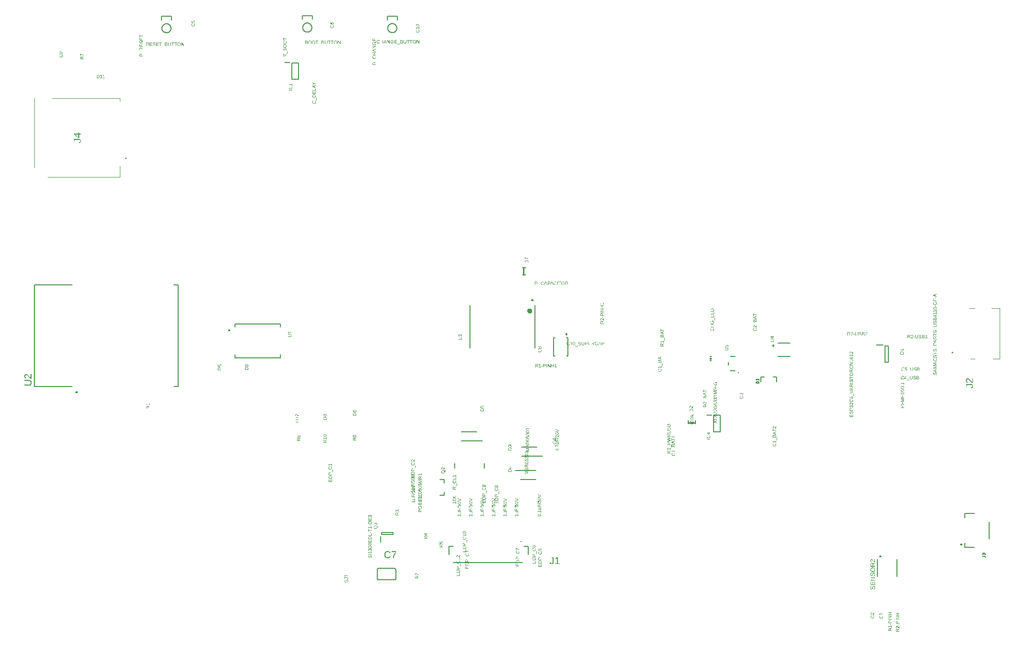
<source format=gbr>
G04 EAGLE Gerber RS-274X export*
G75*
%MOMM*%
%FSLAX34Y34*%
%LPD*%
%INSilkscreen Top*%
%IPPOS*%
%AMOC8*
5,1,8,0,0,1.08239X$1,22.5*%
G01*
G04 Define Apertures*
%ADD10C,0.127000*%
%ADD11C,0.200000*%
%ADD12R,0.300000X0.150000*%
%ADD13R,0.300000X0.300000*%
%ADD14C,0.150000*%
%ADD15C,0.250000*%
%ADD16C,0.100000*%
%ADD17C,0.203200*%
%ADD18C,0.152400*%
%ADD19C,0.254000*%
%ADD20C,0.400000*%
G36*
X494379Y1059885D02*
X493940Y1059908D01*
X493531Y1059977D01*
X493154Y1060093D01*
X492808Y1060254D01*
X492497Y1060459D01*
X492225Y1060706D01*
X491992Y1060993D01*
X491799Y1061322D01*
X491646Y1061686D01*
X491538Y1062079D01*
X491472Y1062501D01*
X491450Y1062952D01*
X491463Y1063297D01*
X491499Y1063623D01*
X491560Y1063929D01*
X491645Y1064216D01*
X491754Y1064483D01*
X491887Y1064731D01*
X492045Y1064960D01*
X492227Y1065170D01*
X492430Y1065357D01*
X492653Y1065520D01*
X492895Y1065657D01*
X493155Y1065769D01*
X493435Y1065857D01*
X493733Y1065919D01*
X494051Y1065957D01*
X494388Y1065969D01*
X494824Y1065947D01*
X495230Y1065880D01*
X495606Y1065767D01*
X495953Y1065610D01*
X496265Y1065411D01*
X496538Y1065170D01*
X496772Y1064889D01*
X496966Y1064568D01*
X497120Y1064210D01*
X497229Y1063822D01*
X497295Y1063402D01*
X497317Y1062952D01*
X497295Y1062503D01*
X497228Y1062083D01*
X497117Y1061691D01*
X496962Y1061328D01*
X496766Y1061000D01*
X496530Y1060712D01*
X496257Y1060465D01*
X495945Y1060258D01*
X495598Y1060095D01*
X495222Y1059978D01*
X494815Y1059908D01*
X494379Y1059885D01*
G37*
%LPC*%
G36*
X494379Y1060535D02*
X494628Y1060545D01*
X494862Y1060575D01*
X495080Y1060624D01*
X495284Y1060693D01*
X495473Y1060782D01*
X495647Y1060890D01*
X495806Y1061019D01*
X495951Y1061167D01*
X496079Y1061333D01*
X496190Y1061515D01*
X496285Y1061714D01*
X496362Y1061929D01*
X496421Y1062160D01*
X496464Y1062408D01*
X496490Y1062672D01*
X496498Y1062952D01*
X496490Y1063221D01*
X496464Y1063474D01*
X496421Y1063713D01*
X496360Y1063937D01*
X496283Y1064146D01*
X496188Y1064341D01*
X496076Y1064520D01*
X495947Y1064685D01*
X495802Y1064833D01*
X495642Y1064961D01*
X495469Y1065069D01*
X495281Y1065157D01*
X495079Y1065226D01*
X494863Y1065275D01*
X494632Y1065305D01*
X494388Y1065315D01*
X494141Y1065305D01*
X493909Y1065276D01*
X493691Y1065227D01*
X493488Y1065159D01*
X493299Y1065072D01*
X493124Y1064965D01*
X492964Y1064839D01*
X492818Y1064694D01*
X492689Y1064531D01*
X492576Y1064352D01*
X492481Y1064158D01*
X492403Y1063948D01*
X492342Y1063722D01*
X492299Y1063481D01*
X492273Y1063224D01*
X492264Y1062952D01*
X492273Y1062681D01*
X492300Y1062425D01*
X492343Y1062183D01*
X492405Y1061955D01*
X492483Y1061742D01*
X492580Y1061543D01*
X492693Y1061358D01*
X492825Y1061188D01*
X492972Y1061035D01*
X493132Y1060902D01*
X493306Y1060790D01*
X493493Y1060698D01*
X493695Y1060627D01*
X493909Y1060576D01*
X494138Y1060545D01*
X494379Y1060535D01*
G37*
%LPD*%
G36*
X501067Y1059885D02*
X500627Y1059908D01*
X500219Y1059977D01*
X499841Y1060093D01*
X499495Y1060254D01*
X499184Y1060459D01*
X498913Y1060706D01*
X498680Y1060993D01*
X498486Y1061322D01*
X498334Y1061686D01*
X498225Y1062079D01*
X498160Y1062501D01*
X498138Y1062952D01*
X498150Y1063297D01*
X498186Y1063623D01*
X498247Y1063929D01*
X498332Y1064216D01*
X498441Y1064483D01*
X498575Y1064731D01*
X498732Y1064960D01*
X498914Y1065170D01*
X499118Y1065357D01*
X499340Y1065520D01*
X499582Y1065657D01*
X499843Y1065769D01*
X500122Y1065857D01*
X500421Y1065919D01*
X500739Y1065957D01*
X501075Y1065969D01*
X501511Y1065947D01*
X501918Y1065880D01*
X502294Y1065767D01*
X502640Y1065610D01*
X502952Y1065411D01*
X503225Y1065170D01*
X503459Y1064889D01*
X503654Y1064568D01*
X503807Y1064210D01*
X503917Y1063822D01*
X503982Y1063402D01*
X504004Y1062952D01*
X503982Y1062503D01*
X503916Y1062083D01*
X503805Y1061691D01*
X503650Y1061328D01*
X503453Y1061000D01*
X503218Y1060712D01*
X502944Y1060465D01*
X502632Y1060258D01*
X502286Y1060095D01*
X501909Y1059978D01*
X501503Y1059908D01*
X501067Y1059885D01*
G37*
%LPC*%
G36*
X501067Y1060535D02*
X501315Y1060545D01*
X501549Y1060575D01*
X501768Y1060624D01*
X501972Y1060693D01*
X502161Y1060782D01*
X502335Y1060890D01*
X502494Y1061019D01*
X502638Y1061167D01*
X502767Y1061333D01*
X502878Y1061515D01*
X502972Y1061714D01*
X503049Y1061929D01*
X503109Y1062160D01*
X503152Y1062408D01*
X503177Y1062672D01*
X503186Y1062952D01*
X503177Y1063221D01*
X503151Y1063474D01*
X503108Y1063713D01*
X503048Y1063937D01*
X502970Y1064146D01*
X502876Y1064341D01*
X502763Y1064520D01*
X502634Y1064685D01*
X502489Y1064833D01*
X502330Y1064961D01*
X502156Y1065069D01*
X501969Y1065157D01*
X501767Y1065226D01*
X501550Y1065275D01*
X501320Y1065305D01*
X501075Y1065315D01*
X500829Y1065305D01*
X500596Y1065276D01*
X500379Y1065227D01*
X500175Y1065159D01*
X499986Y1065072D01*
X499812Y1064965D01*
X499652Y1064839D01*
X499506Y1064694D01*
X499376Y1064531D01*
X499264Y1064352D01*
X499168Y1064158D01*
X499090Y1063948D01*
X499030Y1063722D01*
X498987Y1063481D01*
X498961Y1063224D01*
X498952Y1062952D01*
X498961Y1062681D01*
X498987Y1062425D01*
X499031Y1062183D01*
X499092Y1061955D01*
X499171Y1061742D01*
X499267Y1061543D01*
X499381Y1061358D01*
X499512Y1061188D01*
X499659Y1061035D01*
X499819Y1060902D01*
X499993Y1060790D01*
X500181Y1060698D01*
X500382Y1060627D01*
X500597Y1060576D01*
X500825Y1060545D01*
X501067Y1060535D01*
G37*
%LPD*%
G36*
X540067Y1059885D02*
X539627Y1059908D01*
X539219Y1059977D01*
X538841Y1060093D01*
X538495Y1060254D01*
X538184Y1060459D01*
X537913Y1060706D01*
X537680Y1060993D01*
X537486Y1061322D01*
X537334Y1061686D01*
X537225Y1062079D01*
X537160Y1062501D01*
X537138Y1062952D01*
X537150Y1063297D01*
X537186Y1063623D01*
X537247Y1063929D01*
X537332Y1064216D01*
X537441Y1064483D01*
X537575Y1064731D01*
X537732Y1064960D01*
X537914Y1065170D01*
X538118Y1065357D01*
X538340Y1065520D01*
X538582Y1065657D01*
X538843Y1065769D01*
X539122Y1065857D01*
X539421Y1065919D01*
X539739Y1065957D01*
X540075Y1065969D01*
X540511Y1065947D01*
X540918Y1065880D01*
X541294Y1065767D01*
X541640Y1065610D01*
X541952Y1065411D01*
X542225Y1065170D01*
X542459Y1064889D01*
X542654Y1064568D01*
X542807Y1064210D01*
X542917Y1063822D01*
X542982Y1063402D01*
X543004Y1062952D01*
X542982Y1062503D01*
X542916Y1062083D01*
X542805Y1061691D01*
X542650Y1061328D01*
X542453Y1061000D01*
X542218Y1060712D01*
X541944Y1060465D01*
X541632Y1060258D01*
X541286Y1060095D01*
X540909Y1059978D01*
X540503Y1059908D01*
X540067Y1059885D01*
G37*
%LPC*%
G36*
X540067Y1060535D02*
X540315Y1060545D01*
X540549Y1060575D01*
X540768Y1060624D01*
X540972Y1060693D01*
X541161Y1060782D01*
X541335Y1060890D01*
X541494Y1061019D01*
X541638Y1061167D01*
X541767Y1061333D01*
X541878Y1061515D01*
X541972Y1061714D01*
X542049Y1061929D01*
X542109Y1062160D01*
X542152Y1062408D01*
X542177Y1062672D01*
X542186Y1062952D01*
X542177Y1063221D01*
X542151Y1063474D01*
X542108Y1063713D01*
X542048Y1063937D01*
X541970Y1064146D01*
X541876Y1064341D01*
X541763Y1064520D01*
X541634Y1064685D01*
X541489Y1064833D01*
X541330Y1064961D01*
X541156Y1065069D01*
X540969Y1065157D01*
X540767Y1065226D01*
X540550Y1065275D01*
X540320Y1065305D01*
X540075Y1065315D01*
X539829Y1065305D01*
X539596Y1065276D01*
X539379Y1065227D01*
X539175Y1065159D01*
X538986Y1065072D01*
X538812Y1064965D01*
X538652Y1064839D01*
X538506Y1064694D01*
X538376Y1064531D01*
X538264Y1064352D01*
X538168Y1064158D01*
X538090Y1063948D01*
X538030Y1063722D01*
X537987Y1063481D01*
X537961Y1063224D01*
X537952Y1062952D01*
X537961Y1062681D01*
X537987Y1062425D01*
X538031Y1062183D01*
X538092Y1061955D01*
X538171Y1061742D01*
X538267Y1061543D01*
X538381Y1061358D01*
X538512Y1061188D01*
X538659Y1061035D01*
X538819Y1060902D01*
X538993Y1060790D01*
X539181Y1060698D01*
X539382Y1060627D01*
X539597Y1060576D01*
X539825Y1060545D01*
X540067Y1060535D01*
G37*
%LPD*%
G36*
X488430Y1059969D02*
X486030Y1059969D01*
X486030Y1065881D01*
X488178Y1065881D01*
X488666Y1065859D01*
X488885Y1065831D01*
X489089Y1065791D01*
X489276Y1065741D01*
X489446Y1065679D01*
X489601Y1065606D01*
X489739Y1065522D01*
X489861Y1065427D01*
X489967Y1065321D01*
X490056Y1065203D01*
X490129Y1065074D01*
X490186Y1064934D01*
X490227Y1064782D01*
X490251Y1064620D01*
X490259Y1064446D01*
X490241Y1064194D01*
X490186Y1063963D01*
X490094Y1063754D01*
X489966Y1063565D01*
X489840Y1063438D01*
X489804Y1063401D01*
X489611Y1063267D01*
X489388Y1063162D01*
X489135Y1063086D01*
X489467Y1063025D01*
X489759Y1062926D01*
X490010Y1062789D01*
X490171Y1062657D01*
X490222Y1062614D01*
X490389Y1062408D01*
X490508Y1062175D01*
X490580Y1061918D01*
X490603Y1061635D01*
X490594Y1061443D01*
X490568Y1061262D01*
X490523Y1061092D01*
X490460Y1060933D01*
X490379Y1060785D01*
X490280Y1060648D01*
X490163Y1060522D01*
X490029Y1060407D01*
X489878Y1060304D01*
X489713Y1060215D01*
X489534Y1060140D01*
X489341Y1060078D01*
X489135Y1060030D01*
X488914Y1059996D01*
X488679Y1059976D01*
X488430Y1059969D01*
G37*
%LPC*%
G36*
X488388Y1060611D02*
X488730Y1060628D01*
X489023Y1060679D01*
X489265Y1060764D01*
X489458Y1060883D01*
X489605Y1061037D01*
X489710Y1061223D01*
X489773Y1061444D01*
X489794Y1061698D01*
X489771Y1061942D01*
X489702Y1062155D01*
X489587Y1062334D01*
X489426Y1062481D01*
X489220Y1062595D01*
X488967Y1062677D01*
X488669Y1062726D01*
X488325Y1062742D01*
X486831Y1062742D01*
X486831Y1060611D01*
X488388Y1060611D01*
G37*
G36*
X488178Y1063368D02*
X488479Y1063383D01*
X488739Y1063428D01*
X488958Y1063503D01*
X489137Y1063609D01*
X489275Y1063746D01*
X489374Y1063915D01*
X489434Y1064116D01*
X489454Y1064350D01*
X489433Y1064572D01*
X489372Y1064760D01*
X489270Y1064914D01*
X489126Y1065033D01*
X488944Y1065123D01*
X488726Y1065188D01*
X488470Y1065226D01*
X488178Y1065239D01*
X486831Y1065239D01*
X486831Y1063368D01*
X488178Y1063368D01*
G37*
%LPD*%
G36*
X517555Y1059969D02*
X515155Y1059969D01*
X515155Y1065881D01*
X517303Y1065881D01*
X517791Y1065859D01*
X518010Y1065831D01*
X518214Y1065791D01*
X518401Y1065741D01*
X518571Y1065679D01*
X518726Y1065606D01*
X518864Y1065522D01*
X518986Y1065427D01*
X519092Y1065321D01*
X519181Y1065203D01*
X519254Y1065074D01*
X519311Y1064934D01*
X519352Y1064782D01*
X519376Y1064620D01*
X519384Y1064446D01*
X519366Y1064194D01*
X519311Y1063963D01*
X519219Y1063754D01*
X519091Y1063565D01*
X518965Y1063438D01*
X518929Y1063401D01*
X518736Y1063267D01*
X518513Y1063162D01*
X518260Y1063086D01*
X518592Y1063025D01*
X518884Y1062926D01*
X519135Y1062789D01*
X519296Y1062657D01*
X519347Y1062614D01*
X519514Y1062408D01*
X519633Y1062175D01*
X519705Y1061918D01*
X519728Y1061635D01*
X519719Y1061443D01*
X519693Y1061262D01*
X519648Y1061092D01*
X519585Y1060933D01*
X519504Y1060785D01*
X519405Y1060648D01*
X519288Y1060522D01*
X519154Y1060407D01*
X519003Y1060304D01*
X518838Y1060215D01*
X518659Y1060140D01*
X518466Y1060078D01*
X518260Y1060030D01*
X518039Y1059996D01*
X517804Y1059976D01*
X517555Y1059969D01*
G37*
%LPC*%
G36*
X517513Y1060611D02*
X517855Y1060628D01*
X518148Y1060679D01*
X518390Y1060764D01*
X518583Y1060883D01*
X518730Y1061037D01*
X518835Y1061223D01*
X518898Y1061444D01*
X518919Y1061698D01*
X518896Y1061942D01*
X518827Y1062155D01*
X518712Y1062334D01*
X518551Y1062481D01*
X518345Y1062595D01*
X518092Y1062677D01*
X517794Y1062726D01*
X517450Y1062742D01*
X515956Y1062742D01*
X515956Y1060611D01*
X517513Y1060611D01*
G37*
G36*
X517303Y1063368D02*
X517604Y1063383D01*
X517864Y1063428D01*
X518083Y1063503D01*
X518262Y1063609D01*
X518400Y1063746D01*
X518499Y1063915D01*
X518559Y1064116D01*
X518579Y1064350D01*
X518558Y1064572D01*
X518497Y1064760D01*
X518395Y1064914D01*
X518251Y1065033D01*
X518069Y1065123D01*
X517851Y1065188D01*
X517595Y1065226D01*
X517303Y1065239D01*
X515956Y1065239D01*
X515956Y1063368D01*
X517303Y1063368D01*
G37*
%LPD*%
G36*
X544805Y1059969D02*
X544092Y1059969D01*
X544092Y1065881D01*
X545024Y1065881D01*
X548221Y1060812D01*
X548183Y1061521D01*
X548171Y1062004D01*
X548171Y1065881D01*
X548893Y1065881D01*
X548893Y1059969D01*
X547927Y1059969D01*
X544763Y1065004D01*
X544784Y1064597D01*
X544805Y1063896D01*
X544805Y1059969D01*
G37*
G36*
X523236Y1059885D02*
X522884Y1059901D01*
X522556Y1059951D01*
X522251Y1060033D01*
X521969Y1060149D01*
X521713Y1060296D01*
X521488Y1060473D01*
X521294Y1060680D01*
X521129Y1060917D01*
X520999Y1061181D01*
X520906Y1061469D01*
X520850Y1061781D01*
X520831Y1062117D01*
X520831Y1065881D01*
X521633Y1065881D01*
X521633Y1062184D01*
X521639Y1061988D01*
X521659Y1061804D01*
X521691Y1061632D01*
X521736Y1061472D01*
X521794Y1061324D01*
X521864Y1061189D01*
X521948Y1061066D01*
X522044Y1060955D01*
X522153Y1060856D01*
X522273Y1060771D01*
X522404Y1060699D01*
X522547Y1060640D01*
X522701Y1060594D01*
X522866Y1060561D01*
X523043Y1060542D01*
X523232Y1060535D01*
X523425Y1060542D01*
X523608Y1060562D01*
X523780Y1060596D01*
X523940Y1060644D01*
X524090Y1060705D01*
X524228Y1060779D01*
X524355Y1060868D01*
X524472Y1060970D01*
X524575Y1061084D01*
X524665Y1061212D01*
X524741Y1061352D01*
X524804Y1061504D01*
X524852Y1061669D01*
X524887Y1061846D01*
X524907Y1062036D01*
X524914Y1062239D01*
X524914Y1065881D01*
X525712Y1065881D01*
X525712Y1062193D01*
X525693Y1061846D01*
X525635Y1061524D01*
X525540Y1061227D01*
X525407Y1060955D01*
X525239Y1060710D01*
X525040Y1060496D01*
X524809Y1060312D01*
X524547Y1060160D01*
X524257Y1060039D01*
X523941Y1059954D01*
X523601Y1059902D01*
X523236Y1059885D01*
G37*
G36*
X507440Y1059969D02*
X506642Y1059969D01*
X506642Y1065227D01*
X504611Y1065227D01*
X504611Y1065881D01*
X509471Y1065881D01*
X509471Y1065227D01*
X507440Y1065227D01*
X507440Y1059969D01*
G37*
G36*
X529408Y1059969D02*
X528611Y1059969D01*
X528611Y1065227D01*
X526580Y1065227D01*
X526580Y1065881D01*
X531439Y1065881D01*
X531439Y1065227D01*
X529408Y1065227D01*
X529408Y1059969D01*
G37*
G36*
X534658Y1059969D02*
X533861Y1059969D01*
X533861Y1065227D01*
X531830Y1065227D01*
X531830Y1065881D01*
X536689Y1065881D01*
X536689Y1065227D01*
X534658Y1065227D01*
X534658Y1059969D01*
G37*
G36*
X514544Y1058261D02*
X509538Y1058261D01*
X509538Y1058806D01*
X514544Y1058806D01*
X514544Y1058261D01*
G37*
G36*
X1507321Y40486D02*
X1506977Y40498D01*
X1506652Y40534D01*
X1506347Y40593D01*
X1506060Y40677D01*
X1505793Y40784D01*
X1505545Y40915D01*
X1505316Y41071D01*
X1505106Y41250D01*
X1504918Y41450D01*
X1504755Y41668D01*
X1504617Y41905D01*
X1504505Y42160D01*
X1504417Y42434D01*
X1504354Y42726D01*
X1504317Y43036D01*
X1504304Y43364D01*
X1504327Y43817D01*
X1504396Y44231D01*
X1504512Y44606D01*
X1504673Y44942D01*
X1504880Y45238D01*
X1505132Y45492D01*
X1505428Y45704D01*
X1505769Y45874D01*
X1506020Y45114D01*
X1505778Y44996D01*
X1505565Y44846D01*
X1505383Y44665D01*
X1505232Y44453D01*
X1505112Y44215D01*
X1505027Y43956D01*
X1504976Y43675D01*
X1504959Y43373D01*
X1504969Y43134D01*
X1504998Y42909D01*
X1505048Y42698D01*
X1505117Y42500D01*
X1505205Y42316D01*
X1505314Y42145D01*
X1505442Y41989D01*
X1505590Y41845D01*
X1505755Y41718D01*
X1505935Y41607D01*
X1506130Y41513D01*
X1506339Y41436D01*
X1506562Y41377D01*
X1506801Y41334D01*
X1507054Y41308D01*
X1507321Y41300D01*
X1507586Y41309D01*
X1507838Y41335D01*
X1508076Y41380D01*
X1508302Y41442D01*
X1508513Y41522D01*
X1508712Y41620D01*
X1508897Y41735D01*
X1509069Y41869D01*
X1509224Y42017D01*
X1509358Y42178D01*
X1509472Y42351D01*
X1509565Y42537D01*
X1509637Y42736D01*
X1509689Y42947D01*
X1509719Y43170D01*
X1509730Y43406D01*
X1509711Y43707D01*
X1509653Y43989D01*
X1509557Y44251D01*
X1509422Y44494D01*
X1509250Y44718D01*
X1509038Y44923D01*
X1508788Y45108D01*
X1508500Y45274D01*
X1508828Y45928D01*
X1509187Y45727D01*
X1509500Y45489D01*
X1509768Y45214D01*
X1509990Y44902D01*
X1510164Y44559D01*
X1510289Y44188D01*
X1510364Y43792D01*
X1510382Y43584D01*
X1510389Y43369D01*
X1510365Y42937D01*
X1510296Y42535D01*
X1510180Y42164D01*
X1510017Y41822D01*
X1509812Y41516D01*
X1509566Y41248D01*
X1509281Y41018D01*
X1508956Y40828D01*
X1508595Y40678D01*
X1508202Y40571D01*
X1507777Y40507D01*
X1507321Y40486D01*
G37*
G36*
X1510305Y46892D02*
X1509663Y46892D01*
X1509663Y48398D01*
X1505114Y48398D01*
X1506067Y47064D01*
X1505353Y47064D01*
X1504392Y48461D01*
X1504392Y49158D01*
X1509663Y49158D01*
X1509663Y50597D01*
X1510305Y50597D01*
X1510305Y46892D01*
G37*
G36*
X685489Y1091089D02*
X685120Y1091097D01*
X684775Y1091120D01*
X684454Y1091159D01*
X684157Y1091213D01*
X683883Y1091283D01*
X683634Y1091369D01*
X683408Y1091470D01*
X683206Y1091586D01*
X683028Y1091720D01*
X682874Y1091871D01*
X682744Y1092040D01*
X682637Y1092228D01*
X682554Y1092433D01*
X682494Y1092657D01*
X682459Y1092898D01*
X682447Y1093158D01*
X682459Y1093411D01*
X682495Y1093646D01*
X682555Y1093865D01*
X682639Y1094066D01*
X682747Y1094250D01*
X682879Y1094417D01*
X683035Y1094567D01*
X683215Y1094700D01*
X683418Y1094817D01*
X683645Y1094918D01*
X683895Y1095003D01*
X684167Y1095073D01*
X684463Y1095127D01*
X684782Y1095166D01*
X685124Y1095189D01*
X685489Y1095197D01*
X685848Y1095189D01*
X686186Y1095165D01*
X686501Y1095124D01*
X686795Y1095067D01*
X687067Y1094993D01*
X687317Y1094903D01*
X687545Y1094797D01*
X687751Y1094675D01*
X687934Y1094536D01*
X688092Y1094382D01*
X688226Y1094213D01*
X688336Y1094028D01*
X688422Y1093828D01*
X688482Y1093611D01*
X688519Y1093380D01*
X688531Y1093133D01*
X688519Y1092886D01*
X688483Y1092655D01*
X688422Y1092439D01*
X688337Y1092240D01*
X688228Y1092056D01*
X688095Y1091889D01*
X687937Y1091737D01*
X687755Y1091601D01*
X687550Y1091481D01*
X687322Y1091377D01*
X687072Y1091289D01*
X686800Y1091217D01*
X686506Y1091161D01*
X686189Y1091121D01*
X685850Y1091097D01*
X685489Y1091089D01*
G37*
%LPC*%
G36*
X685489Y1091853D02*
X686076Y1091872D01*
X686579Y1091930D01*
X686799Y1091973D01*
X686997Y1092026D01*
X687175Y1092089D01*
X687331Y1092161D01*
X687468Y1092244D01*
X687586Y1092338D01*
X687687Y1092444D01*
X687769Y1092560D01*
X687832Y1092689D01*
X687878Y1092828D01*
X687905Y1092979D01*
X687914Y1093141D01*
X687905Y1093302D01*
X687877Y1093452D01*
X687831Y1093591D01*
X687765Y1093719D01*
X687682Y1093836D01*
X687579Y1093941D01*
X687458Y1094036D01*
X687319Y1094119D01*
X687160Y1094192D01*
X686981Y1094255D01*
X686563Y1094352D01*
X686066Y1094410D01*
X685489Y1094429D01*
X684893Y1094411D01*
X684385Y1094355D01*
X683966Y1094263D01*
X683789Y1094203D01*
X683634Y1094133D01*
X683500Y1094054D01*
X683383Y1093962D01*
X683284Y1093858D01*
X683203Y1093742D01*
X683140Y1093614D01*
X683095Y1093474D01*
X683068Y1093322D01*
X683059Y1093158D01*
X683068Y1092990D01*
X683095Y1092834D01*
X683139Y1092691D01*
X683201Y1092559D01*
X683281Y1092440D01*
X683378Y1092334D01*
X683493Y1092239D01*
X683626Y1092157D01*
X683779Y1092086D01*
X683955Y1092024D01*
X684153Y1091972D01*
X684375Y1091929D01*
X684886Y1091872D01*
X685489Y1091853D01*
G37*
%LPD*%
G36*
X685464Y1080221D02*
X685120Y1080233D01*
X684795Y1080269D01*
X684489Y1080329D01*
X684203Y1080412D01*
X683936Y1080519D01*
X683687Y1080651D01*
X683458Y1080806D01*
X683248Y1080985D01*
X683060Y1081185D01*
X682898Y1081403D01*
X682760Y1081640D01*
X682647Y1081895D01*
X682560Y1082169D01*
X682497Y1082461D01*
X682459Y1082771D01*
X682447Y1083100D01*
X682470Y1083552D01*
X682539Y1083966D01*
X682655Y1084341D01*
X682816Y1084677D01*
X683023Y1084973D01*
X683275Y1085227D01*
X683571Y1085439D01*
X683911Y1085609D01*
X684163Y1084849D01*
X683920Y1084731D01*
X683708Y1084581D01*
X683526Y1084401D01*
X683374Y1084189D01*
X683255Y1083950D01*
X683170Y1083691D01*
X683118Y1083410D01*
X683101Y1083108D01*
X683111Y1082869D01*
X683141Y1082644D01*
X683190Y1082433D01*
X683259Y1082235D01*
X683348Y1082051D01*
X683457Y1081881D01*
X683585Y1081724D01*
X683733Y1081581D01*
X683898Y1081453D01*
X684078Y1081342D01*
X684272Y1081248D01*
X684481Y1081172D01*
X684705Y1081112D01*
X684943Y1081069D01*
X685196Y1081044D01*
X685464Y1081035D01*
X685729Y1081044D01*
X685981Y1081071D01*
X686219Y1081115D01*
X686444Y1081177D01*
X686656Y1081257D01*
X686855Y1081355D01*
X687040Y1081470D01*
X687212Y1081604D01*
X687366Y1081752D01*
X687501Y1081913D01*
X687614Y1082087D01*
X687707Y1082273D01*
X687780Y1082471D01*
X687831Y1082682D01*
X687862Y1082906D01*
X687872Y1083142D01*
X687853Y1083443D01*
X687796Y1083724D01*
X687700Y1083986D01*
X687565Y1084230D01*
X687392Y1084453D01*
X687181Y1084658D01*
X686931Y1084843D01*
X686643Y1085009D01*
X686970Y1085664D01*
X687329Y1085463D01*
X687643Y1085225D01*
X687910Y1084950D01*
X688133Y1084638D01*
X688307Y1084294D01*
X688432Y1083924D01*
X688506Y1083527D01*
X688525Y1083319D01*
X688531Y1083104D01*
X688508Y1082672D01*
X688438Y1082270D01*
X688322Y1081899D01*
X688160Y1081558D01*
X687954Y1081251D01*
X687709Y1080983D01*
X687423Y1080754D01*
X687098Y1080563D01*
X686737Y1080413D01*
X686345Y1080307D01*
X685920Y1080242D01*
X685464Y1080221D01*
G37*
G36*
X688447Y1086627D02*
X687805Y1086627D01*
X687805Y1088133D01*
X683257Y1088133D01*
X684209Y1086799D01*
X683496Y1086799D01*
X682535Y1088196D01*
X682535Y1088893D01*
X687805Y1088893D01*
X687805Y1090332D01*
X688447Y1090332D01*
X688447Y1086627D01*
G37*
G36*
X962621Y525477D02*
X962374Y525489D01*
X962143Y525525D01*
X961928Y525586D01*
X961729Y525671D01*
X961545Y525780D01*
X961377Y525913D01*
X961226Y526071D01*
X961090Y526253D01*
X960970Y526458D01*
X960866Y526686D01*
X960778Y526935D01*
X960706Y527207D01*
X960650Y527502D01*
X960610Y527819D01*
X960586Y528158D01*
X960578Y528519D01*
X960586Y528888D01*
X960609Y529233D01*
X960648Y529554D01*
X960702Y529851D01*
X960772Y530124D01*
X960857Y530374D01*
X960958Y530600D01*
X961075Y530801D01*
X961208Y530979D01*
X961360Y531134D01*
X961529Y531264D01*
X961716Y531371D01*
X961922Y531454D01*
X962145Y531514D01*
X962387Y531549D01*
X962646Y531561D01*
X962899Y531549D01*
X963135Y531513D01*
X963353Y531453D01*
X963554Y531369D01*
X963739Y531261D01*
X963906Y531129D01*
X964056Y530973D01*
X964189Y530793D01*
X964305Y530590D01*
X964406Y530363D01*
X964492Y530113D01*
X964561Y529841D01*
X964616Y529545D01*
X964655Y529226D01*
X964678Y528884D01*
X964686Y528519D01*
X964678Y528159D01*
X964653Y527822D01*
X964612Y527506D01*
X964555Y527213D01*
X964482Y526941D01*
X964392Y526691D01*
X964286Y526463D01*
X964163Y526257D01*
X964025Y526074D01*
X963871Y525916D01*
X963702Y525781D01*
X963517Y525672D01*
X963316Y525586D01*
X963100Y525525D01*
X962868Y525489D01*
X962621Y525477D01*
G37*
%LPC*%
G36*
X962630Y526093D02*
X962791Y526103D01*
X962941Y526131D01*
X963080Y526177D01*
X963208Y526242D01*
X963324Y526326D01*
X963430Y526429D01*
X963524Y526550D01*
X963607Y526689D01*
X963680Y526848D01*
X963743Y527027D01*
X963840Y527445D01*
X963898Y527942D01*
X963918Y528519D01*
X963899Y529115D01*
X963844Y529622D01*
X963752Y530042D01*
X963691Y530219D01*
X963622Y530373D01*
X963542Y530508D01*
X963450Y530625D01*
X963346Y530724D01*
X963230Y530805D01*
X963102Y530868D01*
X962962Y530912D01*
X962810Y530939D01*
X962646Y530948D01*
X962478Y530939D01*
X962323Y530913D01*
X962179Y530869D01*
X962048Y530807D01*
X961929Y530727D01*
X961822Y530630D01*
X961728Y530515D01*
X961646Y530382D01*
X961574Y530229D01*
X961513Y530053D01*
X961460Y529854D01*
X961418Y529633D01*
X961360Y529121D01*
X961341Y528519D01*
X961361Y527932D01*
X961419Y527429D01*
X961462Y527209D01*
X961515Y527011D01*
X961578Y526833D01*
X961650Y526677D01*
X961733Y526540D01*
X961827Y526421D01*
X961932Y526321D01*
X962049Y526239D01*
X962177Y526175D01*
X962317Y526130D01*
X962468Y526102D01*
X962630Y526093D01*
G37*
%LPD*%
G36*
X994717Y525560D02*
X993916Y525560D01*
X993916Y531473D01*
X996698Y531473D01*
X996940Y531466D01*
X997169Y531445D01*
X997383Y531410D01*
X997583Y531361D01*
X997768Y531298D01*
X997940Y531221D01*
X998097Y531131D01*
X998240Y531026D01*
X998367Y530909D01*
X998478Y530781D01*
X998571Y530642D01*
X998647Y530491D01*
X998707Y530330D01*
X998749Y530159D01*
X998775Y529976D01*
X998783Y529782D01*
X998759Y529466D01*
X998687Y529175D01*
X998567Y528912D01*
X998399Y528674D01*
X998189Y528470D01*
X998017Y528357D01*
X997943Y528308D01*
X997659Y528187D01*
X997340Y528108D01*
X998054Y527023D01*
X999018Y525560D01*
X998095Y525560D01*
X996559Y528015D01*
X994717Y528015D01*
X994717Y525560D01*
G37*
%LPC*%
G36*
X996652Y528649D02*
X996951Y528667D01*
X997213Y528723D01*
X997440Y528815D01*
X997631Y528945D01*
X997783Y529107D01*
X997891Y529300D01*
X997956Y529522D01*
X997978Y529773D01*
X997956Y530016D01*
X997890Y530228D01*
X997781Y530410D01*
X997627Y530560D01*
X997433Y530679D01*
X997200Y530763D01*
X996928Y530814D01*
X996618Y530831D01*
X994717Y530831D01*
X994717Y528649D01*
X996652Y528649D01*
G37*
%LPD*%
G36*
X983248Y525560D02*
X982447Y525560D01*
X982447Y531473D01*
X984935Y531473D01*
X985177Y531466D01*
X985405Y531444D01*
X985618Y531407D01*
X985818Y531356D01*
X986003Y531291D01*
X986175Y531211D01*
X986332Y531116D01*
X986475Y531007D01*
X986603Y530885D01*
X986714Y530750D01*
X986808Y530604D01*
X986884Y530446D01*
X986944Y530276D01*
X986987Y530094D01*
X987012Y529900D01*
X987021Y529694D01*
X987012Y529489D01*
X986987Y529296D01*
X986944Y529113D01*
X986884Y528940D01*
X986807Y528779D01*
X986713Y528628D01*
X986602Y528488D01*
X986473Y528359D01*
X986330Y528243D01*
X986175Y528143D01*
X986007Y528058D01*
X985828Y527988D01*
X985635Y527934D01*
X985431Y527895D01*
X985215Y527872D01*
X984986Y527864D01*
X983248Y527864D01*
X983248Y525560D01*
G37*
%LPC*%
G36*
X984872Y528498D02*
X985187Y528516D01*
X985460Y528572D01*
X985691Y528665D01*
X985879Y528795D01*
X986026Y528962D01*
X986131Y529166D01*
X986194Y529407D01*
X986215Y529685D01*
X986194Y529954D01*
X986129Y530186D01*
X986022Y530383D01*
X985871Y530544D01*
X985678Y530670D01*
X985441Y530759D01*
X985161Y530813D01*
X984839Y530831D01*
X983248Y530831D01*
X983248Y528498D01*
X984872Y528498D01*
G37*
%LPD*%
G36*
X1012842Y525560D02*
X1012041Y525560D01*
X1012041Y531473D01*
X1014529Y531473D01*
X1014771Y531466D01*
X1014998Y531444D01*
X1015212Y531407D01*
X1015411Y531356D01*
X1015597Y531291D01*
X1015768Y531211D01*
X1015926Y531116D01*
X1016069Y531007D01*
X1016197Y530885D01*
X1016308Y530750D01*
X1016402Y530604D01*
X1016478Y530446D01*
X1016538Y530276D01*
X1016580Y530094D01*
X1016606Y529900D01*
X1016615Y529694D01*
X1016606Y529489D01*
X1016580Y529296D01*
X1016538Y529113D01*
X1016478Y528940D01*
X1016401Y528779D01*
X1016307Y528628D01*
X1016195Y528488D01*
X1016067Y528359D01*
X1015924Y528243D01*
X1015769Y528143D01*
X1015601Y528058D01*
X1015421Y527988D01*
X1015229Y527934D01*
X1015025Y527895D01*
X1014808Y527872D01*
X1014579Y527864D01*
X1012842Y527864D01*
X1012842Y525560D01*
G37*
%LPC*%
G36*
X1014466Y528498D02*
X1014781Y528516D01*
X1015054Y528572D01*
X1015284Y528665D01*
X1015473Y528795D01*
X1015620Y528962D01*
X1015725Y529166D01*
X1015788Y529407D01*
X1015809Y529685D01*
X1015787Y529954D01*
X1015723Y530186D01*
X1015615Y530383D01*
X1015465Y530544D01*
X1015271Y530670D01*
X1015035Y530759D01*
X1014755Y530813D01*
X1014433Y530831D01*
X1012842Y530831D01*
X1012842Y528498D01*
X1014466Y528498D01*
G37*
%LPD*%
G36*
X1006465Y525560D02*
X1005634Y525560D01*
X1008047Y531473D01*
X1008957Y531473D01*
X1011332Y525560D01*
X1010514Y525560D01*
X1009838Y527289D01*
X1007144Y527289D01*
X1006465Y525560D01*
G37*
%LPC*%
G36*
X1009599Y527915D02*
X1008840Y529866D01*
X1008605Y530520D01*
X1008491Y530869D01*
X1008454Y530751D01*
X1008324Y530354D01*
X1008143Y529857D01*
X1007388Y527915D01*
X1009599Y527915D01*
G37*
%LPD*%
G36*
X992824Y525560D02*
X988166Y525560D01*
X988166Y531473D01*
X992651Y531473D01*
X992651Y530818D01*
X988967Y530818D01*
X988967Y528922D01*
X992400Y528922D01*
X992400Y528275D01*
X988967Y528275D01*
X988967Y526215D01*
X992824Y526215D01*
X992824Y525560D01*
G37*
G36*
X972700Y525477D02*
X972437Y525482D01*
X972188Y525500D01*
X971953Y525529D01*
X971733Y525570D01*
X971527Y525623D01*
X971335Y525688D01*
X971157Y525764D01*
X970993Y525852D01*
X970844Y525952D01*
X970708Y526063D01*
X970587Y526187D01*
X970480Y526322D01*
X970388Y526468D01*
X970309Y526627D01*
X970245Y526797D01*
X970195Y526979D01*
X970971Y527134D01*
X971057Y526885D01*
X971181Y526672D01*
X971342Y526494D01*
X971542Y526351D01*
X971780Y526242D01*
X972057Y526164D01*
X972373Y526117D01*
X972729Y526102D01*
X973095Y526118D01*
X973417Y526168D01*
X973694Y526252D01*
X973927Y526368D01*
X974112Y526517D01*
X974244Y526697D01*
X974323Y526908D01*
X974342Y527026D01*
X974349Y527151D01*
X974341Y527289D01*
X974316Y527413D01*
X974275Y527524D01*
X974217Y527621D01*
X974058Y527785D01*
X973845Y527919D01*
X973583Y528027D01*
X973275Y528116D01*
X972540Y528288D01*
X971924Y528443D01*
X971477Y528598D01*
X971152Y528763D01*
X970904Y528945D01*
X970719Y529152D01*
X970583Y529392D01*
X970534Y529524D01*
X970500Y529666D01*
X970479Y529818D01*
X970472Y529979D01*
X970481Y530163D01*
X970508Y530337D01*
X970553Y530500D01*
X970617Y530651D01*
X970699Y530792D01*
X970799Y530922D01*
X970917Y531042D01*
X971053Y531150D01*
X971206Y531246D01*
X971375Y531330D01*
X971559Y531400D01*
X971759Y531458D01*
X971975Y531503D01*
X972207Y531535D01*
X972454Y531555D01*
X972717Y531561D01*
X973191Y531542D01*
X973605Y531484D01*
X973961Y531388D01*
X974257Y531253D01*
X974385Y531169D01*
X974503Y531071D01*
X974710Y530836D01*
X974877Y530546D01*
X975004Y530201D01*
X974215Y530063D01*
X974135Y530282D01*
X974026Y530468D01*
X973887Y530623D01*
X973720Y530745D01*
X973519Y530838D01*
X973284Y530904D01*
X973014Y530943D01*
X972708Y530957D01*
X972375Y530942D01*
X972083Y530898D01*
X971833Y530825D01*
X971626Y530722D01*
X971462Y530590D01*
X971346Y530429D01*
X971276Y530239D01*
X971252Y530021D01*
X971261Y529891D01*
X971288Y529772D01*
X971334Y529665D01*
X971397Y529570D01*
X971574Y529405D01*
X971815Y529268D01*
X971985Y529202D01*
X972223Y529130D01*
X972901Y528964D01*
X973445Y528836D01*
X973710Y528764D01*
X973963Y528680D01*
X974203Y528582D01*
X974427Y528468D01*
X974629Y528333D01*
X974802Y528170D01*
X974944Y527979D01*
X975052Y527755D01*
X975120Y527495D01*
X975142Y527193D01*
X975132Y526994D01*
X975102Y526807D01*
X975052Y526631D01*
X974982Y526467D01*
X974892Y526314D01*
X974782Y526173D01*
X974652Y526044D01*
X974502Y525926D01*
X974334Y525820D01*
X974150Y525729D01*
X973949Y525652D01*
X973732Y525589D01*
X973498Y525540D01*
X973248Y525505D01*
X972982Y525484D01*
X972700Y525477D01*
G37*
G36*
X978591Y525477D02*
X978239Y525493D01*
X977911Y525543D01*
X977606Y525625D01*
X977323Y525741D01*
X977068Y525888D01*
X976843Y526065D01*
X976648Y526272D01*
X976484Y526509D01*
X976354Y526773D01*
X976261Y527061D01*
X976205Y527373D01*
X976186Y527709D01*
X976186Y531473D01*
X976988Y531473D01*
X976988Y527776D01*
X976994Y527580D01*
X977013Y527396D01*
X977046Y527224D01*
X977091Y527064D01*
X977148Y526916D01*
X977219Y526781D01*
X977303Y526658D01*
X977399Y526547D01*
X977508Y526448D01*
X977627Y526363D01*
X977759Y526291D01*
X977901Y526232D01*
X978056Y526186D01*
X978221Y526153D01*
X978398Y526134D01*
X978587Y526127D01*
X978780Y526134D01*
X978963Y526154D01*
X979135Y526188D01*
X979295Y526236D01*
X979445Y526297D01*
X979583Y526371D01*
X979710Y526459D01*
X979826Y526561D01*
X979930Y526676D01*
X980020Y526803D01*
X980096Y526943D01*
X980159Y527096D01*
X980207Y527261D01*
X980242Y527438D01*
X980262Y527628D01*
X980269Y527831D01*
X980269Y531473D01*
X981066Y531473D01*
X981066Y527784D01*
X981047Y527438D01*
X980990Y527116D01*
X980895Y526819D01*
X980762Y526547D01*
X980594Y526302D01*
X980395Y526088D01*
X980164Y525904D01*
X979902Y525751D01*
X979612Y525631D01*
X979296Y525545D01*
X978956Y525494D01*
X978591Y525477D01*
G37*
G36*
X952592Y525477D02*
X952161Y525500D01*
X951759Y525569D01*
X951388Y525685D01*
X951046Y525848D01*
X950739Y526054D01*
X950471Y526299D01*
X950242Y526584D01*
X950052Y526910D01*
X949902Y527271D01*
X949795Y527663D01*
X949731Y528088D01*
X949710Y528544D01*
X949722Y528888D01*
X949757Y529213D01*
X949817Y529518D01*
X949901Y529805D01*
X950008Y530072D01*
X950139Y530320D01*
X950294Y530550D01*
X950473Y530760D01*
X950674Y530947D01*
X950892Y531110D01*
X951129Y531248D01*
X951384Y531361D01*
X951658Y531448D01*
X951949Y531511D01*
X952260Y531548D01*
X952588Y531561D01*
X953041Y531538D01*
X953455Y531469D01*
X953830Y531353D01*
X954166Y531192D01*
X954462Y530985D01*
X954716Y530733D01*
X954928Y530437D01*
X955098Y530097D01*
X954338Y529845D01*
X954220Y530088D01*
X954070Y530300D01*
X953889Y530482D01*
X953677Y530634D01*
X953439Y530753D01*
X953179Y530838D01*
X952899Y530889D01*
X952597Y530906D01*
X952358Y530897D01*
X952133Y530867D01*
X951922Y530818D01*
X951724Y530749D01*
X951540Y530660D01*
X951369Y530551D01*
X951212Y530423D01*
X951069Y530275D01*
X950941Y530110D01*
X950831Y529930D01*
X950737Y529735D01*
X950660Y529526D01*
X950600Y529303D01*
X950558Y529064D01*
X950532Y528811D01*
X950524Y528544D01*
X950533Y528279D01*
X950559Y528027D01*
X950604Y527789D01*
X950666Y527564D01*
X950746Y527352D01*
X950844Y527153D01*
X950959Y526968D01*
X951092Y526796D01*
X951241Y526641D01*
X951402Y526507D01*
X951575Y526394D01*
X951761Y526301D01*
X951960Y526228D01*
X952171Y526177D01*
X952394Y526146D01*
X952630Y526135D01*
X952931Y526155D01*
X953213Y526212D01*
X953475Y526308D01*
X953718Y526443D01*
X953942Y526616D01*
X954146Y526827D01*
X954332Y527077D01*
X954498Y527365D01*
X955152Y527038D01*
X954951Y526678D01*
X954713Y526365D01*
X954438Y526097D01*
X954126Y525875D01*
X953782Y525701D01*
X953412Y525576D01*
X953016Y525501D01*
X952807Y525483D01*
X952592Y525477D01*
G37*
G36*
X1002717Y525477D02*
X1002286Y525500D01*
X1001884Y525569D01*
X1001513Y525685D01*
X1001171Y525848D01*
X1000864Y526054D01*
X1000596Y526299D01*
X1000367Y526584D01*
X1000177Y526910D01*
X1000027Y527271D01*
X999920Y527663D01*
X999856Y528088D01*
X999835Y528544D01*
X999847Y528888D01*
X999882Y529213D01*
X999942Y529518D01*
X1000026Y529805D01*
X1000133Y530072D01*
X1000264Y530320D01*
X1000419Y530550D01*
X1000598Y530760D01*
X1000799Y530947D01*
X1001017Y531110D01*
X1001254Y531248D01*
X1001509Y531361D01*
X1001783Y531448D01*
X1002074Y531511D01*
X1002385Y531548D01*
X1002713Y531561D01*
X1003166Y531538D01*
X1003580Y531469D01*
X1003955Y531353D01*
X1004291Y531192D01*
X1004587Y530985D01*
X1004841Y530733D01*
X1005053Y530437D01*
X1005223Y530097D01*
X1004463Y529845D01*
X1004345Y530088D01*
X1004195Y530300D01*
X1004014Y530482D01*
X1003802Y530634D01*
X1003564Y530753D01*
X1003304Y530838D01*
X1003024Y530889D01*
X1002722Y530906D01*
X1002483Y530897D01*
X1002258Y530867D01*
X1002047Y530818D01*
X1001849Y530749D01*
X1001665Y530660D01*
X1001494Y530551D01*
X1001337Y530423D01*
X1001194Y530275D01*
X1001066Y530110D01*
X1000956Y529930D01*
X1000862Y529735D01*
X1000785Y529526D01*
X1000725Y529303D01*
X1000683Y529064D01*
X1000657Y528811D01*
X1000649Y528544D01*
X1000658Y528279D01*
X1000684Y528027D01*
X1000729Y527789D01*
X1000791Y527564D01*
X1000871Y527352D01*
X1000969Y527153D01*
X1001084Y526968D01*
X1001217Y526796D01*
X1001366Y526641D01*
X1001527Y526507D01*
X1001700Y526394D01*
X1001886Y526301D01*
X1002085Y526228D01*
X1002296Y526177D01*
X1002519Y526146D01*
X1002755Y526135D01*
X1003056Y526155D01*
X1003338Y526212D01*
X1003600Y526308D01*
X1003843Y526443D01*
X1004067Y526616D01*
X1004271Y526827D01*
X1004457Y527077D01*
X1004623Y527365D01*
X1005277Y527038D01*
X1005076Y526678D01*
X1004838Y526365D01*
X1004563Y526097D01*
X1004251Y525875D01*
X1003907Y525701D01*
X1003537Y525576D01*
X1003141Y525501D01*
X1002932Y525483D01*
X1002717Y525477D01*
G37*
G36*
X959821Y525560D02*
X956115Y525560D01*
X956115Y526202D01*
X957622Y526202D01*
X957622Y530751D01*
X956287Y529799D01*
X956287Y530512D01*
X957685Y531473D01*
X958381Y531473D01*
X958381Y526202D01*
X959821Y526202D01*
X959821Y525560D01*
G37*
G36*
X969899Y523853D02*
X964893Y523853D01*
X964893Y524398D01*
X969899Y524398D01*
X969899Y523853D01*
G37*
G36*
X1117680Y494647D02*
X1111768Y494647D01*
X1111768Y496796D01*
X1111790Y497283D01*
X1111818Y497503D01*
X1111858Y497706D01*
X1111908Y497893D01*
X1111970Y498064D01*
X1112043Y498218D01*
X1112127Y498357D01*
X1112222Y498479D01*
X1112329Y498584D01*
X1112446Y498674D01*
X1112575Y498747D01*
X1112715Y498804D01*
X1112867Y498844D01*
X1113029Y498869D01*
X1113203Y498877D01*
X1113455Y498859D01*
X1113686Y498804D01*
X1113895Y498712D01*
X1114084Y498583D01*
X1114211Y498457D01*
X1114248Y498421D01*
X1114382Y498229D01*
X1114487Y498006D01*
X1114563Y497752D01*
X1114624Y498085D01*
X1114723Y498377D01*
X1114860Y498628D01*
X1114992Y498788D01*
X1115035Y498839D01*
X1115242Y499006D01*
X1115474Y499126D01*
X1115731Y499197D01*
X1116015Y499221D01*
X1116206Y499212D01*
X1116387Y499185D01*
X1116557Y499140D01*
X1116716Y499077D01*
X1116864Y498996D01*
X1117001Y498898D01*
X1117127Y498781D01*
X1117242Y498646D01*
X1117345Y498495D01*
X1117434Y498331D01*
X1117509Y498152D01*
X1117571Y497959D01*
X1117619Y497752D01*
X1117653Y497531D01*
X1117674Y497296D01*
X1117680Y497047D01*
X1117680Y494647D01*
G37*
%LPC*%
G36*
X1117038Y495449D02*
X1117038Y497005D01*
X1117021Y497348D01*
X1116970Y497640D01*
X1116885Y497883D01*
X1116766Y498076D01*
X1116612Y498222D01*
X1116426Y498327D01*
X1116205Y498390D01*
X1115952Y498411D01*
X1115707Y498388D01*
X1115494Y498319D01*
X1115315Y498205D01*
X1115168Y498044D01*
X1115054Y497838D01*
X1114972Y497585D01*
X1114923Y497287D01*
X1114907Y496943D01*
X1114907Y495449D01*
X1117038Y495449D01*
G37*
G36*
X1114282Y495449D02*
X1114282Y496796D01*
X1114266Y497096D01*
X1114221Y497356D01*
X1114146Y497576D01*
X1114040Y497754D01*
X1113903Y497893D01*
X1113734Y497992D01*
X1113533Y498052D01*
X1113300Y498071D01*
X1113077Y498051D01*
X1112889Y497989D01*
X1112735Y497887D01*
X1112616Y497744D01*
X1112526Y497562D01*
X1112461Y497343D01*
X1112423Y497088D01*
X1112410Y496796D01*
X1112410Y495449D01*
X1114282Y495449D01*
G37*
%LPD*%
G36*
X1117680Y499678D02*
X1111768Y502091D01*
X1111768Y503001D01*
X1117680Y505376D01*
X1117680Y504558D01*
X1115952Y503882D01*
X1115952Y501188D01*
X1117680Y500509D01*
X1117680Y499678D01*
G37*
%LPC*%
G36*
X1115326Y501432D02*
X1115326Y503643D01*
X1113375Y502884D01*
X1112721Y502649D01*
X1112372Y502535D01*
X1112490Y502498D01*
X1112887Y502368D01*
X1113384Y502187D01*
X1115326Y501432D01*
G37*
%LPD*%
G36*
X1114697Y478629D02*
X1114353Y478641D01*
X1114028Y478676D01*
X1113723Y478736D01*
X1113436Y478820D01*
X1113169Y478927D01*
X1112920Y479058D01*
X1112691Y479213D01*
X1112481Y479392D01*
X1112294Y479592D01*
X1112131Y479811D01*
X1111993Y480048D01*
X1111880Y480303D01*
X1111793Y480576D01*
X1111730Y480868D01*
X1111692Y481179D01*
X1111680Y481507D01*
X1111703Y481960D01*
X1111772Y482374D01*
X1111888Y482749D01*
X1112049Y483085D01*
X1112256Y483381D01*
X1112508Y483635D01*
X1112804Y483847D01*
X1113144Y484017D01*
X1113396Y483257D01*
X1113153Y483139D01*
X1112941Y482989D01*
X1112759Y482808D01*
X1112607Y482596D01*
X1112488Y482358D01*
X1112403Y482098D01*
X1112352Y481818D01*
X1112334Y481516D01*
X1112344Y481277D01*
X1112374Y481052D01*
X1112423Y480841D01*
X1112492Y480643D01*
X1112581Y480459D01*
X1112690Y480288D01*
X1112818Y480131D01*
X1112966Y479988D01*
X1113131Y479860D01*
X1113311Y479750D01*
X1113505Y479656D01*
X1113715Y479579D01*
X1113938Y479519D01*
X1114176Y479477D01*
X1114429Y479451D01*
X1114697Y479443D01*
X1114962Y479452D01*
X1115214Y479478D01*
X1115452Y479523D01*
X1115677Y479585D01*
X1115889Y479665D01*
X1116088Y479763D01*
X1116273Y479878D01*
X1116445Y480011D01*
X1116600Y480160D01*
X1116734Y480321D01*
X1116847Y480494D01*
X1116940Y480680D01*
X1117013Y480879D01*
X1117064Y481090D01*
X1117095Y481313D01*
X1117106Y481549D01*
X1117086Y481850D01*
X1117029Y482132D01*
X1116933Y482394D01*
X1116798Y482637D01*
X1116625Y482861D01*
X1116414Y483065D01*
X1116164Y483251D01*
X1115876Y483417D01*
X1116203Y484071D01*
X1116562Y483870D01*
X1116876Y483632D01*
X1117144Y483357D01*
X1117366Y483045D01*
X1117540Y482701D01*
X1117665Y482331D01*
X1117739Y481935D01*
X1117758Y481726D01*
X1117764Y481511D01*
X1117741Y481080D01*
X1117671Y480678D01*
X1117555Y480306D01*
X1117393Y479965D01*
X1117187Y479658D01*
X1116942Y479390D01*
X1116657Y479161D01*
X1116331Y478971D01*
X1115970Y478821D01*
X1115578Y478714D01*
X1115153Y478650D01*
X1114697Y478629D01*
G37*
G36*
X1112423Y504948D02*
X1111768Y504948D01*
X1111768Y509807D01*
X1112423Y509807D01*
X1112423Y507776D01*
X1117680Y507776D01*
X1117680Y506979D01*
X1112423Y506979D01*
X1112423Y504948D01*
G37*
G36*
X1117680Y485034D02*
X1117038Y485034D01*
X1117038Y486541D01*
X1112490Y486541D01*
X1113442Y485206D01*
X1112729Y485206D01*
X1111768Y486604D01*
X1111768Y487300D01*
X1117038Y487300D01*
X1117038Y488740D01*
X1117680Y488740D01*
X1117680Y485034D01*
G37*
G36*
X1119388Y489031D02*
X1118843Y489031D01*
X1118843Y494037D01*
X1119388Y494037D01*
X1119388Y489031D01*
G37*
G36*
X1141992Y345377D02*
X1136079Y345377D01*
X1136079Y347525D01*
X1136102Y348013D01*
X1136130Y348232D01*
X1136169Y348436D01*
X1136220Y348623D01*
X1136281Y348793D01*
X1136354Y348948D01*
X1136438Y349086D01*
X1136534Y349208D01*
X1136640Y349314D01*
X1136758Y349403D01*
X1136887Y349476D01*
X1137027Y349533D01*
X1137178Y349574D01*
X1137341Y349598D01*
X1137515Y349606D01*
X1137766Y349588D01*
X1137997Y349533D01*
X1138207Y349441D01*
X1138396Y349313D01*
X1138523Y349187D01*
X1138559Y349150D01*
X1138694Y348958D01*
X1138799Y348735D01*
X1138874Y348482D01*
X1138935Y348814D01*
X1139034Y349106D01*
X1139171Y349357D01*
X1139304Y349517D01*
X1139346Y349568D01*
X1139553Y349736D01*
X1139785Y349855D01*
X1140043Y349926D01*
X1140326Y349950D01*
X1140518Y349941D01*
X1140699Y349914D01*
X1140868Y349869D01*
X1141027Y349807D01*
X1141175Y349726D01*
X1141312Y349627D01*
X1141438Y349510D01*
X1141553Y349375D01*
X1141656Y349225D01*
X1141745Y349060D01*
X1141821Y348881D01*
X1141882Y348688D01*
X1141930Y348481D01*
X1141964Y348261D01*
X1141985Y348026D01*
X1141992Y347777D01*
X1141992Y345377D01*
G37*
%LPC*%
G36*
X1141350Y346178D02*
X1141350Y347735D01*
X1141333Y348077D01*
X1141282Y348369D01*
X1141196Y348612D01*
X1141077Y348805D01*
X1140924Y348952D01*
X1140737Y349057D01*
X1140517Y349119D01*
X1140263Y349140D01*
X1140018Y349118D01*
X1139806Y349049D01*
X1139626Y348934D01*
X1139479Y348773D01*
X1139365Y348567D01*
X1139284Y348314D01*
X1139235Y348016D01*
X1139218Y347672D01*
X1139218Y346178D01*
X1141350Y346178D01*
G37*
G36*
X1138593Y346178D02*
X1138593Y347525D01*
X1138578Y347826D01*
X1138533Y348086D01*
X1138457Y348305D01*
X1138352Y348484D01*
X1138215Y348622D01*
X1138046Y348721D01*
X1137845Y348781D01*
X1137611Y348801D01*
X1137389Y348780D01*
X1137201Y348719D01*
X1137047Y348616D01*
X1136927Y348473D01*
X1136837Y348291D01*
X1136773Y348073D01*
X1136734Y347817D01*
X1136721Y347525D01*
X1136721Y346178D01*
X1138593Y346178D01*
G37*
%LPD*%
G36*
X1141992Y350407D02*
X1136079Y352820D01*
X1136079Y353730D01*
X1141992Y356105D01*
X1141992Y355287D01*
X1140263Y354612D01*
X1140263Y351918D01*
X1141992Y351238D01*
X1141992Y350407D01*
G37*
%LPC*%
G36*
X1139638Y352161D02*
X1139638Y354372D01*
X1137687Y353613D01*
X1137032Y353378D01*
X1136684Y353265D01*
X1136801Y353227D01*
X1137199Y353097D01*
X1137695Y352916D01*
X1139638Y352161D01*
G37*
%LPD*%
G36*
X1139008Y329358D02*
X1138664Y329370D01*
X1138340Y329406D01*
X1138034Y329465D01*
X1137747Y329549D01*
X1137480Y329656D01*
X1137232Y329788D01*
X1137003Y329943D01*
X1136793Y330122D01*
X1136605Y330322D01*
X1136442Y330540D01*
X1136304Y330777D01*
X1136192Y331032D01*
X1136104Y331306D01*
X1136041Y331598D01*
X1136004Y331908D01*
X1135991Y332237D01*
X1136014Y332689D01*
X1136084Y333103D01*
X1136199Y333478D01*
X1136361Y333814D01*
X1136568Y334110D01*
X1136819Y334364D01*
X1137115Y334576D01*
X1137456Y334746D01*
X1137708Y333986D01*
X1137465Y333868D01*
X1137252Y333718D01*
X1137070Y333537D01*
X1136919Y333325D01*
X1136799Y333087D01*
X1136714Y332828D01*
X1136663Y332547D01*
X1136646Y332245D01*
X1136656Y332006D01*
X1136685Y331781D01*
X1136735Y331570D01*
X1136804Y331372D01*
X1136893Y331188D01*
X1137001Y331018D01*
X1137129Y330861D01*
X1137277Y330718D01*
X1137443Y330590D01*
X1137622Y330479D01*
X1137817Y330385D01*
X1138026Y330308D01*
X1138250Y330249D01*
X1138488Y330206D01*
X1138741Y330181D01*
X1139008Y330172D01*
X1139273Y330181D01*
X1139525Y330208D01*
X1139764Y330252D01*
X1139989Y330314D01*
X1140201Y330394D01*
X1140399Y330492D01*
X1140584Y330607D01*
X1140756Y330741D01*
X1140911Y330889D01*
X1141045Y331050D01*
X1141159Y331223D01*
X1141252Y331409D01*
X1141324Y331608D01*
X1141376Y331819D01*
X1141407Y332042D01*
X1141417Y332278D01*
X1141398Y332579D01*
X1141340Y332861D01*
X1141244Y333123D01*
X1141110Y333366D01*
X1140937Y333590D01*
X1140725Y333795D01*
X1140476Y333980D01*
X1140188Y334146D01*
X1140515Y334800D01*
X1140874Y334599D01*
X1141187Y334361D01*
X1141455Y334086D01*
X1141677Y333774D01*
X1141852Y333431D01*
X1141976Y333061D01*
X1142051Y332664D01*
X1142070Y332456D01*
X1142076Y332241D01*
X1142053Y331809D01*
X1141983Y331407D01*
X1141867Y331036D01*
X1141704Y330694D01*
X1141499Y330388D01*
X1141253Y330120D01*
X1140968Y329890D01*
X1140643Y329700D01*
X1140282Y329550D01*
X1139889Y329443D01*
X1139465Y329379D01*
X1139008Y329358D01*
G37*
G36*
X1136734Y355677D02*
X1136079Y355677D01*
X1136079Y360536D01*
X1136734Y360536D01*
X1136734Y358505D01*
X1141992Y358505D01*
X1141992Y357708D01*
X1136734Y357708D01*
X1136734Y355677D01*
G37*
G36*
X1141992Y335764D02*
X1141350Y335764D01*
X1141350Y337270D01*
X1136801Y337270D01*
X1137754Y335936D01*
X1137040Y335936D01*
X1136079Y337333D01*
X1136079Y338030D01*
X1141350Y338030D01*
X1141350Y339469D01*
X1141992Y339469D01*
X1141992Y335764D01*
G37*
G36*
X1141992Y361389D02*
X1141350Y361389D01*
X1141350Y362895D01*
X1136801Y362895D01*
X1137754Y361561D01*
X1137040Y361561D01*
X1136079Y362958D01*
X1136079Y363655D01*
X1141350Y363655D01*
X1141350Y365094D01*
X1141992Y365094D01*
X1141992Y361389D01*
G37*
G36*
X1143700Y339760D02*
X1143154Y339760D01*
X1143154Y344766D01*
X1143700Y344766D01*
X1143700Y339760D01*
G37*
G36*
X1320902Y362031D02*
X1314990Y362031D01*
X1314990Y364179D01*
X1315012Y364667D01*
X1315040Y364886D01*
X1315079Y365090D01*
X1315130Y365277D01*
X1315191Y365447D01*
X1315264Y365602D01*
X1315348Y365740D01*
X1315444Y365862D01*
X1315550Y365968D01*
X1315668Y366057D01*
X1315797Y366130D01*
X1315937Y366187D01*
X1316088Y366228D01*
X1316251Y366252D01*
X1316425Y366260D01*
X1316676Y366242D01*
X1316907Y366187D01*
X1317117Y366095D01*
X1317306Y365967D01*
X1317433Y365841D01*
X1317470Y365805D01*
X1317604Y365612D01*
X1317709Y365389D01*
X1317784Y365136D01*
X1317845Y365468D01*
X1317944Y365760D01*
X1318081Y366012D01*
X1318214Y366172D01*
X1318256Y366223D01*
X1318463Y366390D01*
X1318695Y366509D01*
X1318953Y366581D01*
X1319236Y366605D01*
X1319428Y366596D01*
X1319609Y366569D01*
X1319778Y366524D01*
X1319937Y366461D01*
X1320085Y366380D01*
X1320222Y366281D01*
X1320348Y366164D01*
X1320463Y366030D01*
X1320566Y365879D01*
X1320655Y365714D01*
X1320731Y365535D01*
X1320792Y365343D01*
X1320840Y365136D01*
X1320875Y364915D01*
X1320895Y364680D01*
X1320902Y364431D01*
X1320902Y362031D01*
G37*
%LPC*%
G36*
X1320260Y362832D02*
X1320260Y364389D01*
X1320243Y364731D01*
X1320192Y365024D01*
X1320107Y365266D01*
X1319987Y365459D01*
X1319834Y365606D01*
X1319647Y365711D01*
X1319427Y365774D01*
X1319173Y365795D01*
X1318928Y365772D01*
X1318716Y365703D01*
X1318536Y365588D01*
X1318390Y365428D01*
X1318275Y365221D01*
X1318194Y364969D01*
X1318145Y364670D01*
X1318128Y364326D01*
X1318128Y362832D01*
X1320260Y362832D01*
G37*
G36*
X1317503Y362832D02*
X1317503Y364179D01*
X1317488Y364480D01*
X1317443Y364740D01*
X1317367Y364959D01*
X1317262Y365138D01*
X1317125Y365277D01*
X1316956Y365376D01*
X1316755Y365435D01*
X1316521Y365455D01*
X1316299Y365434D01*
X1316111Y365373D01*
X1315957Y365271D01*
X1315837Y365127D01*
X1315747Y364945D01*
X1315683Y364727D01*
X1315644Y364471D01*
X1315632Y364179D01*
X1315632Y362832D01*
X1317503Y362832D01*
G37*
%LPD*%
G36*
X1320902Y367061D02*
X1314990Y369474D01*
X1314990Y370385D01*
X1320902Y372760D01*
X1320902Y371941D01*
X1319173Y371266D01*
X1319173Y368572D01*
X1320902Y367892D01*
X1320902Y367061D01*
G37*
%LPC*%
G36*
X1318548Y368815D02*
X1318548Y371027D01*
X1316597Y370267D01*
X1315942Y370032D01*
X1315594Y369919D01*
X1315711Y369881D01*
X1316109Y369751D01*
X1316605Y369571D01*
X1318548Y368815D01*
G37*
%LPD*%
G36*
X1317918Y346012D02*
X1317575Y346024D01*
X1317250Y346060D01*
X1316944Y346120D01*
X1316658Y346203D01*
X1316390Y346310D01*
X1316142Y346442D01*
X1315913Y346597D01*
X1315703Y346776D01*
X1315515Y346976D01*
X1315352Y347194D01*
X1315215Y347431D01*
X1315102Y347686D01*
X1315014Y347960D01*
X1314952Y348252D01*
X1314914Y348562D01*
X1314901Y348891D01*
X1314925Y349343D01*
X1314994Y349757D01*
X1315109Y350132D01*
X1315271Y350468D01*
X1315478Y350764D01*
X1315729Y351018D01*
X1316025Y351230D01*
X1316366Y351400D01*
X1316618Y350641D01*
X1316375Y350522D01*
X1316162Y350372D01*
X1315980Y350192D01*
X1315829Y349980D01*
X1315709Y349741D01*
X1315624Y349482D01*
X1315573Y349201D01*
X1315556Y348899D01*
X1315566Y348660D01*
X1315596Y348435D01*
X1315645Y348224D01*
X1315714Y348026D01*
X1315803Y347842D01*
X1315911Y347672D01*
X1316040Y347515D01*
X1316188Y347372D01*
X1316353Y347244D01*
X1316533Y347133D01*
X1316727Y347039D01*
X1316936Y346963D01*
X1317160Y346903D01*
X1317398Y346860D01*
X1317651Y346835D01*
X1317918Y346826D01*
X1318184Y346835D01*
X1318435Y346862D01*
X1318674Y346906D01*
X1318899Y346968D01*
X1319111Y347048D01*
X1319309Y347146D01*
X1319494Y347262D01*
X1319666Y347395D01*
X1319821Y347543D01*
X1319955Y347704D01*
X1320069Y347878D01*
X1320162Y348064D01*
X1320234Y348262D01*
X1320286Y348473D01*
X1320317Y348697D01*
X1320327Y348933D01*
X1320308Y349234D01*
X1320250Y349515D01*
X1320154Y349777D01*
X1320020Y350021D01*
X1319847Y350244D01*
X1319636Y350449D01*
X1319386Y350634D01*
X1319098Y350800D01*
X1319425Y351455D01*
X1319784Y351254D01*
X1320097Y351016D01*
X1320365Y350741D01*
X1320587Y350429D01*
X1320762Y350085D01*
X1320886Y349715D01*
X1320961Y349318D01*
X1320980Y349110D01*
X1320986Y348895D01*
X1320963Y348463D01*
X1320893Y348061D01*
X1320777Y347690D01*
X1320615Y347349D01*
X1320409Y347042D01*
X1320163Y346774D01*
X1319878Y346545D01*
X1319553Y346354D01*
X1319192Y346205D01*
X1318799Y346098D01*
X1318375Y346034D01*
X1317918Y346012D01*
G37*
G36*
X1320902Y377820D02*
X1320369Y377820D01*
X1320131Y377933D01*
X1319907Y378058D01*
X1319698Y378195D01*
X1319503Y378343D01*
X1319145Y378659D01*
X1318823Y378991D01*
X1318258Y379665D01*
X1317998Y379982D01*
X1317738Y380267D01*
X1317472Y380510D01*
X1317193Y380701D01*
X1317045Y380774D01*
X1316888Y380825D01*
X1316722Y380857D01*
X1316546Y380867D01*
X1316317Y380849D01*
X1316114Y380796D01*
X1315939Y380706D01*
X1315791Y380582D01*
X1315674Y380425D01*
X1315590Y380241D01*
X1315539Y380028D01*
X1315522Y379788D01*
X1315539Y379558D01*
X1315588Y379348D01*
X1315670Y379160D01*
X1315785Y378993D01*
X1315929Y378853D01*
X1316100Y378745D01*
X1316297Y378670D01*
X1316521Y378626D01*
X1316450Y377854D01*
X1316277Y377882D01*
X1316113Y377923D01*
X1315959Y377978D01*
X1315813Y378047D01*
X1315676Y378129D01*
X1315549Y378224D01*
X1315321Y378456D01*
X1315137Y378734D01*
X1315065Y378886D01*
X1315006Y379048D01*
X1314960Y379220D01*
X1314928Y379400D01*
X1314908Y379590D01*
X1314901Y379788D01*
X1314908Y380005D01*
X1314928Y380210D01*
X1314961Y380401D01*
X1315007Y380579D01*
X1315066Y380744D01*
X1315139Y380897D01*
X1315224Y381036D01*
X1315323Y381163D01*
X1315434Y381275D01*
X1315556Y381373D01*
X1315689Y381455D01*
X1315834Y381523D01*
X1315989Y381576D01*
X1316155Y381613D01*
X1316333Y381636D01*
X1316521Y381643D01*
X1316693Y381633D01*
X1316864Y381604D01*
X1317035Y381555D01*
X1317205Y381486D01*
X1317375Y381398D01*
X1317545Y381290D01*
X1317885Y381018D01*
X1318318Y380566D01*
X1318938Y379830D01*
X1319313Y379397D01*
X1319649Y379063D01*
X1319960Y378817D01*
X1320112Y378724D01*
X1320260Y378651D01*
X1320260Y381735D01*
X1320902Y381735D01*
X1320902Y377820D01*
G37*
G36*
X1315644Y372331D02*
X1314990Y372331D01*
X1314990Y377190D01*
X1315644Y377190D01*
X1315644Y375159D01*
X1320902Y375159D01*
X1320902Y374362D01*
X1315644Y374362D01*
X1315644Y372331D01*
G37*
G36*
X1320902Y352418D02*
X1320260Y352418D01*
X1320260Y353924D01*
X1315711Y353924D01*
X1316664Y352590D01*
X1315950Y352590D01*
X1314990Y353987D01*
X1314990Y354684D01*
X1320260Y354684D01*
X1320260Y356123D01*
X1320902Y356123D01*
X1320902Y352418D01*
G37*
G36*
X1322610Y356414D02*
X1322064Y356414D01*
X1322064Y361420D01*
X1322610Y361420D01*
X1322610Y356414D01*
G37*
G36*
X1491927Y40846D02*
X1491583Y40858D01*
X1491259Y40893D01*
X1490953Y40953D01*
X1490666Y41037D01*
X1490399Y41144D01*
X1490151Y41275D01*
X1489922Y41430D01*
X1489712Y41609D01*
X1489524Y41809D01*
X1489361Y42028D01*
X1489223Y42265D01*
X1489111Y42520D01*
X1489023Y42793D01*
X1488960Y43085D01*
X1488923Y43396D01*
X1488910Y43724D01*
X1488933Y44177D01*
X1489003Y44591D01*
X1489118Y44966D01*
X1489280Y45302D01*
X1489486Y45598D01*
X1489738Y45852D01*
X1490034Y46064D01*
X1490375Y46233D01*
X1490626Y45474D01*
X1490384Y45356D01*
X1490171Y45206D01*
X1489989Y45025D01*
X1489838Y44813D01*
X1489718Y44575D01*
X1489633Y44315D01*
X1489582Y44035D01*
X1489565Y43733D01*
X1489575Y43494D01*
X1489604Y43269D01*
X1489654Y43058D01*
X1489723Y42860D01*
X1489812Y42676D01*
X1489920Y42505D01*
X1490048Y42348D01*
X1490196Y42205D01*
X1490362Y42077D01*
X1490541Y41967D01*
X1490736Y41873D01*
X1490945Y41796D01*
X1491169Y41736D01*
X1491407Y41694D01*
X1491660Y41668D01*
X1491927Y41660D01*
X1492192Y41669D01*
X1492444Y41695D01*
X1492683Y41740D01*
X1492908Y41802D01*
X1493119Y41882D01*
X1493318Y41980D01*
X1493503Y42095D01*
X1493675Y42228D01*
X1493830Y42377D01*
X1493964Y42538D01*
X1494078Y42711D01*
X1494171Y42897D01*
X1494243Y43096D01*
X1494295Y43307D01*
X1494326Y43530D01*
X1494336Y43766D01*
X1494317Y44067D01*
X1494259Y44349D01*
X1494163Y44611D01*
X1494029Y44854D01*
X1493856Y45078D01*
X1493644Y45282D01*
X1493395Y45468D01*
X1493106Y45633D01*
X1493434Y46288D01*
X1493793Y46087D01*
X1494106Y45849D01*
X1494374Y45574D01*
X1494596Y45262D01*
X1494770Y44918D01*
X1494895Y44548D01*
X1494970Y44152D01*
X1494988Y43943D01*
X1494995Y43728D01*
X1494971Y43297D01*
X1494902Y42895D01*
X1494786Y42523D01*
X1494623Y42182D01*
X1494418Y41875D01*
X1494172Y41607D01*
X1493887Y41378D01*
X1493562Y41188D01*
X1493201Y41038D01*
X1492808Y40931D01*
X1492384Y40867D01*
X1491927Y40846D01*
G37*
G36*
X1494911Y47029D02*
X1494378Y47029D01*
X1494140Y47142D01*
X1493916Y47267D01*
X1493706Y47403D01*
X1493511Y47551D01*
X1493154Y47868D01*
X1492832Y48200D01*
X1492267Y48873D01*
X1492007Y49190D01*
X1491747Y49475D01*
X1491480Y49718D01*
X1491201Y49910D01*
X1491054Y49982D01*
X1490897Y50034D01*
X1490731Y50065D01*
X1490555Y50075D01*
X1490325Y50058D01*
X1490123Y50004D01*
X1489948Y49915D01*
X1489800Y49790D01*
X1489682Y49633D01*
X1489598Y49449D01*
X1489548Y49237D01*
X1489531Y48997D01*
X1489548Y48766D01*
X1489597Y48557D01*
X1489679Y48369D01*
X1489794Y48202D01*
X1489938Y48062D01*
X1490109Y47954D01*
X1490306Y47878D01*
X1490530Y47835D01*
X1490459Y47062D01*
X1490286Y47090D01*
X1490122Y47132D01*
X1489968Y47187D01*
X1489822Y47255D01*
X1489685Y47337D01*
X1489558Y47433D01*
X1489330Y47665D01*
X1489146Y47942D01*
X1489074Y48095D01*
X1489015Y48257D01*
X1488969Y48428D01*
X1488936Y48608D01*
X1488917Y48798D01*
X1488910Y48997D01*
X1488917Y49214D01*
X1488937Y49418D01*
X1488970Y49609D01*
X1489016Y49787D01*
X1489075Y49953D01*
X1489147Y50105D01*
X1489233Y50245D01*
X1489332Y50371D01*
X1489443Y50484D01*
X1489565Y50581D01*
X1489698Y50664D01*
X1489842Y50732D01*
X1489998Y50784D01*
X1490164Y50822D01*
X1490341Y50844D01*
X1490530Y50852D01*
X1490702Y50842D01*
X1490873Y50812D01*
X1491044Y50763D01*
X1491214Y50694D01*
X1491384Y50606D01*
X1491554Y50499D01*
X1491894Y50226D01*
X1492327Y49774D01*
X1492947Y49039D01*
X1493322Y48606D01*
X1493658Y48271D01*
X1493969Y48026D01*
X1494120Y47933D01*
X1494269Y47860D01*
X1494269Y50944D01*
X1494911Y50944D01*
X1494911Y47029D01*
G37*
G36*
X1286606Y566957D02*
X1280693Y566957D01*
X1280693Y569105D01*
X1280716Y569593D01*
X1280744Y569812D01*
X1280783Y570016D01*
X1280833Y570203D01*
X1280895Y570373D01*
X1280968Y570528D01*
X1281052Y570666D01*
X1281147Y570788D01*
X1281254Y570894D01*
X1281372Y570983D01*
X1281501Y571056D01*
X1281641Y571113D01*
X1281792Y571154D01*
X1281955Y571178D01*
X1282128Y571186D01*
X1282380Y571168D01*
X1282611Y571113D01*
X1282821Y571021D01*
X1283010Y570893D01*
X1283137Y570767D01*
X1283173Y570730D01*
X1283308Y570538D01*
X1283412Y570315D01*
X1283488Y570062D01*
X1283549Y570394D01*
X1283648Y570686D01*
X1283785Y570937D01*
X1283918Y571097D01*
X1283960Y571148D01*
X1284167Y571316D01*
X1284399Y571435D01*
X1284657Y571506D01*
X1284940Y571530D01*
X1285132Y571521D01*
X1285312Y571494D01*
X1285482Y571449D01*
X1285641Y571387D01*
X1285789Y571306D01*
X1285926Y571207D01*
X1286052Y571090D01*
X1286167Y570955D01*
X1286270Y570805D01*
X1286359Y570640D01*
X1286434Y570461D01*
X1286496Y570268D01*
X1286544Y570061D01*
X1286578Y569841D01*
X1286599Y569606D01*
X1286606Y569357D01*
X1286606Y566957D01*
G37*
%LPC*%
G36*
X1285964Y567758D02*
X1285964Y569315D01*
X1285947Y569657D01*
X1285895Y569949D01*
X1285810Y570192D01*
X1285691Y570385D01*
X1285538Y570532D01*
X1285351Y570637D01*
X1285131Y570699D01*
X1284877Y570720D01*
X1284632Y570698D01*
X1284420Y570629D01*
X1284240Y570514D01*
X1284093Y570353D01*
X1283979Y570147D01*
X1283897Y569894D01*
X1283848Y569596D01*
X1283832Y569252D01*
X1283832Y567758D01*
X1285964Y567758D01*
G37*
G36*
X1283207Y567758D02*
X1283207Y569105D01*
X1283192Y569406D01*
X1283146Y569666D01*
X1283071Y569885D01*
X1282966Y570064D01*
X1282829Y570202D01*
X1282660Y570301D01*
X1282458Y570361D01*
X1282225Y570381D01*
X1282003Y570360D01*
X1281815Y570299D01*
X1281661Y570196D01*
X1281541Y570053D01*
X1281451Y569871D01*
X1281387Y569653D01*
X1281348Y569397D01*
X1281335Y569105D01*
X1281335Y567758D01*
X1283207Y567758D01*
G37*
%LPD*%
G36*
X1286606Y571987D02*
X1280693Y574400D01*
X1280693Y575310D01*
X1286606Y577685D01*
X1286606Y576867D01*
X1284877Y576192D01*
X1284877Y573498D01*
X1286606Y572818D01*
X1286606Y571987D01*
G37*
%LPC*%
G36*
X1284252Y573741D02*
X1284252Y575952D01*
X1282300Y575193D01*
X1281646Y574958D01*
X1281298Y574845D01*
X1281415Y574807D01*
X1281813Y574677D01*
X1282309Y574496D01*
X1284252Y573741D01*
G37*
%LPD*%
G36*
X1283622Y550938D02*
X1283278Y550950D01*
X1282953Y550986D01*
X1282648Y551045D01*
X1282361Y551129D01*
X1282094Y551236D01*
X1281846Y551368D01*
X1281617Y551523D01*
X1281407Y551702D01*
X1281219Y551902D01*
X1281056Y552120D01*
X1280918Y552357D01*
X1280806Y552612D01*
X1280718Y552886D01*
X1280655Y553178D01*
X1280618Y553488D01*
X1280605Y553817D01*
X1280628Y554269D01*
X1280697Y554683D01*
X1280813Y555058D01*
X1280974Y555394D01*
X1281181Y555690D01*
X1281433Y555944D01*
X1281729Y556156D01*
X1282070Y556326D01*
X1282321Y555566D01*
X1282079Y555448D01*
X1281866Y555298D01*
X1281684Y555117D01*
X1281533Y554905D01*
X1281413Y554667D01*
X1281328Y554408D01*
X1281277Y554127D01*
X1281260Y553825D01*
X1281270Y553586D01*
X1281299Y553361D01*
X1281349Y553150D01*
X1281418Y552952D01*
X1281506Y552768D01*
X1281615Y552598D01*
X1281743Y552441D01*
X1281891Y552298D01*
X1282056Y552170D01*
X1282236Y552059D01*
X1282431Y551965D01*
X1282640Y551888D01*
X1282863Y551829D01*
X1283102Y551786D01*
X1283355Y551761D01*
X1283622Y551752D01*
X1283887Y551761D01*
X1284139Y551788D01*
X1284377Y551832D01*
X1284603Y551894D01*
X1284814Y551974D01*
X1285013Y552072D01*
X1285198Y552187D01*
X1285370Y552321D01*
X1285525Y552469D01*
X1285659Y552630D01*
X1285773Y552803D01*
X1285866Y552989D01*
X1285938Y553188D01*
X1285990Y553399D01*
X1286020Y553622D01*
X1286031Y553858D01*
X1286012Y554159D01*
X1285954Y554441D01*
X1285858Y554703D01*
X1285723Y554946D01*
X1285551Y555170D01*
X1285339Y555375D01*
X1285089Y555560D01*
X1284801Y555726D01*
X1285129Y556380D01*
X1285488Y556179D01*
X1285801Y555941D01*
X1286069Y555666D01*
X1286291Y555354D01*
X1286465Y555011D01*
X1286590Y554641D01*
X1286665Y554244D01*
X1286683Y554036D01*
X1286690Y553821D01*
X1286666Y553389D01*
X1286597Y552987D01*
X1286481Y552616D01*
X1286318Y552274D01*
X1286113Y551968D01*
X1285867Y551700D01*
X1285582Y551470D01*
X1285257Y551280D01*
X1284896Y551130D01*
X1284503Y551023D01*
X1284078Y550959D01*
X1283622Y550938D01*
G37*
G36*
X1286606Y557121D02*
X1286073Y557121D01*
X1285835Y557234D01*
X1285611Y557359D01*
X1285401Y557495D01*
X1285206Y557644D01*
X1284849Y557960D01*
X1284526Y558292D01*
X1283962Y558965D01*
X1283702Y559283D01*
X1283442Y559568D01*
X1283175Y559810D01*
X1282896Y560002D01*
X1282749Y560074D01*
X1282592Y560126D01*
X1282426Y560157D01*
X1282250Y560168D01*
X1282020Y560150D01*
X1281818Y560096D01*
X1281643Y560007D01*
X1281495Y559882D01*
X1281377Y559726D01*
X1281293Y559541D01*
X1281243Y559329D01*
X1281226Y559089D01*
X1281243Y558859D01*
X1281292Y558649D01*
X1281374Y558461D01*
X1281488Y558294D01*
X1281633Y558154D01*
X1281804Y558046D01*
X1282001Y557970D01*
X1282225Y557927D01*
X1282154Y557155D01*
X1281981Y557183D01*
X1281817Y557224D01*
X1281662Y557279D01*
X1281517Y557347D01*
X1281380Y557429D01*
X1281253Y557525D01*
X1281025Y557757D01*
X1280841Y558035D01*
X1280769Y558187D01*
X1280710Y558349D01*
X1280664Y558520D01*
X1280631Y558701D01*
X1280612Y558890D01*
X1280605Y559089D01*
X1280612Y559306D01*
X1280632Y559510D01*
X1280664Y559701D01*
X1280711Y559880D01*
X1280770Y560045D01*
X1280842Y560197D01*
X1280928Y560337D01*
X1281027Y560464D01*
X1281138Y560576D01*
X1281260Y560674D01*
X1281393Y560756D01*
X1281537Y560824D01*
X1281693Y560876D01*
X1281859Y560914D01*
X1282036Y560936D01*
X1282225Y560944D01*
X1282397Y560934D01*
X1282568Y560905D01*
X1282739Y560855D01*
X1282909Y560787D01*
X1283079Y560698D01*
X1283249Y560591D01*
X1283589Y560319D01*
X1284022Y559867D01*
X1284642Y559131D01*
X1285017Y558698D01*
X1285353Y558363D01*
X1285664Y558118D01*
X1285815Y558025D01*
X1285964Y557952D01*
X1285964Y561036D01*
X1286606Y561036D01*
X1286606Y557121D01*
G37*
G36*
X1281348Y577257D02*
X1280693Y577257D01*
X1280693Y582116D01*
X1281348Y582116D01*
X1281348Y580085D01*
X1286606Y580085D01*
X1286606Y579288D01*
X1281348Y579288D01*
X1281348Y577257D01*
G37*
G36*
X1288313Y561340D02*
X1287768Y561340D01*
X1287768Y566346D01*
X1288313Y566346D01*
X1288313Y561340D01*
G37*
G36*
X1259426Y430595D02*
X1259082Y430607D01*
X1258758Y430643D01*
X1258452Y430703D01*
X1258165Y430786D01*
X1257898Y430894D01*
X1257650Y431025D01*
X1257421Y431180D01*
X1257211Y431359D01*
X1257023Y431559D01*
X1256860Y431778D01*
X1256722Y432014D01*
X1256610Y432270D01*
X1256522Y432543D01*
X1256459Y432835D01*
X1256422Y433145D01*
X1256409Y433474D01*
X1256432Y433926D01*
X1256502Y434340D01*
X1256617Y434715D01*
X1256779Y435052D01*
X1256986Y435347D01*
X1257237Y435601D01*
X1257533Y435813D01*
X1257874Y435983D01*
X1258126Y435224D01*
X1257883Y435105D01*
X1257670Y434956D01*
X1257488Y434775D01*
X1257337Y434563D01*
X1257217Y434324D01*
X1257132Y434065D01*
X1257081Y433784D01*
X1257064Y433482D01*
X1257074Y433244D01*
X1257103Y433019D01*
X1257153Y432807D01*
X1257222Y432609D01*
X1257311Y432425D01*
X1257419Y432255D01*
X1257547Y432098D01*
X1257696Y431955D01*
X1257861Y431827D01*
X1258041Y431716D01*
X1258235Y431622D01*
X1258444Y431546D01*
X1258668Y431486D01*
X1258906Y431443D01*
X1259159Y431418D01*
X1259426Y431409D01*
X1259691Y431418D01*
X1259943Y431445D01*
X1260182Y431489D01*
X1260407Y431551D01*
X1260619Y431631D01*
X1260817Y431729D01*
X1261002Y431845D01*
X1261174Y431978D01*
X1261329Y432126D01*
X1261463Y432287D01*
X1261577Y432461D01*
X1261670Y432647D01*
X1261742Y432845D01*
X1261794Y433056D01*
X1261825Y433280D01*
X1261835Y433516D01*
X1261816Y433817D01*
X1261758Y434098D01*
X1261662Y434361D01*
X1261528Y434604D01*
X1261355Y434827D01*
X1261143Y435032D01*
X1260894Y435217D01*
X1260606Y435383D01*
X1260933Y436038D01*
X1261292Y435837D01*
X1261605Y435599D01*
X1261873Y435324D01*
X1262095Y435012D01*
X1262270Y434668D01*
X1262394Y434298D01*
X1262469Y433901D01*
X1262488Y433693D01*
X1262494Y433478D01*
X1262471Y433046D01*
X1262401Y432645D01*
X1262285Y432273D01*
X1262122Y431932D01*
X1261917Y431625D01*
X1261671Y431357D01*
X1261386Y431128D01*
X1261061Y430937D01*
X1260700Y430788D01*
X1260307Y430681D01*
X1259883Y430617D01*
X1259426Y430595D01*
G37*
G36*
X1260891Y436674D02*
X1260820Y437454D01*
X1261065Y437507D01*
X1261279Y437591D01*
X1261459Y437706D01*
X1261606Y437852D01*
X1261721Y438028D01*
X1261803Y438235D01*
X1261852Y438473D01*
X1261869Y438742D01*
X1261851Y439012D01*
X1261798Y439252D01*
X1261710Y439460D01*
X1261587Y439638D01*
X1261430Y439781D01*
X1261238Y439882D01*
X1261012Y439943D01*
X1260752Y439963D01*
X1260524Y439940D01*
X1260323Y439871D01*
X1260148Y439755D01*
X1259999Y439592D01*
X1259881Y439386D01*
X1259796Y439138D01*
X1259745Y438850D01*
X1259729Y438520D01*
X1259729Y438092D01*
X1259074Y438092D01*
X1259074Y438503D01*
X1259057Y438796D01*
X1259006Y439054D01*
X1258922Y439278D01*
X1258803Y439466D01*
X1258655Y439616D01*
X1258481Y439723D01*
X1258280Y439787D01*
X1258054Y439808D01*
X1257830Y439791D01*
X1257630Y439738D01*
X1257455Y439651D01*
X1257305Y439529D01*
X1257185Y439373D01*
X1257099Y439182D01*
X1257048Y438958D01*
X1257030Y438700D01*
X1257046Y438463D01*
X1257094Y438249D01*
X1257174Y438059D01*
X1257286Y437893D01*
X1257427Y437755D01*
X1257595Y437649D01*
X1257788Y437575D01*
X1258008Y437534D01*
X1257949Y436774D01*
X1257773Y436802D01*
X1257606Y436843D01*
X1257450Y436898D01*
X1257303Y436967D01*
X1257167Y437049D01*
X1257040Y437145D01*
X1256923Y437254D01*
X1256816Y437377D01*
X1256638Y437654D01*
X1256568Y437807D01*
X1256511Y437969D01*
X1256467Y438140D01*
X1256435Y438320D01*
X1256416Y438510D01*
X1256409Y438709D01*
X1256416Y438925D01*
X1256435Y439129D01*
X1256468Y439320D01*
X1256513Y439499D01*
X1256571Y439666D01*
X1256642Y439820D01*
X1256726Y439962D01*
X1256823Y440091D01*
X1256931Y440207D01*
X1257050Y440307D01*
X1257178Y440392D01*
X1257317Y440461D01*
X1257466Y440515D01*
X1257626Y440554D01*
X1257795Y440577D01*
X1257975Y440584D01*
X1258245Y440565D01*
X1258488Y440505D01*
X1258705Y440406D01*
X1258896Y440268D01*
X1259059Y440091D01*
X1259193Y439879D01*
X1259299Y439631D01*
X1259376Y439347D01*
X1259393Y439347D01*
X1259447Y439660D01*
X1259540Y439936D01*
X1259670Y440176D01*
X1259838Y440379D01*
X1260036Y440540D01*
X1260259Y440656D01*
X1260506Y440725D01*
X1260778Y440748D01*
X1260976Y440740D01*
X1261164Y440716D01*
X1261339Y440675D01*
X1261504Y440618D01*
X1261656Y440545D01*
X1261797Y440455D01*
X1261927Y440350D01*
X1262045Y440228D01*
X1262150Y440091D01*
X1262241Y439940D01*
X1262318Y439775D01*
X1262382Y439596D01*
X1262431Y439404D01*
X1262466Y439197D01*
X1262487Y438977D01*
X1262494Y438742D01*
X1262487Y438524D01*
X1262468Y438316D01*
X1262437Y438120D01*
X1262393Y437935D01*
X1262336Y437762D01*
X1262266Y437600D01*
X1262184Y437449D01*
X1262089Y437309D01*
X1261982Y437182D01*
X1261862Y437069D01*
X1261731Y436969D01*
X1261587Y436883D01*
X1261431Y436810D01*
X1261263Y436751D01*
X1261083Y436706D01*
X1260891Y436674D01*
G37*
G36*
X929866Y356206D02*
X929279Y356206D01*
X925292Y358912D01*
X925292Y359705D01*
X929270Y359705D01*
X929270Y360536D01*
X929866Y360536D01*
X929866Y359705D01*
X931205Y359705D01*
X931205Y358992D01*
X929866Y358992D01*
X929866Y356206D01*
G37*
%LPC*%
G36*
X929270Y356902D02*
X929270Y358992D01*
X926144Y358992D01*
X926367Y358875D01*
X926643Y358711D01*
X928876Y357196D01*
X929186Y356970D01*
X929270Y356902D01*
G37*
%LPD*%
G36*
X928221Y350257D02*
X927877Y350269D01*
X927552Y350305D01*
X927247Y350365D01*
X926960Y350448D01*
X926693Y350556D01*
X926445Y350687D01*
X926216Y350842D01*
X926006Y351021D01*
X925818Y351221D01*
X925655Y351440D01*
X925517Y351677D01*
X925405Y351932D01*
X925317Y352205D01*
X925254Y352497D01*
X925217Y352807D01*
X925204Y353136D01*
X925227Y353589D01*
X925296Y354003D01*
X925412Y354378D01*
X925573Y354714D01*
X925780Y355010D01*
X926032Y355264D01*
X926328Y355475D01*
X926669Y355645D01*
X926920Y354886D01*
X926678Y354767D01*
X926465Y354618D01*
X926283Y354437D01*
X926132Y354225D01*
X926012Y353987D01*
X925927Y353727D01*
X925876Y353446D01*
X925859Y353144D01*
X925869Y352906D01*
X925898Y352681D01*
X925948Y352469D01*
X926017Y352272D01*
X926105Y352088D01*
X926214Y351917D01*
X926342Y351760D01*
X926490Y351617D01*
X926655Y351489D01*
X926835Y351378D01*
X927030Y351285D01*
X927239Y351208D01*
X927462Y351148D01*
X927701Y351106D01*
X927954Y351080D01*
X928221Y351072D01*
X928486Y351080D01*
X928738Y351107D01*
X928976Y351152D01*
X929202Y351214D01*
X929413Y351294D01*
X929612Y351391D01*
X929797Y351507D01*
X929969Y351640D01*
X930124Y351789D01*
X930258Y351949D01*
X930372Y352123D01*
X930465Y352309D01*
X930537Y352507D01*
X930589Y352718D01*
X930619Y352942D01*
X930630Y353178D01*
X930611Y353479D01*
X930553Y353761D01*
X930457Y354023D01*
X930322Y354266D01*
X930150Y354490D01*
X929938Y354694D01*
X929688Y354879D01*
X929400Y355045D01*
X929728Y355700D01*
X930087Y355499D01*
X930400Y355261D01*
X930668Y354986D01*
X930890Y354674D01*
X931064Y354330D01*
X931189Y353960D01*
X931264Y353563D01*
X931282Y353355D01*
X931289Y353140D01*
X931265Y352708D01*
X931196Y352307D01*
X931080Y351935D01*
X930917Y351594D01*
X930712Y351287D01*
X930466Y351019D01*
X930181Y350790D01*
X929856Y350599D01*
X929495Y350450D01*
X929102Y350343D01*
X928677Y350279D01*
X928221Y350257D01*
G37*
G36*
X934567Y337598D02*
X933979Y337598D01*
X929993Y340304D01*
X929993Y341097D01*
X933971Y341097D01*
X933971Y341928D01*
X934567Y341928D01*
X934567Y341097D01*
X935905Y341097D01*
X935905Y340384D01*
X934567Y340384D01*
X934567Y337598D01*
G37*
%LPC*%
G36*
X933971Y338294D02*
X933971Y340384D01*
X930845Y340384D01*
X931067Y340267D01*
X931344Y340103D01*
X933577Y338588D01*
X933887Y338362D01*
X933971Y338294D01*
G37*
%LPD*%
G36*
X934584Y366870D02*
X934495Y367633D01*
X934701Y367705D01*
X934879Y367800D01*
X935030Y367918D01*
X935153Y368060D01*
X935249Y368226D01*
X935318Y368415D01*
X935359Y368627D01*
X935372Y368863D01*
X935350Y369151D01*
X935281Y369405D01*
X935166Y369627D01*
X935005Y369815D01*
X934805Y369966D01*
X934569Y370074D01*
X934300Y370138D01*
X933996Y370160D01*
X933730Y370138D01*
X933492Y370073D01*
X933279Y369965D01*
X933094Y369813D01*
X932943Y369625D01*
X932836Y369407D01*
X932771Y369158D01*
X932750Y368880D01*
X932774Y368584D01*
X932846Y368309D01*
X932976Y368045D01*
X933174Y367780D01*
X933174Y367042D01*
X929993Y367239D01*
X929993Y370600D01*
X930635Y370600D01*
X930635Y367927D01*
X932511Y367814D01*
X932345Y368074D01*
X932227Y368365D01*
X932157Y368685D01*
X932133Y369035D01*
X932141Y369248D01*
X932165Y369449D01*
X932205Y369640D01*
X932261Y369819D01*
X932333Y369987D01*
X932421Y370145D01*
X932525Y370291D01*
X932645Y370426D01*
X932778Y370547D01*
X932920Y370653D01*
X933073Y370742D01*
X933235Y370815D01*
X933406Y370871D01*
X933588Y370912D01*
X933779Y370936D01*
X933979Y370944D01*
X934207Y370936D01*
X934422Y370909D01*
X934625Y370866D01*
X934815Y370805D01*
X934993Y370727D01*
X935159Y370631D01*
X935312Y370519D01*
X935452Y370388D01*
X935578Y370243D01*
X935687Y370083D01*
X935779Y369911D01*
X935855Y369725D01*
X935914Y369525D01*
X935956Y369312D01*
X935981Y369086D01*
X935989Y368846D01*
X935967Y368453D01*
X935899Y368099D01*
X935786Y367786D01*
X935628Y367512D01*
X935428Y367281D01*
X935187Y367097D01*
X934905Y366960D01*
X934584Y366870D01*
G37*
G36*
X935905Y354824D02*
X929993Y354824D01*
X929993Y359025D01*
X930648Y359025D01*
X930648Y355626D01*
X932846Y355626D01*
X932846Y358924D01*
X933509Y358924D01*
X933509Y355626D01*
X935905Y355626D01*
X935905Y354824D01*
G37*
G36*
X929993Y371345D02*
X929993Y372188D01*
X934156Y373825D01*
X935200Y374177D01*
X934156Y374530D01*
X929993Y376158D01*
X929993Y377001D01*
X935905Y374588D01*
X935905Y373757D01*
X929993Y371345D01*
G37*
G36*
X935905Y362177D02*
X935372Y362177D01*
X935134Y362290D01*
X934910Y362414D01*
X934701Y362551D01*
X934506Y362699D01*
X934148Y363015D01*
X933826Y363347D01*
X933262Y364021D01*
X933002Y364338D01*
X932741Y364623D01*
X932475Y364866D01*
X932196Y365057D01*
X932049Y365130D01*
X931892Y365182D01*
X931725Y365213D01*
X931550Y365223D01*
X931320Y365205D01*
X931118Y365152D01*
X930942Y365063D01*
X930794Y364938D01*
X930677Y364781D01*
X930593Y364597D01*
X930543Y364385D01*
X930526Y364145D01*
X930542Y363914D01*
X930591Y363705D01*
X930673Y363516D01*
X930788Y363349D01*
X930933Y363209D01*
X931103Y363101D01*
X931301Y363026D01*
X931525Y362982D01*
X931453Y362210D01*
X931280Y362238D01*
X931117Y362279D01*
X930962Y362334D01*
X930816Y362403D01*
X930680Y362485D01*
X930552Y362580D01*
X930324Y362812D01*
X930141Y363090D01*
X930069Y363243D01*
X930010Y363405D01*
X929964Y363576D01*
X929931Y363756D01*
X929911Y363946D01*
X929905Y364145D01*
X929911Y364362D01*
X929931Y364566D01*
X929964Y364757D01*
X930010Y364935D01*
X930070Y365100D01*
X930142Y365253D01*
X930228Y365392D01*
X930327Y365519D01*
X930438Y365631D01*
X930560Y365729D01*
X930693Y365812D01*
X930837Y365879D01*
X930992Y365932D01*
X931159Y365969D01*
X931336Y365992D01*
X931525Y365999D01*
X931696Y365989D01*
X931868Y365960D01*
X932038Y365911D01*
X932209Y365842D01*
X932378Y365754D01*
X932548Y365646D01*
X932888Y365374D01*
X933322Y364922D01*
X933942Y364187D01*
X934317Y363753D01*
X934653Y363419D01*
X934964Y363173D01*
X935115Y363080D01*
X935263Y363007D01*
X935263Y366092D01*
X935905Y366092D01*
X935905Y362177D01*
G37*
G36*
X934391Y349896D02*
X931365Y349896D01*
X931365Y350656D01*
X934244Y350656D01*
X934456Y350661D01*
X934642Y350678D01*
X934804Y350705D01*
X934940Y350744D01*
X935055Y350794D01*
X935153Y350858D01*
X935234Y350935D01*
X935297Y351025D01*
X935345Y351133D01*
X935379Y351263D01*
X935399Y351416D01*
X935406Y351591D01*
X935383Y351850D01*
X935313Y352079D01*
X935196Y352280D01*
X935033Y352452D01*
X934828Y352589D01*
X934587Y352688D01*
X934310Y352747D01*
X933996Y352766D01*
X931365Y352766D01*
X931365Y353522D01*
X934936Y353522D01*
X935575Y353528D01*
X935905Y353547D01*
X935905Y352834D01*
X935792Y352825D01*
X935580Y352815D01*
X935129Y352800D01*
X935129Y352787D01*
X935347Y352652D01*
X935530Y352507D01*
X935679Y352351D01*
X935794Y352185D01*
X935880Y352004D01*
X935940Y351802D01*
X935977Y351579D01*
X935989Y351336D01*
X935966Y350987D01*
X935937Y350832D01*
X935896Y350689D01*
X935844Y350558D01*
X935780Y350441D01*
X935705Y350335D01*
X935618Y350242D01*
X935518Y350161D01*
X935402Y350091D01*
X935271Y350031D01*
X935125Y349983D01*
X934788Y349918D01*
X934391Y349896D01*
G37*
G36*
X930635Y344998D02*
X929993Y344998D01*
X929993Y348904D01*
X930606Y348904D01*
X931260Y348484D01*
X931840Y348131D01*
X932345Y347844D01*
X932775Y347624D01*
X933166Y347449D01*
X933554Y347298D01*
X933940Y347169D01*
X934323Y347064D01*
X934709Y346982D01*
X935101Y346924D01*
X935500Y346889D01*
X935905Y346877D01*
X935905Y346089D01*
X935620Y346096D01*
X935331Y346119D01*
X935039Y346156D01*
X934743Y346209D01*
X934139Y346359D01*
X933520Y346569D01*
X932870Y346849D01*
X932172Y347210D01*
X931427Y347652D01*
X930635Y348174D01*
X930635Y344998D01*
G37*
G36*
X935989Y359369D02*
X929678Y361094D01*
X929678Y361757D01*
X935989Y360049D01*
X935989Y359369D01*
G37*
G36*
X935905Y342935D02*
X934986Y342935D01*
X934986Y343754D01*
X935905Y343754D01*
X935905Y342935D01*
G37*
G36*
X1572675Y464922D02*
X1570275Y464922D01*
X1570275Y470834D01*
X1572423Y470834D01*
X1572911Y470812D01*
X1573130Y470784D01*
X1573334Y470745D01*
X1573521Y470694D01*
X1573691Y470633D01*
X1573846Y470560D01*
X1573984Y470476D01*
X1574106Y470380D01*
X1574212Y470274D01*
X1574301Y470156D01*
X1574374Y470027D01*
X1574431Y469887D01*
X1574472Y469736D01*
X1574496Y469573D01*
X1574504Y469399D01*
X1574486Y469148D01*
X1574431Y468917D01*
X1574339Y468707D01*
X1574211Y468518D01*
X1574085Y468391D01*
X1574049Y468355D01*
X1573856Y468220D01*
X1573633Y468115D01*
X1573380Y468040D01*
X1573712Y467979D01*
X1574004Y467880D01*
X1574255Y467743D01*
X1574416Y467610D01*
X1574467Y467568D01*
X1574634Y467361D01*
X1574753Y467129D01*
X1574825Y466871D01*
X1574848Y466588D01*
X1574839Y466396D01*
X1574812Y466215D01*
X1574768Y466046D01*
X1574705Y465887D01*
X1574624Y465739D01*
X1574525Y465602D01*
X1574408Y465476D01*
X1574274Y465361D01*
X1574123Y465258D01*
X1573958Y465169D01*
X1573779Y465093D01*
X1573586Y465032D01*
X1573380Y464984D01*
X1573159Y464949D01*
X1572924Y464929D01*
X1572675Y464922D01*
G37*
%LPC*%
G36*
X1572633Y465564D02*
X1572975Y465581D01*
X1573267Y465632D01*
X1573510Y465717D01*
X1573703Y465837D01*
X1573850Y465990D01*
X1573955Y466177D01*
X1574018Y466397D01*
X1574039Y466651D01*
X1574016Y466896D01*
X1573947Y467108D01*
X1573832Y467288D01*
X1573671Y467435D01*
X1573465Y467549D01*
X1573212Y467630D01*
X1572914Y467679D01*
X1572570Y467696D01*
X1571076Y467696D01*
X1571076Y465564D01*
X1572633Y465564D01*
G37*
G36*
X1572423Y468321D02*
X1572724Y468336D01*
X1572984Y468381D01*
X1573203Y468457D01*
X1573382Y468562D01*
X1573520Y468699D01*
X1573619Y468868D01*
X1573679Y469069D01*
X1573699Y469303D01*
X1573678Y469525D01*
X1573617Y469713D01*
X1573515Y469867D01*
X1573371Y469987D01*
X1573189Y470077D01*
X1572971Y470141D01*
X1572715Y470180D01*
X1572423Y470192D01*
X1571076Y470192D01*
X1571076Y468321D01*
X1572423Y468321D01*
G37*
%LPD*%
G36*
X1551766Y464922D02*
X1551053Y464922D01*
X1551053Y466261D01*
X1548267Y466261D01*
X1548267Y466848D01*
X1550973Y470834D01*
X1551766Y470834D01*
X1551766Y466856D01*
X1552597Y466856D01*
X1552597Y466261D01*
X1551766Y466261D01*
X1551766Y464922D01*
G37*
%LPC*%
G36*
X1551053Y466856D02*
X1551053Y469983D01*
X1550936Y469760D01*
X1550772Y469483D01*
X1549257Y467251D01*
X1549031Y466940D01*
X1548963Y466856D01*
X1551053Y466856D01*
G37*
%LPD*%
G36*
X1566746Y464838D02*
X1566483Y464844D01*
X1566234Y464862D01*
X1566000Y464891D01*
X1565779Y464932D01*
X1565573Y464985D01*
X1565381Y465049D01*
X1565203Y465126D01*
X1565039Y465214D01*
X1564890Y465313D01*
X1564755Y465425D01*
X1564634Y465548D01*
X1564527Y465683D01*
X1564434Y465830D01*
X1564356Y465988D01*
X1564291Y466158D01*
X1564241Y466340D01*
X1565017Y466496D01*
X1565103Y466247D01*
X1565227Y466034D01*
X1565389Y465856D01*
X1565588Y465713D01*
X1565826Y465604D01*
X1566103Y465526D01*
X1566420Y465479D01*
X1566776Y465463D01*
X1567142Y465480D01*
X1567463Y465530D01*
X1567741Y465613D01*
X1567974Y465730D01*
X1568158Y465879D01*
X1568290Y466059D01*
X1568369Y466270D01*
X1568389Y466387D01*
X1568395Y466512D01*
X1568387Y466650D01*
X1568362Y466775D01*
X1568321Y466885D01*
X1568263Y466982D01*
X1568104Y467147D01*
X1567892Y467280D01*
X1567630Y467388D01*
X1567321Y467478D01*
X1566587Y467650D01*
X1565970Y467805D01*
X1565523Y467960D01*
X1565198Y468124D01*
X1564950Y468306D01*
X1564765Y468513D01*
X1564629Y468753D01*
X1564581Y468886D01*
X1564546Y469028D01*
X1564525Y469180D01*
X1564518Y469341D01*
X1564527Y469525D01*
X1564554Y469699D01*
X1564600Y469861D01*
X1564663Y470013D01*
X1564745Y470154D01*
X1564845Y470284D01*
X1564963Y470403D01*
X1565099Y470511D01*
X1565252Y470608D01*
X1565421Y470691D01*
X1565606Y470762D01*
X1565806Y470820D01*
X1566022Y470865D01*
X1566253Y470897D01*
X1566500Y470916D01*
X1566763Y470923D01*
X1567237Y470903D01*
X1567652Y470845D01*
X1568007Y470749D01*
X1568303Y470614D01*
X1568431Y470530D01*
X1568550Y470433D01*
X1568756Y470197D01*
X1568923Y469907D01*
X1569050Y469563D01*
X1568261Y469425D01*
X1568181Y469643D01*
X1568072Y469830D01*
X1567934Y469984D01*
X1567766Y470106D01*
X1567566Y470199D01*
X1567331Y470265D01*
X1567060Y470305D01*
X1566755Y470318D01*
X1566421Y470304D01*
X1566129Y470260D01*
X1565880Y470186D01*
X1565672Y470083D01*
X1565509Y469951D01*
X1565392Y469791D01*
X1565322Y469601D01*
X1565299Y469383D01*
X1565308Y469252D01*
X1565335Y469133D01*
X1565380Y469027D01*
X1565443Y468932D01*
X1565620Y468767D01*
X1565861Y468629D01*
X1566031Y468564D01*
X1566269Y468491D01*
X1566948Y468325D01*
X1567491Y468197D01*
X1567756Y468126D01*
X1568009Y468042D01*
X1568249Y467944D01*
X1568473Y467830D01*
X1568675Y467695D01*
X1568849Y467532D01*
X1568991Y467340D01*
X1569098Y467117D01*
X1569166Y466856D01*
X1569188Y466554D01*
X1569178Y466356D01*
X1569148Y466168D01*
X1569098Y465993D01*
X1569028Y465828D01*
X1568938Y465676D01*
X1568828Y465535D01*
X1568698Y465405D01*
X1568548Y465287D01*
X1568380Y465182D01*
X1568196Y465091D01*
X1567995Y465014D01*
X1567778Y464950D01*
X1567545Y464901D01*
X1567295Y464866D01*
X1567029Y464845D01*
X1566746Y464838D01*
G37*
G36*
X1560700Y464838D02*
X1560348Y464855D01*
X1560020Y464904D01*
X1559714Y464987D01*
X1559432Y465102D01*
X1559177Y465250D01*
X1558952Y465427D01*
X1558757Y465634D01*
X1558593Y465870D01*
X1558463Y466134D01*
X1558370Y466422D01*
X1558314Y466734D01*
X1558295Y467071D01*
X1558295Y470834D01*
X1559097Y470834D01*
X1559097Y467138D01*
X1559103Y466941D01*
X1559122Y466757D01*
X1559154Y466585D01*
X1559199Y466425D01*
X1559257Y466278D01*
X1559328Y466142D01*
X1559411Y466019D01*
X1559508Y465908D01*
X1559616Y465810D01*
X1559736Y465725D01*
X1559868Y465652D01*
X1560010Y465593D01*
X1560164Y465548D01*
X1560330Y465515D01*
X1560507Y465495D01*
X1560695Y465489D01*
X1560889Y465495D01*
X1561072Y465516D01*
X1561243Y465550D01*
X1561404Y465597D01*
X1561553Y465658D01*
X1561692Y465733D01*
X1561819Y465821D01*
X1561935Y465923D01*
X1562039Y466038D01*
X1562129Y466165D01*
X1562205Y466305D01*
X1562267Y466457D01*
X1562316Y466622D01*
X1562350Y466800D01*
X1562371Y466990D01*
X1562378Y467192D01*
X1562378Y470834D01*
X1563175Y470834D01*
X1563175Y467146D01*
X1563156Y466800D01*
X1563099Y466478D01*
X1563004Y466181D01*
X1562871Y465908D01*
X1562703Y465663D01*
X1562504Y465449D01*
X1562273Y465266D01*
X1562011Y465113D01*
X1561720Y464993D01*
X1561405Y464907D01*
X1561065Y464855D01*
X1560700Y464838D01*
G37*
G36*
X1545201Y464838D02*
X1544769Y464861D01*
X1544368Y464931D01*
X1543996Y465047D01*
X1543655Y465209D01*
X1543348Y465415D01*
X1543080Y465661D01*
X1542851Y465946D01*
X1542661Y466271D01*
X1542511Y466632D01*
X1542404Y467025D01*
X1542340Y467449D01*
X1542319Y467906D01*
X1542330Y468249D01*
X1542366Y468574D01*
X1542426Y468880D01*
X1542509Y469166D01*
X1542617Y469434D01*
X1542748Y469682D01*
X1542903Y469911D01*
X1543082Y470121D01*
X1543282Y470309D01*
X1543501Y470472D01*
X1543738Y470610D01*
X1543993Y470722D01*
X1544266Y470810D01*
X1544558Y470872D01*
X1544868Y470910D01*
X1545197Y470923D01*
X1545650Y470900D01*
X1546064Y470830D01*
X1546439Y470715D01*
X1546775Y470553D01*
X1547071Y470346D01*
X1547325Y470095D01*
X1547536Y469799D01*
X1547706Y469458D01*
X1546947Y469206D01*
X1546828Y469449D01*
X1546679Y469662D01*
X1546498Y469844D01*
X1546286Y469995D01*
X1546048Y470115D01*
X1545788Y470200D01*
X1545507Y470251D01*
X1545205Y470268D01*
X1544967Y470258D01*
X1544742Y470229D01*
X1544530Y470179D01*
X1544333Y470110D01*
X1544149Y470021D01*
X1543978Y469913D01*
X1543821Y469784D01*
X1543678Y469636D01*
X1543550Y469471D01*
X1543439Y469291D01*
X1543346Y469097D01*
X1543269Y468888D01*
X1543209Y468664D01*
X1543167Y468426D01*
X1543141Y468173D01*
X1543133Y467906D01*
X1543141Y467640D01*
X1543168Y467389D01*
X1543213Y467150D01*
X1543275Y466925D01*
X1543355Y466713D01*
X1543452Y466515D01*
X1543568Y466330D01*
X1543701Y466158D01*
X1543850Y466003D01*
X1544010Y465869D01*
X1544184Y465755D01*
X1544370Y465662D01*
X1544568Y465590D01*
X1544779Y465538D01*
X1545003Y465507D01*
X1545239Y465497D01*
X1545540Y465516D01*
X1545822Y465574D01*
X1546084Y465670D01*
X1546327Y465804D01*
X1546551Y465977D01*
X1546755Y466189D01*
X1546940Y466438D01*
X1547106Y466726D01*
X1547761Y466399D01*
X1547560Y466040D01*
X1547322Y465727D01*
X1547047Y465459D01*
X1546735Y465237D01*
X1546391Y465062D01*
X1546021Y464938D01*
X1545624Y464863D01*
X1545416Y464844D01*
X1545201Y464838D01*
G37*
G36*
X1557727Y463214D02*
X1552721Y463214D01*
X1552721Y463760D01*
X1557727Y463760D01*
X1557727Y463214D01*
G37*
G36*
X287894Y1091334D02*
X287550Y1091346D01*
X287225Y1091382D01*
X286919Y1091441D01*
X286633Y1091525D01*
X286365Y1091632D01*
X286117Y1091764D01*
X285888Y1091919D01*
X285678Y1092098D01*
X285490Y1092298D01*
X285327Y1092516D01*
X285190Y1092753D01*
X285077Y1093008D01*
X284989Y1093282D01*
X284927Y1093574D01*
X284889Y1093884D01*
X284877Y1094213D01*
X284900Y1094665D01*
X284969Y1095079D01*
X285084Y1095454D01*
X285246Y1095790D01*
X285453Y1096086D01*
X285704Y1096340D01*
X286000Y1096552D01*
X286341Y1096722D01*
X286593Y1095962D01*
X286350Y1095844D01*
X286138Y1095694D01*
X285956Y1095514D01*
X285804Y1095302D01*
X285685Y1095063D01*
X285599Y1094804D01*
X285548Y1094523D01*
X285531Y1094221D01*
X285541Y1093982D01*
X285571Y1093757D01*
X285620Y1093546D01*
X285689Y1093348D01*
X285778Y1093164D01*
X285886Y1092994D01*
X286015Y1092837D01*
X286163Y1092694D01*
X286328Y1092566D01*
X286508Y1092455D01*
X286702Y1092361D01*
X286911Y1092284D01*
X287135Y1092225D01*
X287373Y1092182D01*
X287626Y1092157D01*
X287894Y1092148D01*
X288159Y1092157D01*
X288410Y1092184D01*
X288649Y1092228D01*
X288874Y1092290D01*
X289086Y1092370D01*
X289284Y1092468D01*
X289469Y1092583D01*
X289641Y1092717D01*
X289796Y1092865D01*
X289930Y1093026D01*
X290044Y1093199D01*
X290137Y1093385D01*
X290209Y1093584D01*
X290261Y1093795D01*
X290292Y1094018D01*
X290302Y1094255D01*
X290283Y1094555D01*
X290225Y1094837D01*
X290129Y1095099D01*
X289995Y1095342D01*
X289822Y1095566D01*
X289611Y1095771D01*
X289361Y1095956D01*
X289073Y1096122D01*
X289400Y1096776D01*
X289759Y1096575D01*
X290072Y1096337D01*
X290340Y1096062D01*
X290562Y1095750D01*
X290737Y1095407D01*
X290861Y1095037D01*
X290936Y1094640D01*
X290955Y1094432D01*
X290961Y1094217D01*
X290938Y1093785D01*
X290868Y1093383D01*
X290752Y1093012D01*
X290590Y1092671D01*
X290384Y1092364D01*
X290139Y1092096D01*
X289853Y1091866D01*
X289528Y1091676D01*
X289167Y1091526D01*
X288774Y1091420D01*
X288350Y1091355D01*
X287894Y1091334D01*
G37*
G36*
X289555Y1097429D02*
X289467Y1098193D01*
X289673Y1098264D01*
X289851Y1098359D01*
X290002Y1098478D01*
X290125Y1098620D01*
X290221Y1098785D01*
X290289Y1098974D01*
X290330Y1099187D01*
X290344Y1099422D01*
X290321Y1099710D01*
X290252Y1099965D01*
X290138Y1100186D01*
X289977Y1100375D01*
X289776Y1100525D01*
X289541Y1100633D01*
X289272Y1100698D01*
X288968Y1100719D01*
X288702Y1100697D01*
X288463Y1100632D01*
X288251Y1100524D01*
X288066Y1100373D01*
X287915Y1100185D01*
X287808Y1099966D01*
X287743Y1099718D01*
X287722Y1099439D01*
X287746Y1099143D01*
X287818Y1098868D01*
X287948Y1098604D01*
X288145Y1098340D01*
X288145Y1097601D01*
X284965Y1097798D01*
X284965Y1101160D01*
X285607Y1101160D01*
X285607Y1098487D01*
X287482Y1098373D01*
X287317Y1098634D01*
X287199Y1098924D01*
X287128Y1099244D01*
X287105Y1099594D01*
X287113Y1099807D01*
X287137Y1100009D01*
X287177Y1100199D01*
X287233Y1100379D01*
X287305Y1100547D01*
X287393Y1100704D01*
X287497Y1100850D01*
X287617Y1100985D01*
X287750Y1101107D01*
X287892Y1101212D01*
X288044Y1101301D01*
X288206Y1101374D01*
X288378Y1101431D01*
X288559Y1101471D01*
X288750Y1101496D01*
X288951Y1101504D01*
X289179Y1101495D01*
X289394Y1101469D01*
X289597Y1101426D01*
X289787Y1101365D01*
X289965Y1101287D01*
X290130Y1101191D01*
X290283Y1101078D01*
X290424Y1100948D01*
X290550Y1100802D01*
X290659Y1100643D01*
X290751Y1100470D01*
X290827Y1100284D01*
X290885Y1100085D01*
X290927Y1099872D01*
X290953Y1099645D01*
X290961Y1099406D01*
X290938Y1099012D01*
X290871Y1098659D01*
X290758Y1098345D01*
X290600Y1098071D01*
X290400Y1097841D01*
X290159Y1097657D01*
X289877Y1097520D01*
X289555Y1097429D01*
G37*
G36*
X1573549Y480027D02*
X1571149Y480027D01*
X1571149Y485940D01*
X1573297Y485940D01*
X1573785Y485917D01*
X1574005Y485889D01*
X1574208Y485850D01*
X1574395Y485799D01*
X1574566Y485738D01*
X1574720Y485665D01*
X1574858Y485581D01*
X1574980Y485486D01*
X1575086Y485379D01*
X1575175Y485261D01*
X1575248Y485132D01*
X1575305Y484992D01*
X1575346Y484841D01*
X1575370Y484678D01*
X1575379Y484504D01*
X1575360Y484253D01*
X1575305Y484022D01*
X1575213Y483812D01*
X1575085Y483623D01*
X1574959Y483496D01*
X1574923Y483460D01*
X1574730Y483325D01*
X1574507Y483220D01*
X1574254Y483145D01*
X1574586Y483084D01*
X1574878Y482985D01*
X1575130Y482848D01*
X1575290Y482715D01*
X1575341Y482673D01*
X1575508Y482466D01*
X1575627Y482234D01*
X1575699Y481976D01*
X1575723Y481693D01*
X1575714Y481501D01*
X1575687Y481321D01*
X1575642Y481151D01*
X1575579Y480992D01*
X1575498Y480844D01*
X1575399Y480707D01*
X1575282Y480581D01*
X1575148Y480466D01*
X1574997Y480363D01*
X1574832Y480274D01*
X1574653Y480198D01*
X1574461Y480137D01*
X1574254Y480089D01*
X1574033Y480055D01*
X1573798Y480034D01*
X1573549Y480027D01*
G37*
%LPC*%
G36*
X1573507Y480669D02*
X1573849Y480686D01*
X1574142Y480737D01*
X1574384Y480823D01*
X1574577Y480942D01*
X1574724Y481095D01*
X1574829Y481282D01*
X1574892Y481502D01*
X1574913Y481756D01*
X1574890Y482001D01*
X1574821Y482213D01*
X1574706Y482393D01*
X1574546Y482540D01*
X1574339Y482654D01*
X1574087Y482736D01*
X1573788Y482785D01*
X1573444Y482801D01*
X1571950Y482801D01*
X1571950Y480669D01*
X1573507Y480669D01*
G37*
G36*
X1573297Y483426D02*
X1573598Y483441D01*
X1573858Y483486D01*
X1574077Y483562D01*
X1574256Y483667D01*
X1574395Y483804D01*
X1574494Y483973D01*
X1574553Y484174D01*
X1574573Y484408D01*
X1574552Y484630D01*
X1574491Y484818D01*
X1574389Y484972D01*
X1574246Y485092D01*
X1574064Y485182D01*
X1573845Y485246D01*
X1573589Y485285D01*
X1573297Y485298D01*
X1571950Y485298D01*
X1571950Y483426D01*
X1573297Y483426D01*
G37*
%LPD*%
G36*
X1567620Y479943D02*
X1567357Y479949D01*
X1567109Y479967D01*
X1566874Y479996D01*
X1566653Y480037D01*
X1566447Y480090D01*
X1566255Y480155D01*
X1566077Y480231D01*
X1565914Y480319D01*
X1565764Y480419D01*
X1565629Y480530D01*
X1565508Y480653D01*
X1565401Y480788D01*
X1565308Y480935D01*
X1565230Y481093D01*
X1565165Y481264D01*
X1565115Y481445D01*
X1565892Y481601D01*
X1565978Y481352D01*
X1566101Y481139D01*
X1566263Y480961D01*
X1566462Y480818D01*
X1566700Y480709D01*
X1566977Y480631D01*
X1567294Y480584D01*
X1567650Y480568D01*
X1568016Y480585D01*
X1568337Y480635D01*
X1568615Y480718D01*
X1568848Y480835D01*
X1569032Y480984D01*
X1569164Y481164D01*
X1569243Y481375D01*
X1569263Y481492D01*
X1569270Y481618D01*
X1569261Y481755D01*
X1569236Y481880D01*
X1569195Y481990D01*
X1569137Y482088D01*
X1568978Y482252D01*
X1568766Y482385D01*
X1568504Y482493D01*
X1568195Y482583D01*
X1567461Y482755D01*
X1566845Y482910D01*
X1566397Y483065D01*
X1566073Y483229D01*
X1565824Y483411D01*
X1565639Y483619D01*
X1565503Y483858D01*
X1565455Y483991D01*
X1565420Y484133D01*
X1565399Y484285D01*
X1565392Y484446D01*
X1565401Y484630D01*
X1565429Y484804D01*
X1565474Y484966D01*
X1565538Y485118D01*
X1565619Y485259D01*
X1565719Y485389D01*
X1565837Y485508D01*
X1565973Y485616D01*
X1566127Y485713D01*
X1566295Y485796D01*
X1566480Y485867D01*
X1566680Y485925D01*
X1566896Y485970D01*
X1567127Y486002D01*
X1567374Y486021D01*
X1567637Y486028D01*
X1568111Y486008D01*
X1568526Y485951D01*
X1568881Y485854D01*
X1569177Y485719D01*
X1569305Y485635D01*
X1569424Y485538D01*
X1569630Y485302D01*
X1569797Y485012D01*
X1569924Y484668D01*
X1569135Y484530D01*
X1569056Y484749D01*
X1568946Y484935D01*
X1568808Y485089D01*
X1568640Y485212D01*
X1568440Y485304D01*
X1568205Y485370D01*
X1567934Y485410D01*
X1567629Y485423D01*
X1567295Y485409D01*
X1567004Y485365D01*
X1566754Y485291D01*
X1566546Y485188D01*
X1566383Y485057D01*
X1566266Y484896D01*
X1566196Y484706D01*
X1566173Y484488D01*
X1566182Y484357D01*
X1566209Y484239D01*
X1566254Y484132D01*
X1566318Y484037D01*
X1566494Y483872D01*
X1566735Y483735D01*
X1566905Y483669D01*
X1567143Y483597D01*
X1567822Y483430D01*
X1568365Y483302D01*
X1568630Y483231D01*
X1568883Y483147D01*
X1569123Y483049D01*
X1569347Y482935D01*
X1569549Y482800D01*
X1569723Y482637D01*
X1569865Y482445D01*
X1569972Y482222D01*
X1570040Y481962D01*
X1570063Y481659D01*
X1570053Y481461D01*
X1570023Y481273D01*
X1569973Y481098D01*
X1569903Y480934D01*
X1569813Y480781D01*
X1569703Y480640D01*
X1569573Y480510D01*
X1569423Y480392D01*
X1569255Y480287D01*
X1569070Y480196D01*
X1568869Y480119D01*
X1568652Y480056D01*
X1568419Y480006D01*
X1568169Y479971D01*
X1567903Y479950D01*
X1567620Y479943D01*
G37*
G36*
X1561574Y479943D02*
X1561222Y479960D01*
X1560894Y480009D01*
X1560589Y480092D01*
X1560306Y480208D01*
X1560051Y480355D01*
X1559826Y480532D01*
X1559631Y480739D01*
X1559467Y480976D01*
X1559337Y481239D01*
X1559244Y481527D01*
X1559188Y481839D01*
X1559169Y482176D01*
X1559169Y485940D01*
X1559971Y485940D01*
X1559971Y482243D01*
X1559977Y482046D01*
X1559997Y481862D01*
X1560029Y481690D01*
X1560074Y481530D01*
X1560131Y481383D01*
X1560202Y481247D01*
X1560286Y481124D01*
X1560382Y481013D01*
X1560491Y480915D01*
X1560610Y480830D01*
X1560742Y480758D01*
X1560885Y480699D01*
X1561039Y480653D01*
X1561204Y480620D01*
X1561381Y480600D01*
X1561570Y480594D01*
X1561763Y480600D01*
X1561946Y480621D01*
X1562118Y480655D01*
X1562278Y480702D01*
X1562428Y480763D01*
X1562566Y480838D01*
X1562693Y480926D01*
X1562810Y481028D01*
X1562913Y481143D01*
X1563003Y481270D01*
X1563079Y481410D01*
X1563142Y481562D01*
X1563190Y481727D01*
X1563225Y481905D01*
X1563245Y482095D01*
X1563252Y482297D01*
X1563252Y485940D01*
X1564049Y485940D01*
X1564049Y482251D01*
X1564030Y481905D01*
X1563973Y481583D01*
X1563878Y481286D01*
X1563745Y481013D01*
X1563577Y480768D01*
X1563378Y480554D01*
X1563147Y480371D01*
X1562885Y480218D01*
X1562595Y480098D01*
X1562279Y480012D01*
X1561939Y479960D01*
X1561574Y479943D01*
G37*
G36*
X1546076Y479943D02*
X1545644Y479967D01*
X1545242Y480036D01*
X1544871Y480152D01*
X1544529Y480315D01*
X1544222Y480520D01*
X1543954Y480766D01*
X1543725Y481051D01*
X1543535Y481376D01*
X1543385Y481737D01*
X1543278Y482130D01*
X1543214Y482554D01*
X1543193Y483011D01*
X1543205Y483355D01*
X1543240Y483679D01*
X1543300Y483985D01*
X1543384Y484272D01*
X1543491Y484539D01*
X1543622Y484787D01*
X1543777Y485016D01*
X1543956Y485226D01*
X1544157Y485414D01*
X1544375Y485577D01*
X1544612Y485715D01*
X1544867Y485827D01*
X1545141Y485915D01*
X1545432Y485978D01*
X1545743Y486015D01*
X1546071Y486028D01*
X1546524Y486005D01*
X1546938Y485935D01*
X1547313Y485820D01*
X1547649Y485658D01*
X1547945Y485452D01*
X1548199Y485200D01*
X1548411Y484904D01*
X1548581Y484563D01*
X1547821Y484311D01*
X1547703Y484554D01*
X1547553Y484767D01*
X1547372Y484949D01*
X1547160Y485100D01*
X1546922Y485220D01*
X1546662Y485305D01*
X1546382Y485356D01*
X1546080Y485373D01*
X1545841Y485363D01*
X1545616Y485334D01*
X1545405Y485284D01*
X1545207Y485215D01*
X1545023Y485126D01*
X1544852Y485018D01*
X1544695Y484890D01*
X1544552Y484742D01*
X1544424Y484576D01*
X1544314Y484397D01*
X1544220Y484202D01*
X1544143Y483993D01*
X1544084Y483769D01*
X1544041Y483531D01*
X1544015Y483278D01*
X1544007Y483011D01*
X1544016Y482746D01*
X1544042Y482494D01*
X1544087Y482255D01*
X1544149Y482030D01*
X1544229Y481819D01*
X1544327Y481620D01*
X1544442Y481435D01*
X1544575Y481263D01*
X1544724Y481108D01*
X1544885Y480974D01*
X1545058Y480860D01*
X1545244Y480767D01*
X1545443Y480695D01*
X1545654Y480643D01*
X1545877Y480612D01*
X1546113Y480602D01*
X1546414Y480621D01*
X1546696Y480679D01*
X1546958Y480775D01*
X1547201Y480909D01*
X1547425Y481082D01*
X1547629Y481294D01*
X1547815Y481543D01*
X1547981Y481832D01*
X1548635Y481504D01*
X1548434Y481145D01*
X1548196Y480832D01*
X1547921Y480564D01*
X1547609Y480342D01*
X1547266Y480167D01*
X1546895Y480043D01*
X1546499Y479968D01*
X1546290Y479950D01*
X1546076Y479943D01*
G37*
G36*
X1551264Y479943D02*
X1550871Y479966D01*
X1550517Y480033D01*
X1550204Y480146D01*
X1549930Y480304D01*
X1549699Y480505D01*
X1549516Y480746D01*
X1549378Y481027D01*
X1549288Y481349D01*
X1550052Y481437D01*
X1550123Y481232D01*
X1550218Y481053D01*
X1550337Y480903D01*
X1550479Y480779D01*
X1550644Y480683D01*
X1550833Y480615D01*
X1551045Y480574D01*
X1551281Y480560D01*
X1551569Y480583D01*
X1551823Y480652D01*
X1552045Y480767D01*
X1552234Y480927D01*
X1552384Y481128D01*
X1552492Y481363D01*
X1552556Y481633D01*
X1552578Y481936D01*
X1552556Y482202D01*
X1552491Y482441D01*
X1552383Y482653D01*
X1552232Y482839D01*
X1552043Y482989D01*
X1551825Y483097D01*
X1551577Y483161D01*
X1551298Y483183D01*
X1551002Y483159D01*
X1550727Y483086D01*
X1550463Y482956D01*
X1550198Y482759D01*
X1549460Y482759D01*
X1549657Y485940D01*
X1553018Y485940D01*
X1553018Y485298D01*
X1550345Y485298D01*
X1550232Y483422D01*
X1550492Y483587D01*
X1550783Y483705D01*
X1551103Y483776D01*
X1551453Y483800D01*
X1551666Y483792D01*
X1551867Y483768D01*
X1552058Y483728D01*
X1552237Y483672D01*
X1552406Y483600D01*
X1552563Y483512D01*
X1552709Y483408D01*
X1552844Y483288D01*
X1552966Y483155D01*
X1553071Y483012D01*
X1553160Y482860D01*
X1553233Y482698D01*
X1553290Y482526D01*
X1553330Y482345D01*
X1553354Y482154D01*
X1553362Y481953D01*
X1553354Y481726D01*
X1553328Y481510D01*
X1553284Y481307D01*
X1553223Y481117D01*
X1553145Y480939D01*
X1553050Y480774D01*
X1552937Y480621D01*
X1552806Y480480D01*
X1552661Y480354D01*
X1552502Y480245D01*
X1552329Y480153D01*
X1552143Y480078D01*
X1551943Y480019D01*
X1551730Y479977D01*
X1551504Y479952D01*
X1551264Y479943D01*
G37*
G36*
X1558601Y478319D02*
X1553595Y478319D01*
X1553595Y478865D01*
X1558601Y478865D01*
X1558601Y478319D01*
G37*
G36*
X534147Y1094651D02*
X533775Y1094659D01*
X533424Y1094685D01*
X533096Y1094728D01*
X532790Y1094788D01*
X532506Y1094865D01*
X532245Y1094960D01*
X532006Y1095072D01*
X531789Y1095200D01*
X531596Y1095345D01*
X531429Y1095504D01*
X531288Y1095678D01*
X531172Y1095867D01*
X531082Y1096070D01*
X531018Y1096287D01*
X530980Y1096519D01*
X530967Y1096766D01*
X530986Y1097085D01*
X531042Y1097373D01*
X531136Y1097630D01*
X531268Y1097857D01*
X531437Y1098052D01*
X531644Y1098216D01*
X531889Y1098350D01*
X532171Y1098452D01*
X532301Y1097731D01*
X532132Y1097667D01*
X531985Y1097586D01*
X531861Y1097490D01*
X531760Y1097376D01*
X531681Y1097246D01*
X531624Y1097100D01*
X531591Y1096937D01*
X531579Y1096757D01*
X531589Y1096600D01*
X531617Y1096452D01*
X531664Y1096314D01*
X531730Y1096184D01*
X531815Y1096063D01*
X531918Y1095952D01*
X532040Y1095850D01*
X532181Y1095756D01*
X532340Y1095673D01*
X532516Y1095601D01*
X532709Y1095540D01*
X532918Y1095491D01*
X533145Y1095452D01*
X533388Y1095424D01*
X533925Y1095402D01*
X533745Y1095515D01*
X533589Y1095649D01*
X533455Y1095805D01*
X533344Y1095981D01*
X533257Y1096174D01*
X533194Y1096382D01*
X533157Y1096602D01*
X533145Y1096837D01*
X533153Y1097036D01*
X533177Y1097225D01*
X533217Y1097403D01*
X533272Y1097571D01*
X533344Y1097728D01*
X533432Y1097874D01*
X533536Y1098010D01*
X533656Y1098136D01*
X533790Y1098248D01*
X533934Y1098346D01*
X534090Y1098428D01*
X534256Y1098496D01*
X534434Y1098549D01*
X534623Y1098586D01*
X534822Y1098609D01*
X535033Y1098616D01*
X535261Y1098608D01*
X535476Y1098584D01*
X535679Y1098545D01*
X535870Y1098489D01*
X536048Y1098418D01*
X536215Y1098331D01*
X536368Y1098227D01*
X536510Y1098108D01*
X536637Y1097975D01*
X536747Y1097830D01*
X536840Y1097673D01*
X536916Y1097504D01*
X536975Y1097323D01*
X537017Y1097130D01*
X537043Y1096924D01*
X537051Y1096707D01*
X537040Y1096465D01*
X537005Y1096237D01*
X536947Y1096024D01*
X536865Y1095826D01*
X536761Y1095642D01*
X536633Y1095473D01*
X536482Y1095319D01*
X536308Y1095179D01*
X536112Y1095056D01*
X535895Y1094948D01*
X535656Y1094857D01*
X535397Y1094783D01*
X535116Y1094725D01*
X534814Y1094684D01*
X534491Y1094659D01*
X534147Y1094651D01*
G37*
%LPC*%
G36*
X534886Y1095477D02*
X535212Y1095499D01*
X535508Y1095562D01*
X535773Y1095667D01*
X536006Y1095815D01*
X536197Y1095996D01*
X536334Y1096201D01*
X536415Y1096429D01*
X536436Y1096552D01*
X536443Y1096682D01*
X536420Y1096940D01*
X536351Y1097168D01*
X536236Y1097368D01*
X536076Y1097538D01*
X535875Y1097674D01*
X535640Y1097771D01*
X535370Y1097829D01*
X535066Y1097848D01*
X534764Y1097829D01*
X534498Y1097770D01*
X534269Y1097671D01*
X534076Y1097534D01*
X533924Y1097361D01*
X533815Y1097157D01*
X533750Y1096922D01*
X533728Y1096657D01*
X533747Y1096405D01*
X533805Y1096179D01*
X533901Y1095978D01*
X534036Y1095803D01*
X534205Y1095660D01*
X534403Y1095559D01*
X534630Y1095498D01*
X534886Y1095477D01*
G37*
%LPD*%
G36*
X533984Y1088463D02*
X533640Y1088475D01*
X533315Y1088511D01*
X533009Y1088571D01*
X532723Y1088654D01*
X532455Y1088762D01*
X532207Y1088893D01*
X531978Y1089048D01*
X531768Y1089227D01*
X531580Y1089427D01*
X531418Y1089646D01*
X531280Y1089882D01*
X531167Y1090138D01*
X531079Y1090411D01*
X531017Y1090703D01*
X530979Y1091013D01*
X530967Y1091342D01*
X530990Y1091794D01*
X531059Y1092208D01*
X531174Y1092583D01*
X531336Y1092920D01*
X531543Y1093215D01*
X531794Y1093469D01*
X532090Y1093681D01*
X532431Y1093851D01*
X532683Y1093092D01*
X532440Y1092973D01*
X532228Y1092824D01*
X532046Y1092643D01*
X531894Y1092431D01*
X531775Y1092192D01*
X531689Y1091933D01*
X531638Y1091652D01*
X531621Y1091350D01*
X531631Y1091112D01*
X531661Y1090887D01*
X531710Y1090675D01*
X531779Y1090477D01*
X531868Y1090293D01*
X531977Y1090123D01*
X532105Y1089966D01*
X532253Y1089823D01*
X532418Y1089695D01*
X532598Y1089584D01*
X532792Y1089490D01*
X533001Y1089414D01*
X533225Y1089354D01*
X533463Y1089311D01*
X533716Y1089286D01*
X533984Y1089277D01*
X534249Y1089286D01*
X534501Y1089313D01*
X534739Y1089357D01*
X534964Y1089419D01*
X535176Y1089499D01*
X535374Y1089597D01*
X535560Y1089713D01*
X535731Y1089846D01*
X535886Y1089994D01*
X536021Y1090155D01*
X536134Y1090329D01*
X536227Y1090515D01*
X536299Y1090713D01*
X536351Y1090924D01*
X536382Y1091148D01*
X536392Y1091384D01*
X536373Y1091685D01*
X536316Y1091966D01*
X536219Y1092229D01*
X536085Y1092472D01*
X535912Y1092695D01*
X535701Y1092900D01*
X535451Y1093085D01*
X535163Y1093251D01*
X535490Y1093906D01*
X535849Y1093705D01*
X536163Y1093467D01*
X536430Y1093192D01*
X536653Y1092880D01*
X536827Y1092536D01*
X536951Y1092166D01*
X537026Y1091769D01*
X537045Y1091561D01*
X537051Y1091346D01*
X537028Y1090914D01*
X536958Y1090513D01*
X536842Y1090141D01*
X536680Y1089800D01*
X536474Y1089493D01*
X536229Y1089225D01*
X535943Y1088996D01*
X535618Y1088805D01*
X535257Y1088656D01*
X534864Y1088549D01*
X534440Y1088485D01*
X533984Y1088463D01*
G37*
G36*
X632502Y147529D02*
X632043Y147541D01*
X631600Y147577D01*
X631173Y147638D01*
X630762Y147723D01*
X630367Y147832D01*
X629987Y147965D01*
X629623Y148122D01*
X629274Y148304D01*
X628944Y148508D01*
X628634Y148733D01*
X628344Y148979D01*
X628074Y149246D01*
X627825Y149533D01*
X627596Y149841D01*
X627387Y150170D01*
X627198Y150520D01*
X627031Y150889D01*
X626886Y151274D01*
X626764Y151675D01*
X626663Y152093D01*
X626585Y152528D01*
X626529Y152979D01*
X626496Y153447D01*
X626485Y153932D01*
X626491Y154295D01*
X626510Y154649D01*
X626541Y154993D01*
X626584Y155327D01*
X626640Y155651D01*
X626709Y155965D01*
X626790Y156269D01*
X626883Y156563D01*
X626989Y156847D01*
X627107Y157122D01*
X627381Y157640D01*
X627705Y158118D01*
X628079Y158556D01*
X628496Y158948D01*
X628952Y159288D01*
X629195Y159438D01*
X629447Y159575D01*
X629708Y159700D01*
X629979Y159811D01*
X630260Y159909D01*
X630550Y159994D01*
X630850Y160066D01*
X631160Y160124D01*
X631479Y160170D01*
X631807Y160203D01*
X632145Y160222D01*
X632493Y160229D01*
X632976Y160217D01*
X633438Y160181D01*
X633880Y160121D01*
X634302Y160036D01*
X634703Y159928D01*
X635084Y159795D01*
X635445Y159639D01*
X635786Y159458D01*
X636106Y159254D01*
X636404Y159026D01*
X636680Y158775D01*
X636934Y158501D01*
X637166Y158204D01*
X637376Y157883D01*
X637564Y157539D01*
X637731Y157172D01*
X636145Y156647D01*
X636030Y156908D01*
X635898Y157154D01*
X635750Y157383D01*
X635586Y157597D01*
X635405Y157795D01*
X635208Y157977D01*
X634995Y158143D01*
X634766Y158293D01*
X634523Y158427D01*
X634269Y158542D01*
X634003Y158640D01*
X633727Y158720D01*
X633439Y158783D01*
X633141Y158827D01*
X632831Y158854D01*
X632511Y158863D01*
X632012Y158842D01*
X631543Y158780D01*
X631102Y158677D01*
X630689Y158533D01*
X630304Y158348D01*
X629949Y158121D01*
X629621Y157853D01*
X629322Y157544D01*
X629056Y157200D01*
X628824Y156824D01*
X628629Y156418D01*
X628468Y155982D01*
X628344Y155515D01*
X628255Y155018D01*
X628202Y154490D01*
X628184Y153932D01*
X628202Y153378D01*
X628258Y152853D01*
X628351Y152355D01*
X628481Y151885D01*
X628647Y151443D01*
X628851Y151029D01*
X629092Y150642D01*
X629371Y150284D01*
X629680Y149960D01*
X630016Y149680D01*
X630378Y149443D01*
X630767Y149249D01*
X631181Y149098D01*
X631621Y148990D01*
X632088Y148926D01*
X632581Y148904D01*
X632900Y148914D01*
X633209Y148944D01*
X633508Y148994D01*
X633796Y149064D01*
X634075Y149155D01*
X634344Y149265D01*
X634603Y149395D01*
X634851Y149546D01*
X635090Y149716D01*
X635318Y149907D01*
X635537Y150117D01*
X635745Y150348D01*
X635944Y150598D01*
X636132Y150869D01*
X636310Y151160D01*
X636478Y151470D01*
X637845Y150787D01*
X637644Y150401D01*
X637425Y150038D01*
X637186Y149699D01*
X636928Y149384D01*
X636651Y149092D01*
X636354Y148825D01*
X636038Y148581D01*
X635703Y148361D01*
X635351Y148166D01*
X634986Y147997D01*
X634606Y147854D01*
X634213Y147737D01*
X633806Y147646D01*
X633385Y147581D01*
X632950Y147542D01*
X632502Y147529D01*
G37*
G36*
X643355Y147704D02*
X641708Y147704D01*
X641724Y148299D01*
X641771Y148902D01*
X641849Y149513D01*
X641959Y150131D01*
X642100Y150758D01*
X642272Y151392D01*
X642476Y152034D01*
X642711Y152683D01*
X642983Y153349D01*
X643296Y154040D01*
X643652Y154756D01*
X644050Y155496D01*
X644490Y156261D01*
X644972Y157051D01*
X645495Y157866D01*
X646061Y158705D01*
X639431Y158705D01*
X639431Y160045D01*
X647585Y160045D01*
X647585Y158766D01*
X646709Y157399D01*
X645971Y156189D01*
X645373Y155135D01*
X644914Y154238D01*
X644548Y153422D01*
X644232Y152611D01*
X643964Y151806D01*
X643745Y151006D01*
X643574Y150202D01*
X643452Y149384D01*
X643379Y148551D01*
X643361Y148129D01*
X643355Y147704D01*
G37*
G36*
X903421Y519228D02*
X903143Y519248D01*
X902889Y519310D01*
X902657Y519414D01*
X902448Y519559D01*
X902270Y519736D01*
X902131Y519937D01*
X902031Y520160D01*
X901970Y520407D01*
X901953Y520407D01*
X901880Y520178D01*
X901773Y519975D01*
X901634Y519797D01*
X901462Y519645D01*
X901265Y519523D01*
X901052Y519436D01*
X900822Y519383D01*
X900576Y519366D01*
X900412Y519374D01*
X900255Y519398D01*
X900106Y519437D01*
X899965Y519492D01*
X899832Y519564D01*
X899707Y519650D01*
X899590Y519753D01*
X899481Y519872D01*
X899383Y520003D01*
X899298Y520146D01*
X899226Y520300D01*
X899167Y520464D01*
X899121Y520639D01*
X899088Y520825D01*
X899068Y521022D01*
X899062Y521229D01*
X899068Y521442D01*
X899087Y521643D01*
X899119Y521832D01*
X899164Y522010D01*
X899222Y522177D01*
X899293Y522332D01*
X899377Y522475D01*
X899473Y522608D01*
X899580Y522726D01*
X899697Y522829D01*
X899822Y522916D01*
X899957Y522987D01*
X900100Y523042D01*
X900253Y523082D01*
X900414Y523105D01*
X900585Y523113D01*
X900831Y523096D01*
X901060Y523043D01*
X901273Y522955D01*
X901470Y522832D01*
X901642Y522679D01*
X901648Y522670D01*
X901778Y522499D01*
X901879Y522295D01*
X901944Y522064D01*
X901961Y522064D01*
X902026Y522332D01*
X902127Y522568D01*
X902266Y522772D01*
X902426Y522930D01*
X902442Y522945D01*
X902648Y523083D01*
X902879Y523181D01*
X903134Y523240D01*
X903413Y523260D01*
X903612Y523252D01*
X903800Y523228D01*
X903976Y523187D01*
X904141Y523130D01*
X904295Y523057D01*
X904437Y522967D01*
X904569Y522862D01*
X904689Y522740D01*
X904796Y522603D01*
X904889Y522451D01*
X904967Y522286D01*
X905032Y522106D01*
X905082Y521912D01*
X905117Y521704D01*
X905139Y521482D01*
X905146Y521246D01*
X905139Y521015D01*
X905118Y520798D01*
X905083Y520593D01*
X905034Y520401D01*
X904971Y520222D01*
X904894Y520056D01*
X904802Y519903D01*
X904697Y519763D01*
X904579Y519637D01*
X904449Y519528D01*
X904307Y519437D01*
X904154Y519361D01*
X903988Y519303D01*
X903811Y519261D01*
X903622Y519236D01*
X903421Y519228D01*
G37*
%LPC*%
G36*
X903359Y520008D02*
X903645Y520027D01*
X903893Y520086D01*
X904103Y520183D01*
X904274Y520320D01*
X904408Y520495D01*
X904503Y520709D01*
X904561Y520962D01*
X904580Y521254D01*
X904561Y521543D01*
X904506Y521792D01*
X904413Y522002D01*
X904284Y522173D01*
X904114Y522305D01*
X903900Y522400D01*
X903643Y522456D01*
X903342Y522475D01*
X903084Y522455D01*
X902860Y522394D01*
X902669Y522291D01*
X902513Y522148D01*
X902391Y521968D01*
X902304Y521755D01*
X902251Y521508D01*
X902234Y521229D01*
X902253Y520957D01*
X902309Y520717D01*
X902403Y520508D01*
X902534Y520331D01*
X902698Y520190D01*
X902890Y520089D01*
X903110Y520028D01*
X903359Y520008D01*
G37*
G36*
X900627Y520138D02*
X900866Y520156D01*
X901074Y520210D01*
X901253Y520300D01*
X901401Y520426D01*
X901518Y520584D01*
X901601Y520772D01*
X901651Y520990D01*
X901667Y521237D01*
X901652Y521488D01*
X901606Y521707D01*
X901529Y521894D01*
X901422Y522049D01*
X901280Y522172D01*
X901100Y522259D01*
X900883Y522311D01*
X900627Y522328D01*
X900392Y522311D01*
X900188Y522260D01*
X900016Y522174D01*
X899875Y522054D01*
X899765Y521899D01*
X899687Y521710D01*
X899640Y521487D01*
X899624Y521229D01*
X899640Y520979D01*
X899687Y520760D01*
X899766Y520573D01*
X899876Y520417D01*
X900017Y520295D01*
X900189Y520208D01*
X900393Y520156D01*
X900627Y520138D01*
G37*
%LPD*%
G36*
X902079Y513103D02*
X901735Y513115D01*
X901410Y513151D01*
X901104Y513210D01*
X900818Y513294D01*
X900550Y513401D01*
X900302Y513533D01*
X900073Y513688D01*
X899863Y513867D01*
X899675Y514067D01*
X899512Y514285D01*
X899375Y514522D01*
X899262Y514777D01*
X899174Y515051D01*
X899112Y515343D01*
X899074Y515653D01*
X899062Y515982D01*
X899085Y516434D01*
X899154Y516848D01*
X899269Y517223D01*
X899431Y517559D01*
X899638Y517855D01*
X899889Y518109D01*
X900185Y518321D01*
X900526Y518491D01*
X900778Y517731D01*
X900535Y517613D01*
X900323Y517463D01*
X900141Y517282D01*
X899989Y517070D01*
X899870Y516832D01*
X899784Y516573D01*
X899733Y516292D01*
X899716Y515990D01*
X899726Y515751D01*
X899756Y515526D01*
X899805Y515315D01*
X899874Y515117D01*
X899963Y514933D01*
X900072Y514763D01*
X900200Y514606D01*
X900348Y514463D01*
X900513Y514335D01*
X900693Y514224D01*
X900887Y514130D01*
X901096Y514053D01*
X901320Y513994D01*
X901558Y513951D01*
X901811Y513926D01*
X902079Y513917D01*
X902344Y513926D01*
X902595Y513953D01*
X902834Y513997D01*
X903059Y514059D01*
X903271Y514139D01*
X903469Y514237D01*
X903655Y514352D01*
X903826Y514486D01*
X903981Y514634D01*
X904116Y514795D01*
X904229Y514968D01*
X904322Y515154D01*
X904394Y515353D01*
X904446Y515564D01*
X904477Y515787D01*
X904487Y516023D01*
X904468Y516324D01*
X904410Y516606D01*
X904314Y516868D01*
X904180Y517111D01*
X904007Y517335D01*
X903796Y517540D01*
X903546Y517725D01*
X903258Y517891D01*
X903585Y518545D01*
X903944Y518344D01*
X904258Y518106D01*
X904525Y517831D01*
X904747Y517519D01*
X904922Y517176D01*
X905046Y516806D01*
X905121Y516409D01*
X905140Y516201D01*
X905146Y515986D01*
X905123Y515554D01*
X905053Y515152D01*
X904937Y514781D01*
X904775Y514439D01*
X904569Y514133D01*
X904324Y513865D01*
X904038Y513635D01*
X903713Y513445D01*
X903352Y513295D01*
X902959Y513188D01*
X902535Y513124D01*
X902079Y513103D01*
G37*
G36*
X51958Y1042424D02*
X51732Y1042432D01*
X51519Y1042456D01*
X51318Y1042497D01*
X51130Y1042554D01*
X50953Y1042627D01*
X50790Y1042716D01*
X50639Y1042822D01*
X50500Y1042944D01*
X50375Y1043081D01*
X50267Y1043230D01*
X50176Y1043392D01*
X50101Y1043566D01*
X50043Y1043753D01*
X50002Y1043954D01*
X49977Y1044166D01*
X49969Y1044392D01*
X49980Y1044631D01*
X50014Y1044855D01*
X50071Y1045064D01*
X50151Y1045258D01*
X50254Y1045438D01*
X50379Y1045602D01*
X50528Y1045751D01*
X50699Y1045886D01*
X50893Y1046005D01*
X51110Y1046108D01*
X51350Y1046195D01*
X51613Y1046266D01*
X51898Y1046322D01*
X52207Y1046362D01*
X52539Y1046385D01*
X52894Y1046393D01*
X53263Y1046385D01*
X53611Y1046359D01*
X53937Y1046315D01*
X54240Y1046254D01*
X54522Y1046176D01*
X54782Y1046081D01*
X55019Y1045968D01*
X55235Y1045837D01*
X55427Y1045691D01*
X55593Y1045530D01*
X55734Y1045354D01*
X55849Y1045163D01*
X55938Y1044958D01*
X56002Y1044738D01*
X56040Y1044503D01*
X56053Y1044253D01*
X56035Y1043924D01*
X55980Y1043630D01*
X55889Y1043369D01*
X55762Y1043143D01*
X55593Y1042949D01*
X55380Y1042785D01*
X55122Y1042650D01*
X54820Y1042545D01*
X54706Y1043267D01*
X54879Y1043332D01*
X55029Y1043415D01*
X55156Y1043514D01*
X55260Y1043630D01*
X55341Y1043763D01*
X55399Y1043914D01*
X55433Y1044081D01*
X55445Y1044266D01*
X55435Y1044424D01*
X55407Y1044573D01*
X55360Y1044712D01*
X55294Y1044843D01*
X55209Y1044964D01*
X55105Y1045076D01*
X54982Y1045179D01*
X54841Y1045273D01*
X54681Y1045357D01*
X54506Y1045430D01*
X54315Y1045493D01*
X54107Y1045545D01*
X53644Y1045617D01*
X53116Y1045646D01*
X53295Y1045548D01*
X53456Y1045419D01*
X53599Y1045260D01*
X53722Y1045072D01*
X53822Y1044863D01*
X53894Y1044645D01*
X53937Y1044416D01*
X53951Y1044178D01*
X53942Y1043983D01*
X53917Y1043799D01*
X53874Y1043625D01*
X53815Y1043460D01*
X53738Y1043306D01*
X53644Y1043161D01*
X53533Y1043027D01*
X53405Y1042902D01*
X53264Y1042790D01*
X53110Y1042693D01*
X52946Y1042611D01*
X52771Y1042543D01*
X52584Y1042491D01*
X52387Y1042454D01*
X52178Y1042431D01*
X51958Y1042424D01*
G37*
%LPC*%
G36*
X51958Y1043192D02*
X52264Y1043211D01*
X52536Y1043270D01*
X52775Y1043369D01*
X52980Y1043506D01*
X53144Y1043678D01*
X53261Y1043877D01*
X53332Y1044104D01*
X53355Y1044358D01*
X53346Y1044519D01*
X53318Y1044674D01*
X53271Y1044823D01*
X53206Y1044967D01*
X53124Y1045100D01*
X53026Y1045218D01*
X52913Y1045321D01*
X52784Y1045409D01*
X52643Y1045480D01*
X52493Y1045530D01*
X52333Y1045561D01*
X52163Y1045571D01*
X51824Y1045550D01*
X51520Y1045489D01*
X51250Y1045387D01*
X51016Y1045244D01*
X50826Y1045066D01*
X50690Y1044861D01*
X50643Y1044748D01*
X50609Y1044628D01*
X50588Y1044501D01*
X50581Y1044367D01*
X50605Y1044108D01*
X50674Y1043879D01*
X50790Y1043678D01*
X50953Y1043506D01*
X51155Y1043369D01*
X51390Y1043270D01*
X51657Y1043211D01*
X51958Y1043192D01*
G37*
%LPD*%
G36*
X52986Y1036270D02*
X52642Y1036282D01*
X52317Y1036318D01*
X52011Y1036377D01*
X51725Y1036461D01*
X51458Y1036568D01*
X51209Y1036699D01*
X50980Y1036855D01*
X50770Y1037034D01*
X50582Y1037234D01*
X50420Y1037452D01*
X50282Y1037689D01*
X50169Y1037944D01*
X50082Y1038218D01*
X50019Y1038510D01*
X49981Y1038820D01*
X49969Y1039148D01*
X49992Y1039601D01*
X50061Y1040015D01*
X50177Y1040390D01*
X50338Y1040726D01*
X50545Y1041022D01*
X50796Y1041276D01*
X51093Y1041488D01*
X51433Y1041658D01*
X51685Y1040898D01*
X51442Y1040780D01*
X51230Y1040630D01*
X51048Y1040449D01*
X50896Y1040237D01*
X50777Y1039999D01*
X50692Y1039740D01*
X50640Y1039459D01*
X50623Y1039157D01*
X50633Y1038918D01*
X50663Y1038693D01*
X50712Y1038482D01*
X50781Y1038284D01*
X50870Y1038100D01*
X50979Y1037929D01*
X51107Y1037773D01*
X51255Y1037629D01*
X51420Y1037502D01*
X51600Y1037391D01*
X51794Y1037297D01*
X52003Y1037220D01*
X52227Y1037161D01*
X52465Y1037118D01*
X52718Y1037092D01*
X52986Y1037084D01*
X53251Y1037093D01*
X53503Y1037119D01*
X53741Y1037164D01*
X53966Y1037226D01*
X54178Y1037306D01*
X54376Y1037404D01*
X54562Y1037519D01*
X54734Y1037652D01*
X54888Y1037801D01*
X55023Y1037962D01*
X55136Y1038135D01*
X55229Y1038321D01*
X55301Y1038520D01*
X55353Y1038731D01*
X55384Y1038954D01*
X55394Y1039190D01*
X55375Y1039491D01*
X55318Y1039773D01*
X55222Y1040035D01*
X55087Y1040278D01*
X54914Y1040502D01*
X54703Y1040706D01*
X54453Y1040892D01*
X54165Y1041058D01*
X54492Y1041712D01*
X54851Y1041511D01*
X55165Y1041273D01*
X55432Y1040998D01*
X55655Y1040686D01*
X55829Y1040343D01*
X55954Y1039972D01*
X56028Y1039576D01*
X56047Y1039367D01*
X56053Y1039153D01*
X56030Y1038721D01*
X55960Y1038319D01*
X55844Y1037948D01*
X55682Y1037606D01*
X55476Y1037299D01*
X55231Y1037031D01*
X54945Y1036802D01*
X54620Y1036612D01*
X54259Y1036462D01*
X53867Y1036355D01*
X53442Y1036291D01*
X52986Y1036270D01*
G37*
G36*
X679947Y1061222D02*
X679507Y1061245D01*
X679099Y1061315D01*
X678722Y1061430D01*
X678375Y1061592D01*
X678065Y1061797D01*
X677793Y1062043D01*
X677560Y1062331D01*
X677366Y1062659D01*
X677214Y1063023D01*
X677105Y1063416D01*
X677040Y1063838D01*
X677018Y1064290D01*
X677030Y1064635D01*
X677067Y1064960D01*
X677127Y1065266D01*
X677212Y1065553D01*
X677321Y1065821D01*
X677455Y1066069D01*
X677612Y1066298D01*
X677794Y1066507D01*
X677998Y1066695D01*
X678220Y1066857D01*
X678462Y1066994D01*
X678723Y1067107D01*
X679002Y1067194D01*
X679301Y1067257D01*
X679619Y1067294D01*
X679955Y1067307D01*
X680391Y1067284D01*
X680798Y1067217D01*
X681174Y1067105D01*
X681521Y1066948D01*
X681832Y1066748D01*
X682105Y1066508D01*
X682339Y1066227D01*
X682534Y1065905D01*
X682687Y1065548D01*
X682797Y1065159D01*
X682862Y1064740D01*
X682884Y1064290D01*
X682862Y1063840D01*
X682796Y1063420D01*
X682685Y1063028D01*
X682530Y1062666D01*
X682333Y1062338D01*
X682098Y1062050D01*
X681824Y1061803D01*
X681512Y1061596D01*
X681166Y1061432D01*
X680789Y1061316D01*
X680383Y1061246D01*
X679947Y1061222D01*
G37*
%LPC*%
G36*
X679947Y1061873D02*
X680195Y1061883D01*
X680429Y1061912D01*
X680648Y1061962D01*
X680852Y1062031D01*
X681041Y1062119D01*
X681215Y1062228D01*
X681374Y1062356D01*
X681518Y1062504D01*
X681647Y1062670D01*
X681758Y1062853D01*
X681852Y1063051D01*
X681929Y1063266D01*
X681989Y1063498D01*
X682032Y1063745D01*
X682057Y1064009D01*
X682066Y1064290D01*
X682057Y1064558D01*
X682032Y1064812D01*
X681988Y1065051D01*
X681928Y1065275D01*
X681850Y1065484D01*
X681756Y1065678D01*
X681644Y1065858D01*
X681514Y1066023D01*
X681369Y1066170D01*
X681210Y1066298D01*
X681036Y1066406D01*
X680849Y1066495D01*
X680647Y1066564D01*
X680430Y1066613D01*
X680200Y1066642D01*
X679955Y1066652D01*
X679709Y1066642D01*
X679476Y1066613D01*
X679259Y1066565D01*
X679055Y1066497D01*
X678866Y1066410D01*
X678692Y1066303D01*
X678532Y1066177D01*
X678386Y1066031D01*
X678256Y1065868D01*
X678144Y1065689D01*
X678048Y1065495D01*
X677971Y1065285D01*
X677910Y1065060D01*
X677867Y1064819D01*
X677841Y1064562D01*
X677832Y1064290D01*
X677841Y1064019D01*
X677867Y1063762D01*
X677911Y1063520D01*
X677972Y1063293D01*
X678051Y1063079D01*
X678147Y1062880D01*
X678261Y1062696D01*
X678392Y1062525D01*
X678539Y1062372D01*
X678700Y1062240D01*
X678873Y1062128D01*
X679061Y1062036D01*
X679262Y1061964D01*
X679477Y1061913D01*
X679705Y1061883D01*
X679947Y1061873D01*
G37*
%LPD*%
G36*
X657435Y1061306D02*
X655035Y1061306D01*
X655035Y1067219D01*
X657183Y1067219D01*
X657671Y1067196D01*
X657890Y1067168D01*
X658094Y1067129D01*
X658281Y1067078D01*
X658451Y1067017D01*
X658606Y1066944D01*
X658744Y1066860D01*
X658866Y1066765D01*
X658972Y1066658D01*
X659061Y1066540D01*
X659134Y1066411D01*
X659191Y1066271D01*
X659232Y1066120D01*
X659256Y1065957D01*
X659264Y1065784D01*
X659246Y1065532D01*
X659191Y1065301D01*
X659099Y1065091D01*
X658971Y1064902D01*
X658845Y1064775D01*
X658809Y1064739D01*
X658616Y1064604D01*
X658393Y1064500D01*
X658140Y1064424D01*
X658472Y1064363D01*
X658764Y1064264D01*
X659016Y1064127D01*
X659176Y1063994D01*
X659227Y1063952D01*
X659394Y1063745D01*
X659513Y1063513D01*
X659585Y1063255D01*
X659609Y1062972D01*
X659600Y1062780D01*
X659573Y1062600D01*
X659528Y1062430D01*
X659465Y1062271D01*
X659384Y1062123D01*
X659285Y1061986D01*
X659168Y1061860D01*
X659034Y1061745D01*
X658883Y1061642D01*
X658718Y1061553D01*
X658539Y1061478D01*
X658347Y1061416D01*
X658140Y1061368D01*
X657919Y1061334D01*
X657684Y1061313D01*
X657435Y1061306D01*
G37*
%LPC*%
G36*
X657393Y1061948D02*
X657735Y1061965D01*
X658028Y1062016D01*
X658270Y1062102D01*
X658463Y1062221D01*
X658610Y1062374D01*
X658715Y1062561D01*
X658778Y1062781D01*
X658799Y1063035D01*
X658776Y1063280D01*
X658707Y1063492D01*
X658592Y1063672D01*
X658432Y1063819D01*
X658225Y1063933D01*
X657973Y1064015D01*
X657674Y1064064D01*
X657330Y1064080D01*
X655836Y1064080D01*
X655836Y1061948D01*
X657393Y1061948D01*
G37*
G36*
X657183Y1064705D02*
X657484Y1064720D01*
X657744Y1064765D01*
X657963Y1064841D01*
X658142Y1064946D01*
X658281Y1065083D01*
X658380Y1065252D01*
X658439Y1065453D01*
X658459Y1065687D01*
X658438Y1065909D01*
X658377Y1066097D01*
X658275Y1066251D01*
X658131Y1066371D01*
X657949Y1066461D01*
X657731Y1066525D01*
X657475Y1066564D01*
X657183Y1066577D01*
X655836Y1066577D01*
X655836Y1064705D01*
X657183Y1064705D01*
G37*
%LPD*%
G36*
X626052Y1061306D02*
X625222Y1061306D01*
X627634Y1067219D01*
X628545Y1067219D01*
X630920Y1061306D01*
X630102Y1061306D01*
X629426Y1063035D01*
X626732Y1063035D01*
X626052Y1061306D01*
G37*
%LPC*%
G36*
X629187Y1063660D02*
X628427Y1065611D01*
X628192Y1066266D01*
X628079Y1066614D01*
X628041Y1066497D01*
X627911Y1066099D01*
X627731Y1065603D01*
X626976Y1063660D01*
X629187Y1063660D01*
G37*
%LPD*%
G36*
X632342Y1061306D02*
X631628Y1061306D01*
X631628Y1067219D01*
X632560Y1067219D01*
X635757Y1062150D01*
X635720Y1062859D01*
X635707Y1063341D01*
X635707Y1067219D01*
X636429Y1067219D01*
X636429Y1061306D01*
X635464Y1061306D01*
X632300Y1066342D01*
X632321Y1065935D01*
X632342Y1065234D01*
X632342Y1061306D01*
G37*
G36*
X684717Y1061306D02*
X684003Y1061306D01*
X684003Y1067219D01*
X684935Y1067219D01*
X688132Y1062150D01*
X688095Y1062859D01*
X688082Y1063341D01*
X688082Y1067219D01*
X688804Y1067219D01*
X688804Y1061306D01*
X687839Y1061306D01*
X684675Y1066342D01*
X684696Y1065935D01*
X684717Y1065234D01*
X684717Y1061306D01*
G37*
G36*
X640554Y1061222D02*
X640106Y1061245D01*
X639690Y1061315D01*
X639307Y1061430D01*
X638955Y1061592D01*
X638639Y1061797D01*
X638363Y1062042D01*
X638126Y1062328D01*
X637929Y1062655D01*
X637774Y1063018D01*
X637663Y1063411D01*
X637597Y1063835D01*
X637574Y1064290D01*
X637587Y1064639D01*
X637623Y1064969D01*
X637683Y1065278D01*
X637767Y1065566D01*
X637876Y1065835D01*
X638009Y1066083D01*
X638166Y1066310D01*
X638347Y1066518D01*
X638549Y1066703D01*
X638772Y1066863D01*
X639014Y1066999D01*
X639275Y1067110D01*
X639556Y1067196D01*
X639856Y1067257D01*
X640176Y1067294D01*
X640516Y1067307D01*
X640984Y1067286D01*
X641406Y1067224D01*
X641781Y1067120D01*
X642111Y1066975D01*
X642399Y1066785D01*
X642653Y1066544D01*
X642871Y1066254D01*
X643055Y1065914D01*
X642291Y1065687D01*
X642153Y1065922D01*
X641991Y1066122D01*
X641806Y1066289D01*
X641596Y1066421D01*
X641362Y1066522D01*
X641100Y1066594D01*
X640811Y1066638D01*
X640495Y1066652D01*
X640247Y1066642D01*
X640013Y1066613D01*
X639795Y1066565D01*
X639592Y1066497D01*
X639404Y1066410D01*
X639231Y1066304D01*
X639073Y1066178D01*
X638930Y1066033D01*
X638803Y1065871D01*
X638693Y1065692D01*
X638600Y1065498D01*
X638524Y1065288D01*
X638465Y1065062D01*
X638422Y1064820D01*
X638397Y1064563D01*
X638389Y1064290D01*
X638397Y1064017D01*
X638424Y1063759D01*
X638469Y1063516D01*
X638532Y1063287D01*
X638613Y1063074D01*
X638712Y1062875D01*
X638829Y1062690D01*
X638963Y1062521D01*
X639114Y1062369D01*
X639278Y1062237D01*
X639457Y1062126D01*
X639648Y1062035D01*
X639854Y1061964D01*
X640074Y1061913D01*
X640307Y1061883D01*
X640554Y1061873D01*
X640838Y1061884D01*
X641113Y1061917D01*
X641379Y1061972D01*
X641634Y1062049D01*
X641873Y1062145D01*
X642088Y1062257D01*
X642279Y1062384D01*
X642446Y1062527D01*
X642446Y1063593D01*
X640680Y1063593D01*
X640680Y1064265D01*
X643185Y1064265D01*
X643185Y1062225D01*
X642937Y1062000D01*
X642662Y1061801D01*
X642361Y1061629D01*
X642033Y1061485D01*
X641685Y1061370D01*
X641322Y1061288D01*
X640945Y1061239D01*
X640554Y1061222D01*
G37*
G36*
X649192Y1061306D02*
X644535Y1061306D01*
X644535Y1067219D01*
X649020Y1067219D01*
X649020Y1066564D01*
X645336Y1066564D01*
X645336Y1064667D01*
X648769Y1064667D01*
X648769Y1064021D01*
X645336Y1064021D01*
X645336Y1061961D01*
X649192Y1061961D01*
X649192Y1061306D01*
G37*
G36*
X620492Y1061306D02*
X619691Y1061306D01*
X619691Y1067219D01*
X620492Y1067219D01*
X620492Y1064718D01*
X623690Y1064718D01*
X623690Y1067219D01*
X624491Y1067219D01*
X624491Y1061306D01*
X623690Y1061306D01*
X623690Y1064046D01*
X620492Y1064046D01*
X620492Y1061306D01*
G37*
G36*
X663116Y1061222D02*
X662764Y1061239D01*
X662436Y1061288D01*
X662131Y1061371D01*
X661849Y1061487D01*
X661593Y1061634D01*
X661368Y1061811D01*
X661174Y1062018D01*
X661009Y1062255D01*
X660879Y1062518D01*
X660786Y1062806D01*
X660730Y1063118D01*
X660711Y1063455D01*
X660711Y1067219D01*
X661513Y1067219D01*
X661513Y1063522D01*
X661519Y1063325D01*
X661539Y1063141D01*
X661571Y1062969D01*
X661616Y1062809D01*
X661674Y1062662D01*
X661744Y1062527D01*
X661828Y1062403D01*
X661924Y1062292D01*
X662033Y1062194D01*
X662153Y1062109D01*
X662284Y1062037D01*
X662427Y1061978D01*
X662581Y1061932D01*
X662746Y1061899D01*
X662923Y1061879D01*
X663112Y1061873D01*
X663305Y1061879D01*
X663488Y1061900D01*
X663660Y1061934D01*
X663820Y1061981D01*
X663970Y1062042D01*
X664108Y1062117D01*
X664235Y1062205D01*
X664352Y1062307D01*
X664455Y1062422D01*
X664545Y1062549D01*
X664621Y1062689D01*
X664684Y1062841D01*
X664732Y1063006D01*
X664767Y1063184D01*
X664787Y1063374D01*
X664794Y1063576D01*
X664794Y1067219D01*
X665592Y1067219D01*
X665592Y1063530D01*
X665573Y1063184D01*
X665516Y1062862D01*
X665421Y1062565D01*
X665287Y1062292D01*
X665120Y1062047D01*
X664920Y1061833D01*
X664689Y1061650D01*
X664427Y1061497D01*
X664137Y1061377D01*
X663821Y1061291D01*
X663481Y1061240D01*
X663116Y1061222D01*
G37*
G36*
X616118Y1061222D02*
X615686Y1061246D01*
X615284Y1061315D01*
X614913Y1061431D01*
X614571Y1061594D01*
X614265Y1061799D01*
X613997Y1062045D01*
X613767Y1062330D01*
X613577Y1062655D01*
X613427Y1063016D01*
X613320Y1063409D01*
X613256Y1063833D01*
X613235Y1064290D01*
X613247Y1064634D01*
X613283Y1064958D01*
X613342Y1065264D01*
X613426Y1065551D01*
X613533Y1065818D01*
X613664Y1066066D01*
X613820Y1066295D01*
X613999Y1066505D01*
X614199Y1066693D01*
X614417Y1066856D01*
X614654Y1066994D01*
X614909Y1067106D01*
X615183Y1067194D01*
X615475Y1067257D01*
X615785Y1067294D01*
X616113Y1067307D01*
X616566Y1067284D01*
X616980Y1067214D01*
X617355Y1067099D01*
X617691Y1066937D01*
X617987Y1066731D01*
X618241Y1066479D01*
X618453Y1066183D01*
X618623Y1065842D01*
X617863Y1065591D01*
X617745Y1065833D01*
X617595Y1066046D01*
X617414Y1066228D01*
X617202Y1066379D01*
X616964Y1066499D01*
X616705Y1066584D01*
X616424Y1066635D01*
X616122Y1066652D01*
X615883Y1066642D01*
X615658Y1066613D01*
X615447Y1066563D01*
X615249Y1066494D01*
X615065Y1066405D01*
X614894Y1066297D01*
X614738Y1066169D01*
X614594Y1066021D01*
X614467Y1065855D01*
X614356Y1065676D01*
X614262Y1065481D01*
X614185Y1065272D01*
X614126Y1065048D01*
X614083Y1064810D01*
X614057Y1064557D01*
X614049Y1064290D01*
X614058Y1064025D01*
X614084Y1063773D01*
X614129Y1063534D01*
X614191Y1063309D01*
X614271Y1063098D01*
X614369Y1062899D01*
X614484Y1062714D01*
X614618Y1062542D01*
X614766Y1062387D01*
X614927Y1062253D01*
X615100Y1062139D01*
X615286Y1062046D01*
X615485Y1061974D01*
X615696Y1061922D01*
X615919Y1061891D01*
X616155Y1061881D01*
X616456Y1061900D01*
X616738Y1061958D01*
X617000Y1062054D01*
X617243Y1062188D01*
X617467Y1062361D01*
X617672Y1062573D01*
X617857Y1062822D01*
X618023Y1063111D01*
X618677Y1062783D01*
X618476Y1062424D01*
X618238Y1062111D01*
X617963Y1061843D01*
X617651Y1061621D01*
X617308Y1061447D01*
X616937Y1061322D01*
X616541Y1061247D01*
X616333Y1061229D01*
X616118Y1061222D01*
G37*
G36*
X669288Y1061306D02*
X668491Y1061306D01*
X668491Y1066564D01*
X666460Y1066564D01*
X666460Y1067219D01*
X671319Y1067219D01*
X671319Y1066564D01*
X669288Y1066564D01*
X669288Y1061306D01*
G37*
G36*
X674538Y1061306D02*
X673741Y1061306D01*
X673741Y1066564D01*
X671710Y1066564D01*
X671710Y1067219D01*
X676569Y1067219D01*
X676569Y1066564D01*
X674538Y1066564D01*
X674538Y1061306D01*
G37*
G36*
X654424Y1059598D02*
X649418Y1059598D01*
X649418Y1060144D01*
X654424Y1060144D01*
X654424Y1059598D01*
G37*
G36*
X1210670Y585608D02*
X1204758Y585608D01*
X1204758Y587564D01*
X1204770Y587928D01*
X1204805Y588272D01*
X1204864Y588594D01*
X1204946Y588894D01*
X1205052Y589173D01*
X1205182Y589431D01*
X1205335Y589667D01*
X1205511Y589882D01*
X1205709Y590073D01*
X1205927Y590239D01*
X1206165Y590379D01*
X1206423Y590494D01*
X1206701Y590583D01*
X1206999Y590647D01*
X1207316Y590685D01*
X1207653Y590698D01*
X1208096Y590676D01*
X1208511Y590609D01*
X1208897Y590497D01*
X1209254Y590341D01*
X1209577Y590144D01*
X1209860Y589910D01*
X1210103Y589639D01*
X1210305Y589330D01*
X1210465Y588990D01*
X1210579Y588625D01*
X1210647Y588235D01*
X1210670Y587819D01*
X1210670Y585608D01*
G37*
%LPC*%
G36*
X1210028Y586410D02*
X1210028Y587727D01*
X1210010Y588043D01*
X1209957Y588338D01*
X1209868Y588614D01*
X1209743Y588871D01*
X1209585Y589103D01*
X1209395Y589307D01*
X1209173Y589482D01*
X1208921Y589628D01*
X1208640Y589744D01*
X1208335Y589826D01*
X1208006Y589876D01*
X1207653Y589892D01*
X1207387Y589883D01*
X1207136Y589855D01*
X1206902Y589808D01*
X1206684Y589742D01*
X1206483Y589657D01*
X1206298Y589554D01*
X1206129Y589431D01*
X1205977Y589290D01*
X1205842Y589131D01*
X1205724Y588955D01*
X1205625Y588763D01*
X1205544Y588553D01*
X1205481Y588327D01*
X1205436Y588084D01*
X1205409Y587824D01*
X1205400Y587547D01*
X1205400Y586410D01*
X1210028Y586410D01*
G37*
%LPD*%
G36*
X1207687Y563367D02*
X1207337Y563379D01*
X1207008Y563415D01*
X1206699Y563475D01*
X1206410Y563560D01*
X1206142Y563668D01*
X1205894Y563801D01*
X1205666Y563958D01*
X1205459Y564139D01*
X1205274Y564341D01*
X1205114Y564564D01*
X1204978Y564806D01*
X1204867Y565067D01*
X1204781Y565348D01*
X1204719Y565649D01*
X1204682Y565969D01*
X1204670Y566308D01*
X1204691Y566776D01*
X1204753Y567198D01*
X1204856Y567573D01*
X1205001Y567903D01*
X1205192Y568191D01*
X1205432Y568445D01*
X1205723Y568663D01*
X1206063Y568847D01*
X1206290Y568083D01*
X1206055Y567945D01*
X1205854Y567784D01*
X1205688Y567598D01*
X1205555Y567389D01*
X1205454Y567154D01*
X1205382Y566892D01*
X1205339Y566603D01*
X1205324Y566287D01*
X1205334Y566039D01*
X1205363Y565805D01*
X1205411Y565587D01*
X1205479Y565384D01*
X1205566Y565196D01*
X1205673Y565023D01*
X1205798Y564865D01*
X1205943Y564722D01*
X1206106Y564595D01*
X1206284Y564485D01*
X1206479Y564392D01*
X1206689Y564316D01*
X1206915Y564257D01*
X1207156Y564214D01*
X1207414Y564189D01*
X1207687Y564181D01*
X1207960Y564190D01*
X1208218Y564217D01*
X1208461Y564262D01*
X1208689Y564324D01*
X1208903Y564405D01*
X1209102Y564504D01*
X1209286Y564621D01*
X1209456Y564756D01*
X1209607Y564906D01*
X1209739Y565071D01*
X1209851Y565249D01*
X1209942Y565441D01*
X1210013Y565646D01*
X1210063Y565866D01*
X1210094Y566099D01*
X1210104Y566346D01*
X1210093Y566631D01*
X1210060Y566906D01*
X1210005Y567171D01*
X1209928Y567426D01*
X1209832Y567665D01*
X1209720Y567880D01*
X1209592Y568071D01*
X1209449Y568238D01*
X1208383Y568238D01*
X1208383Y566472D01*
X1207712Y566472D01*
X1207712Y568977D01*
X1209751Y568977D01*
X1209977Y568729D01*
X1210176Y568454D01*
X1210347Y568153D01*
X1210492Y567825D01*
X1210607Y567477D01*
X1210689Y567114D01*
X1210738Y566737D01*
X1210754Y566346D01*
X1210731Y565898D01*
X1210662Y565483D01*
X1210547Y565099D01*
X1210385Y564747D01*
X1210180Y564431D01*
X1209934Y564155D01*
X1209648Y563918D01*
X1209321Y563721D01*
X1208959Y563566D01*
X1208565Y563455D01*
X1208141Y563389D01*
X1207687Y563367D01*
G37*
G36*
X1210670Y579858D02*
X1204758Y579858D01*
X1204758Y584344D01*
X1205413Y584344D01*
X1205413Y580660D01*
X1207309Y580660D01*
X1207309Y584092D01*
X1207955Y584092D01*
X1207955Y580660D01*
X1210016Y580660D01*
X1210016Y584516D01*
X1210670Y584516D01*
X1210670Y579858D01*
G37*
G36*
X1210670Y557421D02*
X1204758Y557421D01*
X1204758Y558222D01*
X1207259Y558222D01*
X1207259Y561420D01*
X1204758Y561420D01*
X1204758Y562221D01*
X1210670Y562221D01*
X1210670Y561420D01*
X1207930Y561420D01*
X1207930Y558222D01*
X1210670Y558222D01*
X1210670Y557421D01*
G37*
G36*
X1207687Y550965D02*
X1207343Y550976D01*
X1207018Y551012D01*
X1206712Y551072D01*
X1206426Y551155D01*
X1206159Y551263D01*
X1205910Y551394D01*
X1205681Y551549D01*
X1205471Y551728D01*
X1205283Y551928D01*
X1205121Y552147D01*
X1204983Y552384D01*
X1204870Y552639D01*
X1204783Y552912D01*
X1204720Y553204D01*
X1204682Y553515D01*
X1204670Y553843D01*
X1204693Y554296D01*
X1204762Y554710D01*
X1204878Y555085D01*
X1205039Y555421D01*
X1205246Y555717D01*
X1205497Y555971D01*
X1205794Y556182D01*
X1206134Y556352D01*
X1206386Y555593D01*
X1206143Y555475D01*
X1205931Y555325D01*
X1205749Y555144D01*
X1205597Y554932D01*
X1205478Y554694D01*
X1205393Y554434D01*
X1205341Y554154D01*
X1205324Y553852D01*
X1205334Y553613D01*
X1205364Y553388D01*
X1205413Y553176D01*
X1205482Y552979D01*
X1205571Y552795D01*
X1205680Y552624D01*
X1205808Y552467D01*
X1205956Y552324D01*
X1206121Y552196D01*
X1206301Y552085D01*
X1206495Y551992D01*
X1206704Y551915D01*
X1206928Y551855D01*
X1207166Y551813D01*
X1207419Y551787D01*
X1207687Y551779D01*
X1207952Y551787D01*
X1208204Y551814D01*
X1208442Y551859D01*
X1208667Y551921D01*
X1208879Y552001D01*
X1209077Y552098D01*
X1209263Y552214D01*
X1209435Y552347D01*
X1209589Y552496D01*
X1209724Y552657D01*
X1209837Y552830D01*
X1209930Y553016D01*
X1210002Y553214D01*
X1210054Y553425D01*
X1210085Y553649D01*
X1210095Y553885D01*
X1210076Y554186D01*
X1210019Y554468D01*
X1209923Y554730D01*
X1209788Y554973D01*
X1209615Y555197D01*
X1209404Y555401D01*
X1209154Y555586D01*
X1208866Y555752D01*
X1209193Y556407D01*
X1209552Y556206D01*
X1209866Y555968D01*
X1210133Y555693D01*
X1210356Y555381D01*
X1210530Y555037D01*
X1210655Y554667D01*
X1210729Y554270D01*
X1210748Y554062D01*
X1210754Y553847D01*
X1210731Y553416D01*
X1210661Y553014D01*
X1210545Y552642D01*
X1210383Y552301D01*
X1210177Y551994D01*
X1209932Y551726D01*
X1209646Y551497D01*
X1209321Y551307D01*
X1208960Y551157D01*
X1208568Y551050D01*
X1208143Y550986D01*
X1207687Y550965D01*
G37*
G36*
X1210670Y575108D02*
X1204758Y575108D01*
X1204758Y575910D01*
X1210016Y575910D01*
X1210016Y578897D01*
X1210670Y578897D01*
X1210670Y575108D01*
G37*
G36*
X1212378Y569492D02*
X1211833Y569492D01*
X1211833Y574498D01*
X1212378Y574498D01*
X1212378Y569492D01*
G37*
G36*
X505025Y965286D02*
X499113Y965286D01*
X499113Y967241D01*
X499125Y967606D01*
X499160Y967949D01*
X499219Y968271D01*
X499301Y968572D01*
X499407Y968851D01*
X499536Y969109D01*
X499689Y969345D01*
X499866Y969560D01*
X500064Y969751D01*
X500282Y969917D01*
X500520Y970057D01*
X500778Y970172D01*
X501056Y970261D01*
X501353Y970325D01*
X501671Y970363D01*
X502008Y970376D01*
X502451Y970353D01*
X502866Y970287D01*
X503252Y970175D01*
X503609Y970019D01*
X503932Y969822D01*
X504215Y969588D01*
X504458Y969316D01*
X504660Y969008D01*
X504820Y968668D01*
X504934Y968303D01*
X505002Y967913D01*
X505025Y967497D01*
X505025Y965286D01*
G37*
%LPC*%
G36*
X504383Y966087D02*
X504383Y967405D01*
X504365Y967720D01*
X504312Y968016D01*
X504223Y968292D01*
X504098Y968548D01*
X503939Y968780D01*
X503750Y968984D01*
X503528Y969159D01*
X503275Y969306D01*
X502995Y969421D01*
X502690Y969504D01*
X502361Y969554D01*
X502008Y969570D01*
X501741Y969561D01*
X501491Y969532D01*
X501257Y969485D01*
X501039Y969419D01*
X500838Y969335D01*
X500653Y969231D01*
X500484Y969109D01*
X500332Y968968D01*
X500197Y968809D01*
X500079Y968633D01*
X499980Y968440D01*
X499899Y968231D01*
X499836Y968005D01*
X499791Y967761D01*
X499764Y967501D01*
X499755Y967224D01*
X499755Y966087D01*
X504383Y966087D01*
G37*
%LPD*%
G36*
X505025Y981316D02*
X499113Y983729D01*
X499113Y984640D01*
X505025Y987015D01*
X505025Y986196D01*
X503296Y985521D01*
X503296Y982827D01*
X505025Y982147D01*
X505025Y981316D01*
G37*
%LPC*%
G36*
X502671Y983070D02*
X502671Y985282D01*
X500720Y984522D01*
X500065Y984287D01*
X499717Y984174D01*
X499835Y984136D01*
X500232Y984006D01*
X500728Y983826D01*
X502671Y983070D01*
G37*
%LPD*%
G36*
X505025Y971504D02*
X499113Y971504D01*
X499113Y975990D01*
X499767Y975990D01*
X499767Y972306D01*
X501664Y972306D01*
X501664Y975738D01*
X502310Y975738D01*
X502310Y972306D01*
X504371Y972306D01*
X504371Y976162D01*
X505025Y976162D01*
X505025Y971504D01*
G37*
G36*
X502042Y954048D02*
X501698Y954060D01*
X501373Y954096D01*
X501067Y954156D01*
X500781Y954239D01*
X500513Y954347D01*
X500265Y954478D01*
X500036Y954633D01*
X499826Y954812D01*
X499638Y955012D01*
X499475Y955231D01*
X499338Y955468D01*
X499225Y955723D01*
X499137Y955996D01*
X499075Y956288D01*
X499037Y956598D01*
X499025Y956927D01*
X499048Y957380D01*
X499117Y957794D01*
X499232Y958169D01*
X499394Y958505D01*
X499601Y958801D01*
X499852Y959054D01*
X500148Y959266D01*
X500489Y959436D01*
X500741Y958677D01*
X500498Y958558D01*
X500286Y958409D01*
X500104Y958228D01*
X499952Y958016D01*
X499833Y957778D01*
X499747Y957518D01*
X499696Y957237D01*
X499679Y956935D01*
X499689Y956697D01*
X499719Y956472D01*
X499768Y956260D01*
X499837Y956063D01*
X499926Y955878D01*
X500035Y955708D01*
X500163Y955551D01*
X500311Y955408D01*
X500476Y955280D01*
X500656Y955169D01*
X500850Y955076D01*
X501059Y954999D01*
X501283Y954939D01*
X501521Y954897D01*
X501774Y954871D01*
X502042Y954862D01*
X502307Y954871D01*
X502558Y954898D01*
X502797Y954942D01*
X503022Y955005D01*
X503234Y955085D01*
X503432Y955182D01*
X503618Y955298D01*
X503789Y955431D01*
X503944Y955579D01*
X504079Y955740D01*
X504192Y955914D01*
X504285Y956100D01*
X504357Y956298D01*
X504409Y956509D01*
X504440Y956733D01*
X504450Y956969D01*
X504431Y957270D01*
X504373Y957551D01*
X504277Y957814D01*
X504143Y958057D01*
X503970Y958281D01*
X503759Y958485D01*
X503509Y958670D01*
X503221Y958836D01*
X503548Y959491D01*
X503907Y959290D01*
X504221Y959052D01*
X504488Y958777D01*
X504710Y958465D01*
X504885Y958121D01*
X505009Y957751D01*
X505084Y957354D01*
X505103Y957146D01*
X505109Y956931D01*
X505086Y956499D01*
X505016Y956098D01*
X504900Y955726D01*
X504738Y955385D01*
X504532Y955078D01*
X504287Y954810D01*
X504001Y954581D01*
X503676Y954390D01*
X503315Y954241D01*
X502922Y954134D01*
X502498Y954070D01*
X502042Y954048D01*
G37*
G36*
X499113Y986582D02*
X499113Y987463D01*
X501928Y989263D01*
X499113Y991055D01*
X499113Y991936D01*
X502575Y989654D01*
X505025Y989654D01*
X505025Y988856D01*
X502575Y988856D01*
X499113Y986582D01*
G37*
G36*
X505025Y977223D02*
X499113Y977223D01*
X499113Y978025D01*
X504371Y978025D01*
X504371Y981012D01*
X505025Y981012D01*
X505025Y977223D01*
G37*
G36*
X506733Y959669D02*
X506187Y959669D01*
X506187Y964675D01*
X506733Y964675D01*
X506733Y959669D01*
G37*
G36*
X1547272Y509414D02*
X1541359Y509414D01*
X1541359Y511370D01*
X1541371Y511734D01*
X1541406Y512078D01*
X1541465Y512400D01*
X1541548Y512700D01*
X1541654Y512979D01*
X1541783Y513237D01*
X1541936Y513473D01*
X1542113Y513688D01*
X1542311Y513879D01*
X1542529Y514045D01*
X1542767Y514185D01*
X1543025Y514300D01*
X1543302Y514389D01*
X1543600Y514453D01*
X1543917Y514491D01*
X1544255Y514504D01*
X1544698Y514482D01*
X1545112Y514415D01*
X1545498Y514303D01*
X1545856Y514147D01*
X1546179Y513950D01*
X1546461Y513716D01*
X1546704Y513445D01*
X1546907Y513136D01*
X1547066Y512796D01*
X1547181Y512431D01*
X1547249Y512041D01*
X1547272Y511625D01*
X1547272Y509414D01*
G37*
%LPC*%
G36*
X1546630Y510216D02*
X1546630Y511533D01*
X1546612Y511849D01*
X1546558Y512144D01*
X1546469Y512420D01*
X1546344Y512677D01*
X1546186Y512909D01*
X1545996Y513113D01*
X1545775Y513288D01*
X1545522Y513434D01*
X1545241Y513550D01*
X1544937Y513632D01*
X1544608Y513682D01*
X1544255Y513698D01*
X1543988Y513689D01*
X1543738Y513661D01*
X1543504Y513614D01*
X1543286Y513548D01*
X1543085Y513463D01*
X1542900Y513360D01*
X1542731Y513237D01*
X1542578Y513096D01*
X1542443Y512937D01*
X1542326Y512761D01*
X1542227Y512569D01*
X1542146Y512359D01*
X1542083Y512133D01*
X1542037Y511890D01*
X1542010Y511630D01*
X1542001Y511353D01*
X1542001Y510216D01*
X1546630Y510216D01*
G37*
%LPD*%
G36*
X1547272Y515551D02*
X1546630Y515551D01*
X1546630Y517058D01*
X1542081Y517058D01*
X1543034Y515723D01*
X1542320Y515723D01*
X1541359Y517121D01*
X1541359Y517817D01*
X1546630Y517817D01*
X1546630Y519256D01*
X1547272Y519256D01*
X1547272Y515551D01*
G37*
G36*
X692766Y248022D02*
X686854Y248022D01*
X686854Y249978D01*
X686865Y250342D01*
X686901Y250686D01*
X686959Y251008D01*
X687042Y251308D01*
X687148Y251587D01*
X687277Y251845D01*
X687430Y252081D01*
X687607Y252296D01*
X687805Y252487D01*
X688023Y252653D01*
X688261Y252793D01*
X688519Y252908D01*
X688797Y252997D01*
X689094Y253061D01*
X689412Y253099D01*
X689749Y253112D01*
X690192Y253090D01*
X690607Y253023D01*
X690992Y252912D01*
X691350Y252756D01*
X691673Y252559D01*
X691956Y252324D01*
X692198Y252053D01*
X692401Y251744D01*
X692561Y251404D01*
X692675Y251039D01*
X692743Y250649D01*
X692766Y250234D01*
X692766Y248022D01*
G37*
%LPC*%
G36*
X692124Y248824D02*
X692124Y250141D01*
X692106Y250457D01*
X692053Y250752D01*
X691963Y251028D01*
X691839Y251285D01*
X691680Y251517D01*
X691490Y251721D01*
X691269Y251896D01*
X691016Y252042D01*
X690736Y252158D01*
X690431Y252240D01*
X690102Y252290D01*
X689749Y252307D01*
X689482Y252297D01*
X689232Y252269D01*
X688998Y252222D01*
X688780Y252156D01*
X688579Y252071D01*
X688394Y251968D01*
X688225Y251846D01*
X688073Y251704D01*
X687937Y251545D01*
X687820Y251370D01*
X687721Y251177D01*
X687640Y250967D01*
X687577Y250741D01*
X687532Y250498D01*
X687505Y250238D01*
X687496Y249961D01*
X687496Y248824D01*
X692124Y248824D01*
G37*
%LPD*%
G36*
X689808Y258622D02*
X689439Y258629D01*
X689094Y258653D01*
X688773Y258692D01*
X688475Y258746D01*
X688202Y258816D01*
X687952Y258901D01*
X687727Y259002D01*
X687525Y259119D01*
X687347Y259252D01*
X687193Y259404D01*
X687062Y259573D01*
X686955Y259760D01*
X686872Y259966D01*
X686813Y260189D01*
X686777Y260431D01*
X686765Y260690D01*
X686777Y260943D01*
X686813Y261179D01*
X686873Y261397D01*
X686957Y261598D01*
X687065Y261783D01*
X687197Y261950D01*
X687353Y262100D01*
X687533Y262233D01*
X687737Y262349D01*
X687963Y262450D01*
X688213Y262536D01*
X688486Y262605D01*
X688782Y262660D01*
X689101Y262699D01*
X689443Y262722D01*
X689808Y262730D01*
X690167Y262722D01*
X690504Y262697D01*
X690820Y262656D01*
X691114Y262599D01*
X691385Y262526D01*
X691635Y262436D01*
X691863Y262330D01*
X692069Y262207D01*
X692252Y262069D01*
X692411Y261915D01*
X692545Y261746D01*
X692655Y261561D01*
X692740Y261360D01*
X692801Y261144D01*
X692838Y260912D01*
X692850Y260665D01*
X692838Y260418D01*
X692801Y260187D01*
X692741Y259972D01*
X692656Y259773D01*
X692547Y259589D01*
X692413Y259421D01*
X692256Y259270D01*
X692074Y259134D01*
X691868Y259014D01*
X691641Y258910D01*
X691391Y258822D01*
X691119Y258750D01*
X690825Y258694D01*
X690508Y258654D01*
X690169Y258630D01*
X689808Y258622D01*
G37*
%LPC*%
G36*
X689808Y259385D02*
X690395Y259405D01*
X690898Y259463D01*
X691117Y259506D01*
X691316Y259559D01*
X691493Y259622D01*
X691650Y259694D01*
X691786Y259777D01*
X691905Y259871D01*
X692005Y259976D01*
X692087Y260093D01*
X692151Y260221D01*
X692197Y260361D01*
X692224Y260511D01*
X692233Y260674D01*
X692224Y260835D01*
X692196Y260985D01*
X692149Y261124D01*
X692084Y261252D01*
X692000Y261368D01*
X691898Y261474D01*
X691777Y261568D01*
X691637Y261651D01*
X691478Y261724D01*
X691299Y261787D01*
X690882Y261884D01*
X690385Y261942D01*
X689808Y261962D01*
X689212Y261943D01*
X688704Y261888D01*
X688284Y261795D01*
X688108Y261735D01*
X687953Y261666D01*
X687818Y261586D01*
X687701Y261494D01*
X687603Y261390D01*
X687522Y261274D01*
X687459Y261146D01*
X687414Y261006D01*
X687387Y260854D01*
X687378Y260690D01*
X687387Y260522D01*
X687413Y260367D01*
X687458Y260223D01*
X687520Y260092D01*
X687599Y259973D01*
X687697Y259866D01*
X687812Y259772D01*
X687945Y259690D01*
X688098Y259618D01*
X688273Y259557D01*
X688472Y259504D01*
X688694Y259461D01*
X689205Y259404D01*
X689808Y259385D01*
G37*
%LPD*%
G36*
X692766Y254159D02*
X692124Y254159D01*
X692124Y255666D01*
X687575Y255666D01*
X688528Y254331D01*
X687814Y254331D01*
X686854Y255729D01*
X686854Y256425D01*
X692124Y256425D01*
X692124Y257865D01*
X692766Y257865D01*
X692766Y254159D01*
G37*
G36*
X692766Y242028D02*
X686854Y242028D01*
X686854Y244177D01*
X686876Y244665D01*
X686904Y244884D01*
X686943Y245087D01*
X686994Y245274D01*
X687055Y245445D01*
X687128Y245600D01*
X687212Y245738D01*
X687308Y245860D01*
X687414Y245966D01*
X687532Y246055D01*
X687661Y246128D01*
X687801Y246185D01*
X687952Y246226D01*
X688115Y246250D01*
X688289Y246258D01*
X688540Y246240D01*
X688771Y246185D01*
X688981Y246093D01*
X689170Y245964D01*
X689297Y245839D01*
X689334Y245802D01*
X689468Y245610D01*
X689573Y245387D01*
X689648Y245134D01*
X689709Y245466D01*
X689808Y245758D01*
X689945Y246009D01*
X690078Y246169D01*
X690120Y246220D01*
X690327Y246388D01*
X690559Y246507D01*
X690817Y246578D01*
X691100Y246602D01*
X691292Y246593D01*
X691473Y246566D01*
X691642Y246521D01*
X691801Y246459D01*
X691949Y246378D01*
X692086Y246279D01*
X692212Y246162D01*
X692327Y246027D01*
X692430Y245877D01*
X692519Y245712D01*
X692595Y245533D01*
X692656Y245340D01*
X692704Y245133D01*
X692739Y244913D01*
X692759Y244678D01*
X692766Y244429D01*
X692766Y242028D01*
G37*
%LPC*%
G36*
X692124Y242830D02*
X692124Y244387D01*
X692107Y244729D01*
X692056Y245021D01*
X691971Y245264D01*
X691851Y245457D01*
X691698Y245604D01*
X691511Y245709D01*
X691291Y245771D01*
X691037Y245792D01*
X690792Y245770D01*
X690580Y245701D01*
X690400Y245586D01*
X690254Y245425D01*
X690139Y245219D01*
X690058Y244966D01*
X690009Y244668D01*
X689992Y244324D01*
X689992Y242830D01*
X692124Y242830D01*
G37*
G36*
X689367Y242830D02*
X689367Y244177D01*
X689352Y244478D01*
X689307Y244738D01*
X689231Y244957D01*
X689126Y245136D01*
X688989Y245274D01*
X688820Y245373D01*
X688619Y245433D01*
X688385Y245453D01*
X688163Y245432D01*
X687975Y245371D01*
X687821Y245268D01*
X687701Y245125D01*
X687611Y244943D01*
X687547Y244725D01*
X687508Y244469D01*
X687496Y244177D01*
X687496Y242830D01*
X689367Y242830D01*
G37*
%LPD*%
G36*
X689808Y252159D02*
X689439Y252167D01*
X689094Y252190D01*
X688773Y252229D01*
X688475Y252284D01*
X688202Y252353D01*
X687952Y252439D01*
X687727Y252540D01*
X687525Y252656D01*
X687347Y252790D01*
X687193Y252941D01*
X687062Y253111D01*
X686955Y253298D01*
X686872Y253503D01*
X686813Y253727D01*
X686777Y253968D01*
X686765Y254228D01*
X686777Y254481D01*
X686813Y254716D01*
X686873Y254935D01*
X686957Y255136D01*
X687065Y255320D01*
X687197Y255487D01*
X687353Y255637D01*
X687533Y255770D01*
X687737Y255887D01*
X687963Y255988D01*
X688213Y256073D01*
X688486Y256143D01*
X688782Y256197D01*
X689101Y256236D01*
X689443Y256260D01*
X689808Y256267D01*
X690167Y256259D01*
X690504Y256235D01*
X690820Y256194D01*
X691114Y256137D01*
X691385Y256063D01*
X691635Y255973D01*
X691863Y255867D01*
X692069Y255745D01*
X692252Y255606D01*
X692411Y255453D01*
X692545Y255283D01*
X692655Y255098D01*
X692740Y254898D01*
X692801Y254682D01*
X692838Y254450D01*
X692850Y254203D01*
X692838Y253956D01*
X692801Y253725D01*
X692741Y253509D01*
X692656Y253310D01*
X692547Y253127D01*
X692413Y252959D01*
X692256Y252807D01*
X692074Y252671D01*
X691868Y252551D01*
X691641Y252447D01*
X691391Y252359D01*
X691119Y252287D01*
X690825Y252231D01*
X690508Y252191D01*
X690169Y252167D01*
X689808Y252159D01*
G37*
%LPC*%
G36*
X689808Y252923D02*
X690395Y252942D01*
X690898Y253000D01*
X691117Y253043D01*
X691316Y253096D01*
X691493Y253159D01*
X691650Y253231D01*
X691786Y253314D01*
X691905Y253408D01*
X692005Y253514D01*
X692087Y253631D01*
X692151Y253759D01*
X692197Y253898D01*
X692224Y254049D01*
X692233Y254211D01*
X692224Y254372D01*
X692196Y254522D01*
X692149Y254661D01*
X692084Y254789D01*
X692000Y254906D01*
X691898Y255011D01*
X691777Y255106D01*
X691637Y255189D01*
X691478Y255262D01*
X691299Y255325D01*
X690882Y255422D01*
X690385Y255480D01*
X689808Y255499D01*
X689212Y255481D01*
X688704Y255425D01*
X688284Y255333D01*
X688108Y255273D01*
X687953Y255204D01*
X687818Y255124D01*
X687701Y255032D01*
X687603Y254928D01*
X687522Y254812D01*
X687459Y254684D01*
X687414Y254544D01*
X687387Y254392D01*
X687378Y254228D01*
X687387Y254060D01*
X687413Y253904D01*
X687458Y253761D01*
X687520Y253629D01*
X687599Y253510D01*
X687697Y253404D01*
X687812Y253309D01*
X687945Y253227D01*
X688098Y253156D01*
X688273Y253094D01*
X688472Y253042D01*
X688694Y252999D01*
X689205Y252942D01*
X689808Y252923D01*
G37*
%LPD*%
G36*
X689808Y261722D02*
X689439Y261729D01*
X689094Y261753D01*
X688773Y261792D01*
X688475Y261846D01*
X688202Y261916D01*
X687952Y262001D01*
X687727Y262102D01*
X687525Y262219D01*
X687347Y262352D01*
X687193Y262504D01*
X687062Y262673D01*
X686955Y262860D01*
X686872Y263066D01*
X686813Y263289D01*
X686777Y263531D01*
X686765Y263790D01*
X686777Y264043D01*
X686813Y264279D01*
X686873Y264497D01*
X686957Y264698D01*
X687065Y264883D01*
X687197Y265050D01*
X687353Y265200D01*
X687533Y265333D01*
X687737Y265449D01*
X687963Y265550D01*
X688213Y265636D01*
X688486Y265705D01*
X688782Y265760D01*
X689101Y265799D01*
X689443Y265822D01*
X689808Y265830D01*
X690167Y265822D01*
X690504Y265797D01*
X690820Y265756D01*
X691114Y265699D01*
X691385Y265626D01*
X691635Y265536D01*
X691863Y265430D01*
X692069Y265307D01*
X692252Y265169D01*
X692411Y265015D01*
X692545Y264846D01*
X692655Y264661D01*
X692740Y264460D01*
X692801Y264244D01*
X692838Y264012D01*
X692850Y263765D01*
X692838Y263518D01*
X692801Y263287D01*
X692741Y263072D01*
X692656Y262873D01*
X692547Y262689D01*
X692413Y262521D01*
X692256Y262370D01*
X692074Y262234D01*
X691868Y262114D01*
X691641Y262010D01*
X691391Y261922D01*
X691119Y261850D01*
X690825Y261794D01*
X690508Y261754D01*
X690169Y261730D01*
X689808Y261722D01*
G37*
%LPC*%
G36*
X689808Y262485D02*
X690395Y262505D01*
X690898Y262563D01*
X691117Y262606D01*
X691316Y262659D01*
X691493Y262722D01*
X691650Y262794D01*
X691786Y262877D01*
X691905Y262971D01*
X692005Y263076D01*
X692087Y263193D01*
X692151Y263321D01*
X692197Y263461D01*
X692224Y263611D01*
X692233Y263774D01*
X692224Y263935D01*
X692196Y264085D01*
X692149Y264224D01*
X692084Y264352D01*
X692000Y264468D01*
X691898Y264574D01*
X691777Y264668D01*
X691637Y264751D01*
X691478Y264824D01*
X691299Y264887D01*
X690882Y264984D01*
X690385Y265042D01*
X689808Y265062D01*
X689212Y265043D01*
X688704Y264988D01*
X688284Y264895D01*
X688108Y264835D01*
X687953Y264766D01*
X687818Y264686D01*
X687701Y264594D01*
X687603Y264490D01*
X687522Y264374D01*
X687459Y264246D01*
X687414Y264106D01*
X687387Y263954D01*
X687378Y263790D01*
X687387Y263622D01*
X687413Y263467D01*
X687458Y263323D01*
X687520Y263192D01*
X687599Y263073D01*
X687697Y262966D01*
X687812Y262872D01*
X687945Y262790D01*
X688098Y262718D01*
X688273Y262657D01*
X688472Y262604D01*
X688694Y262561D01*
X689205Y262504D01*
X689808Y262485D01*
G37*
%LPD*%
G36*
X689808Y271284D02*
X689439Y271292D01*
X689094Y271315D01*
X688773Y271354D01*
X688475Y271409D01*
X688202Y271478D01*
X687952Y271564D01*
X687727Y271665D01*
X687525Y271781D01*
X687347Y271915D01*
X687193Y272066D01*
X687062Y272236D01*
X686955Y272423D01*
X686872Y272628D01*
X686813Y272852D01*
X686777Y273093D01*
X686765Y273353D01*
X686777Y273606D01*
X686813Y273841D01*
X686873Y274060D01*
X686957Y274261D01*
X687065Y274445D01*
X687197Y274612D01*
X687353Y274762D01*
X687533Y274895D01*
X687737Y275012D01*
X687963Y275113D01*
X688213Y275198D01*
X688486Y275268D01*
X688782Y275322D01*
X689101Y275361D01*
X689443Y275385D01*
X689808Y275392D01*
X690167Y275384D01*
X690504Y275360D01*
X690820Y275319D01*
X691114Y275262D01*
X691385Y275188D01*
X691635Y275098D01*
X691863Y274992D01*
X692069Y274870D01*
X692252Y274731D01*
X692411Y274578D01*
X692545Y274408D01*
X692655Y274223D01*
X692740Y274023D01*
X692801Y273807D01*
X692838Y273575D01*
X692850Y273328D01*
X692838Y273081D01*
X692801Y272850D01*
X692741Y272634D01*
X692656Y272435D01*
X692547Y272252D01*
X692413Y272084D01*
X692256Y271932D01*
X692074Y271796D01*
X691868Y271676D01*
X691641Y271572D01*
X691391Y271484D01*
X691119Y271412D01*
X690825Y271356D01*
X690508Y271316D01*
X690169Y271292D01*
X689808Y271284D01*
G37*
%LPC*%
G36*
X689808Y272048D02*
X690395Y272067D01*
X690898Y272125D01*
X691117Y272168D01*
X691316Y272221D01*
X691493Y272284D01*
X691650Y272356D01*
X691786Y272439D01*
X691905Y272533D01*
X692005Y272639D01*
X692087Y272756D01*
X692151Y272884D01*
X692197Y273023D01*
X692224Y273174D01*
X692233Y273336D01*
X692224Y273497D01*
X692196Y273647D01*
X692149Y273786D01*
X692084Y273914D01*
X692000Y274031D01*
X691898Y274136D01*
X691777Y274231D01*
X691637Y274314D01*
X691478Y274387D01*
X691299Y274450D01*
X690882Y274547D01*
X690385Y274605D01*
X689808Y274624D01*
X689212Y274606D01*
X688704Y274550D01*
X688284Y274458D01*
X688108Y274398D01*
X687953Y274329D01*
X687818Y274249D01*
X687701Y274157D01*
X687603Y274053D01*
X687522Y273937D01*
X687459Y273809D01*
X687414Y273669D01*
X687387Y273517D01*
X687378Y273353D01*
X687387Y273185D01*
X687413Y273029D01*
X687458Y272886D01*
X687520Y272754D01*
X687599Y272635D01*
X687697Y272529D01*
X687812Y272434D01*
X687945Y272352D01*
X688098Y272281D01*
X688273Y272219D01*
X688472Y272167D01*
X688694Y272124D01*
X689205Y272067D01*
X689808Y272048D01*
G37*
%LPD*%
G36*
X692766Y288372D02*
X686854Y288372D01*
X686854Y291154D01*
X686861Y291397D01*
X686882Y291625D01*
X686916Y291839D01*
X686965Y292039D01*
X687028Y292225D01*
X687105Y292396D01*
X687196Y292553D01*
X687300Y292696D01*
X687418Y292824D01*
X687546Y292934D01*
X687685Y293028D01*
X687835Y293104D01*
X687996Y293163D01*
X688168Y293206D01*
X688351Y293231D01*
X688545Y293240D01*
X688861Y293216D01*
X689151Y293144D01*
X689415Y293024D01*
X689652Y292856D01*
X689856Y292646D01*
X689969Y292474D01*
X690019Y292399D01*
X690139Y292116D01*
X690219Y291796D01*
X691303Y292511D01*
X692766Y293475D01*
X692766Y292552D01*
X690311Y291016D01*
X690311Y289174D01*
X692766Y289174D01*
X692766Y288372D01*
G37*
%LPC*%
G36*
X689678Y289174D02*
X689678Y291108D01*
X689659Y291407D01*
X689604Y291670D01*
X689511Y291897D01*
X689382Y292088D01*
X689219Y292239D01*
X689027Y292348D01*
X688805Y292412D01*
X688553Y292434D01*
X688310Y292412D01*
X688098Y292347D01*
X687917Y292237D01*
X687766Y292084D01*
X687648Y291889D01*
X687563Y291656D01*
X687512Y291385D01*
X687496Y291075D01*
X687496Y289174D01*
X689678Y289174D01*
G37*
%LPD*%
G36*
X692766Y229622D02*
X686854Y229622D01*
X686854Y232111D01*
X686861Y232352D01*
X686883Y232580D01*
X686919Y232793D01*
X686970Y232993D01*
X687036Y233178D01*
X687116Y233350D01*
X687210Y233507D01*
X687319Y233651D01*
X687442Y233778D01*
X687576Y233889D01*
X687722Y233983D01*
X687881Y234060D01*
X688051Y234119D01*
X688233Y234162D01*
X688427Y234188D01*
X688633Y234196D01*
X688837Y234188D01*
X689031Y234162D01*
X689214Y234119D01*
X689386Y234059D01*
X689547Y233982D01*
X689698Y233888D01*
X689838Y233777D01*
X689967Y233648D01*
X690083Y233505D01*
X690184Y233350D01*
X690269Y233183D01*
X690338Y233003D01*
X690393Y232811D01*
X690431Y232606D01*
X690455Y232390D01*
X690462Y232161D01*
X690462Y230424D01*
X692766Y230424D01*
X692766Y229622D01*
G37*
%LPC*%
G36*
X689829Y230424D02*
X689829Y232048D01*
X689810Y232362D01*
X689754Y232635D01*
X689662Y232866D01*
X689532Y233055D01*
X689365Y233202D01*
X689161Y233306D01*
X688919Y233369D01*
X688641Y233390D01*
X688373Y233369D01*
X688140Y233304D01*
X687943Y233197D01*
X687782Y233046D01*
X687657Y232853D01*
X687567Y232616D01*
X687513Y232337D01*
X687496Y232014D01*
X687496Y230424D01*
X689829Y230424D01*
G37*
%LPD*%
G36*
X689946Y266604D02*
X689573Y266612D01*
X689223Y266638D01*
X688895Y266681D01*
X688589Y266741D01*
X688305Y266818D01*
X688044Y266913D01*
X687805Y267025D01*
X687588Y267153D01*
X687395Y267298D01*
X687228Y267457D01*
X687087Y267631D01*
X686971Y267820D01*
X686881Y268022D01*
X686817Y268240D01*
X686778Y268472D01*
X686765Y268719D01*
X686784Y269038D01*
X686841Y269326D01*
X686935Y269583D01*
X687067Y269810D01*
X687236Y270005D01*
X687443Y270169D01*
X687687Y270303D01*
X687970Y270405D01*
X688100Y269684D01*
X687931Y269620D01*
X687784Y269539D01*
X687660Y269443D01*
X687559Y269329D01*
X687480Y269199D01*
X687423Y269053D01*
X687389Y268890D01*
X687378Y268710D01*
X687387Y268553D01*
X687416Y268405D01*
X687463Y268267D01*
X687529Y268137D01*
X687613Y268016D01*
X687717Y267905D01*
X687839Y267803D01*
X687980Y267709D01*
X688139Y267626D01*
X688315Y267554D01*
X688508Y267493D01*
X688717Y267443D01*
X688944Y267405D01*
X689187Y267377D01*
X689724Y267355D01*
X689544Y267468D01*
X689388Y267602D01*
X689254Y267758D01*
X689143Y267934D01*
X689055Y268127D01*
X688993Y268335D01*
X688956Y268555D01*
X688943Y268790D01*
X688951Y268989D01*
X688975Y269178D01*
X689015Y269356D01*
X689071Y269524D01*
X689143Y269681D01*
X689231Y269827D01*
X689335Y269963D01*
X689455Y270089D01*
X689589Y270201D01*
X689733Y270299D01*
X689889Y270381D01*
X690055Y270449D01*
X690233Y270501D01*
X690421Y270539D01*
X690621Y270562D01*
X690832Y270569D01*
X691059Y270561D01*
X691275Y270537D01*
X691478Y270498D01*
X691669Y270442D01*
X691847Y270371D01*
X692013Y270283D01*
X692167Y270180D01*
X692309Y270061D01*
X692435Y269928D01*
X692545Y269783D01*
X692638Y269626D01*
X692715Y269457D01*
X692774Y269276D01*
X692816Y269083D01*
X692841Y268877D01*
X692850Y268660D01*
X692838Y268417D01*
X692803Y268190D01*
X692745Y267977D01*
X692664Y267779D01*
X692560Y267595D01*
X692432Y267426D01*
X692281Y267272D01*
X692107Y267132D01*
X691911Y267008D01*
X691694Y266901D01*
X691455Y266810D01*
X691196Y266736D01*
X690915Y266678D01*
X690613Y266637D01*
X690290Y266612D01*
X689946Y266604D01*
G37*
%LPC*%
G36*
X690685Y267430D02*
X691011Y267451D01*
X691307Y267515D01*
X691571Y267620D01*
X691805Y267768D01*
X691996Y267949D01*
X692132Y268154D01*
X692214Y268382D01*
X692235Y268505D01*
X692241Y268635D01*
X692219Y268893D01*
X692150Y269121D01*
X692035Y269321D01*
X691874Y269491D01*
X691674Y269626D01*
X691438Y269724D01*
X691169Y269782D01*
X690865Y269801D01*
X690562Y269781D01*
X690297Y269722D01*
X690067Y269624D01*
X689875Y269486D01*
X689722Y269314D01*
X689614Y269110D01*
X689548Y268875D01*
X689527Y268609D01*
X689546Y268358D01*
X689604Y268132D01*
X689700Y267931D01*
X689835Y267756D01*
X690004Y267613D01*
X690202Y267512D01*
X690429Y267451D01*
X690685Y267430D01*
G37*
%LPD*%
G36*
X692766Y281216D02*
X686854Y281216D01*
X686854Y282269D01*
X690953Y283843D01*
X691484Y284004D01*
X691893Y284107D01*
X691383Y284248D01*
X690953Y284392D01*
X686854Y285937D01*
X686854Y286965D01*
X692766Y286965D01*
X692766Y286243D01*
X688822Y286243D01*
X688180Y286252D01*
X687563Y286281D01*
X688232Y286086D01*
X688738Y285911D01*
X692766Y284384D01*
X692766Y283822D01*
X688738Y282273D01*
X688024Y282038D01*
X687563Y281900D01*
X688028Y281913D01*
X688822Y281929D01*
X692766Y281929D01*
X692766Y281216D01*
G37*
G36*
X689782Y235068D02*
X689433Y235080D01*
X689104Y235116D01*
X688794Y235177D01*
X688506Y235261D01*
X688237Y235370D01*
X687989Y235503D01*
X687762Y235659D01*
X687554Y235840D01*
X687369Y236043D01*
X687209Y236265D01*
X687074Y236507D01*
X686963Y236769D01*
X686876Y237050D01*
X686815Y237350D01*
X686778Y237670D01*
X686765Y238010D01*
X686786Y238478D01*
X686848Y238899D01*
X686952Y239275D01*
X687097Y239604D01*
X687288Y239893D01*
X687528Y240147D01*
X687818Y240365D01*
X688159Y240548D01*
X688385Y239785D01*
X688150Y239647D01*
X687950Y239485D01*
X687783Y239300D01*
X687651Y239090D01*
X687550Y238855D01*
X687478Y238594D01*
X687434Y238305D01*
X687420Y237989D01*
X687430Y237740D01*
X687459Y237507D01*
X687507Y237289D01*
X687575Y237086D01*
X687662Y236897D01*
X687768Y236724D01*
X687894Y236566D01*
X688039Y236424D01*
X688202Y236297D01*
X688380Y236187D01*
X688574Y236094D01*
X688784Y236018D01*
X689010Y235958D01*
X689252Y235916D01*
X689509Y235891D01*
X689782Y235882D01*
X690055Y235891D01*
X690313Y235918D01*
X690556Y235963D01*
X690785Y236026D01*
X690999Y236107D01*
X691198Y236206D01*
X691382Y236322D01*
X691551Y236457D01*
X691703Y236608D01*
X691835Y236772D01*
X691946Y236950D01*
X692037Y237142D01*
X692108Y237348D01*
X692159Y237567D01*
X692189Y237801D01*
X692199Y238048D01*
X692188Y238332D01*
X692155Y238607D01*
X692100Y238872D01*
X692023Y239128D01*
X691927Y239367D01*
X691816Y239582D01*
X691688Y239773D01*
X691545Y239940D01*
X690479Y239940D01*
X690479Y238173D01*
X689808Y238173D01*
X689808Y240679D01*
X691847Y240679D01*
X692073Y240430D01*
X692271Y240156D01*
X692443Y239854D01*
X692588Y239527D01*
X692702Y239179D01*
X692784Y238816D01*
X692833Y238439D01*
X692850Y238048D01*
X692827Y237600D01*
X692758Y237184D01*
X692642Y236800D01*
X692481Y236449D01*
X692276Y236133D01*
X692030Y235857D01*
X691744Y235620D01*
X691417Y235423D01*
X691054Y235268D01*
X690661Y235157D01*
X690237Y235090D01*
X689782Y235068D01*
G37*
G36*
X691247Y276057D02*
X691176Y276838D01*
X691421Y276891D01*
X691635Y276975D01*
X691815Y277090D01*
X691962Y277235D01*
X692077Y277412D01*
X692159Y277619D01*
X692208Y277857D01*
X692225Y278126D01*
X692207Y278396D01*
X692154Y278635D01*
X692067Y278844D01*
X691944Y279022D01*
X691786Y279164D01*
X691594Y279266D01*
X691368Y279327D01*
X691108Y279347D01*
X690880Y279324D01*
X690679Y279254D01*
X690504Y279138D01*
X690355Y278976D01*
X690237Y278769D01*
X690152Y278522D01*
X690102Y278233D01*
X690085Y277903D01*
X690085Y277475D01*
X689430Y277475D01*
X689430Y277887D01*
X689413Y278180D01*
X689362Y278438D01*
X689278Y278661D01*
X689159Y278850D01*
X689011Y278999D01*
X688837Y279106D01*
X688637Y279170D01*
X688410Y279192D01*
X688186Y279174D01*
X687986Y279122D01*
X687811Y279035D01*
X687661Y278913D01*
X687541Y278756D01*
X687455Y278566D01*
X687404Y278342D01*
X687386Y278084D01*
X687402Y277846D01*
X687450Y277632D01*
X687530Y277442D01*
X687642Y277276D01*
X687784Y277138D01*
X687951Y277032D01*
X688144Y276959D01*
X688364Y276917D01*
X688305Y276158D01*
X688129Y276186D01*
X687962Y276227D01*
X687806Y276282D01*
X687659Y276350D01*
X687523Y276432D01*
X687396Y276528D01*
X687279Y276637D01*
X687172Y276760D01*
X686994Y277038D01*
X686924Y277190D01*
X686867Y277352D01*
X686823Y277523D01*
X686791Y277704D01*
X686772Y277893D01*
X686765Y278092D01*
X686772Y278308D01*
X686791Y278512D01*
X686824Y278704D01*
X686869Y278883D01*
X686927Y279049D01*
X686998Y279204D01*
X687082Y279345D01*
X687179Y279475D01*
X687287Y279590D01*
X687406Y279691D01*
X687534Y279775D01*
X687673Y279845D01*
X687822Y279899D01*
X687982Y279937D01*
X688151Y279960D01*
X688331Y279968D01*
X688601Y279948D01*
X688844Y279889D01*
X689061Y279790D01*
X689252Y279651D01*
X689415Y279475D01*
X689549Y279262D01*
X689655Y279014D01*
X689732Y278730D01*
X689749Y278730D01*
X689803Y279043D01*
X689896Y279320D01*
X690026Y279559D01*
X690194Y279762D01*
X690393Y279924D01*
X690615Y280039D01*
X690862Y280108D01*
X691134Y280132D01*
X691332Y280123D01*
X691520Y280099D01*
X691695Y280058D01*
X691860Y280001D01*
X692012Y279928D01*
X692153Y279839D01*
X692283Y279733D01*
X692401Y279611D01*
X692506Y279474D01*
X692597Y279323D01*
X692675Y279158D01*
X692738Y278980D01*
X692787Y278787D01*
X692822Y278581D01*
X692843Y278360D01*
X692850Y278126D01*
X692844Y277907D01*
X692825Y277699D01*
X692793Y277503D01*
X692749Y277319D01*
X692692Y277145D01*
X692622Y276983D01*
X692540Y276832D01*
X692445Y276693D01*
X692338Y276566D01*
X692218Y276452D01*
X692087Y276353D01*
X691943Y276266D01*
X691787Y276194D01*
X691619Y276135D01*
X691439Y276089D01*
X691247Y276057D01*
G37*
G36*
X692766Y247697D02*
X692124Y247697D01*
X692124Y249203D01*
X687575Y249203D01*
X688528Y247869D01*
X687814Y247869D01*
X686854Y249266D01*
X686854Y249963D01*
X692124Y249963D01*
X692124Y251402D01*
X692766Y251402D01*
X692766Y247697D01*
G37*
G36*
X692766Y257259D02*
X692124Y257259D01*
X692124Y258766D01*
X687575Y258766D01*
X688528Y257431D01*
X687814Y257431D01*
X686854Y258829D01*
X686854Y259525D01*
X692124Y259525D01*
X692124Y260965D01*
X692766Y260965D01*
X692766Y257259D01*
G37*
G36*
X692766Y294509D02*
X692124Y294509D01*
X692124Y296016D01*
X687575Y296016D01*
X688528Y294681D01*
X687814Y294681D01*
X686854Y296079D01*
X686854Y296775D01*
X692124Y296775D01*
X692124Y298215D01*
X692766Y298215D01*
X692766Y294509D01*
G37*
G36*
X119093Y999504D02*
X116881Y999504D01*
X116881Y1005417D01*
X118837Y1005417D01*
X119201Y1005405D01*
X119545Y1005370D01*
X119867Y1005311D01*
X120167Y1005228D01*
X120446Y1005123D01*
X120704Y1004993D01*
X120940Y1004840D01*
X121155Y1004664D01*
X121346Y1004465D01*
X121512Y1004247D01*
X121652Y1004009D01*
X121767Y1003751D01*
X121856Y1003474D01*
X121920Y1003176D01*
X121958Y1002859D01*
X121971Y1002521D01*
X121949Y1002078D01*
X121882Y1001664D01*
X121771Y1001278D01*
X121615Y1000921D01*
X121418Y1000598D01*
X121183Y1000315D01*
X120912Y1000072D01*
X120603Y999869D01*
X120263Y999710D01*
X119898Y999596D01*
X119508Y999527D01*
X119093Y999504D01*
G37*
%LPC*%
G36*
X119000Y1000146D02*
X119316Y1000164D01*
X119611Y1000218D01*
X119887Y1000307D01*
X120144Y1000432D01*
X120376Y1000590D01*
X120580Y1000780D01*
X120755Y1001001D01*
X120901Y1001254D01*
X121017Y1001535D01*
X121099Y1001840D01*
X121149Y1002168D01*
X121166Y1002521D01*
X121156Y1002788D01*
X121128Y1003038D01*
X121081Y1003272D01*
X121015Y1003490D01*
X120930Y1003692D01*
X120827Y1003877D01*
X120705Y1004045D01*
X120563Y1004198D01*
X120404Y1004333D01*
X120229Y1004450D01*
X120036Y1004549D01*
X119826Y1004630D01*
X119600Y1004694D01*
X119357Y1004739D01*
X119097Y1004766D01*
X118820Y1004775D01*
X117683Y1004775D01*
X117683Y1000146D01*
X119000Y1000146D01*
G37*
%LPD*%
G36*
X126724Y999504D02*
X123018Y999504D01*
X123018Y1000146D01*
X124525Y1000146D01*
X124525Y1004695D01*
X123190Y1003742D01*
X123190Y1004456D01*
X124588Y1005417D01*
X125284Y1005417D01*
X125284Y1000146D01*
X126724Y1000146D01*
X126724Y999504D01*
G37*
G36*
X130880Y999504D02*
X127175Y999504D01*
X127175Y1000146D01*
X128681Y1000146D01*
X128681Y1004695D01*
X127347Y1003742D01*
X127347Y1004456D01*
X128744Y1005417D01*
X129441Y1005417D01*
X129441Y1000146D01*
X130880Y1000146D01*
X130880Y999504D01*
G37*
G36*
X474881Y388849D02*
X468968Y388849D01*
X468968Y390804D01*
X468980Y391169D01*
X469015Y391513D01*
X469074Y391834D01*
X469157Y392135D01*
X469263Y392414D01*
X469392Y392672D01*
X469545Y392908D01*
X469722Y393123D01*
X469920Y393314D01*
X470138Y393480D01*
X470376Y393620D01*
X470634Y393735D01*
X470911Y393824D01*
X471209Y393888D01*
X471526Y393926D01*
X471864Y393939D01*
X472307Y393917D01*
X472721Y393850D01*
X473107Y393738D01*
X473465Y393582D01*
X473788Y393385D01*
X474070Y393151D01*
X474313Y392880D01*
X474516Y392571D01*
X474675Y392231D01*
X474789Y391866D01*
X474858Y391476D01*
X474881Y391060D01*
X474881Y388849D01*
G37*
%LPC*%
G36*
X474239Y389650D02*
X474239Y390968D01*
X474221Y391283D01*
X474167Y391579D01*
X474078Y391855D01*
X473953Y392111D01*
X473795Y392344D01*
X473605Y392547D01*
X473384Y392722D01*
X473131Y392869D01*
X472850Y392984D01*
X472546Y393067D01*
X472217Y393117D01*
X471864Y393133D01*
X471597Y393124D01*
X471347Y393096D01*
X471113Y393048D01*
X470895Y392983D01*
X470694Y392898D01*
X470508Y392794D01*
X470340Y392672D01*
X470187Y392531D01*
X470052Y392372D01*
X469935Y392196D01*
X469836Y392004D01*
X469755Y391794D01*
X469692Y391568D01*
X469646Y391324D01*
X469619Y391064D01*
X469610Y390787D01*
X469610Y389650D01*
X474239Y389650D01*
G37*
%LPD*%
G36*
X474881Y399545D02*
X474348Y399545D01*
X474110Y399658D01*
X473886Y399782D01*
X473676Y399919D01*
X473481Y400067D01*
X473124Y400384D01*
X472802Y400716D01*
X472237Y401389D01*
X471977Y401706D01*
X471717Y401991D01*
X471450Y402234D01*
X471171Y402426D01*
X471024Y402498D01*
X470867Y402550D01*
X470701Y402581D01*
X470525Y402591D01*
X470295Y402573D01*
X470093Y402520D01*
X469918Y402431D01*
X469770Y402306D01*
X469652Y402149D01*
X469568Y401965D01*
X469518Y401753D01*
X469501Y401513D01*
X469518Y401282D01*
X469567Y401073D01*
X469649Y400885D01*
X469764Y400718D01*
X469908Y400578D01*
X470079Y400470D01*
X470276Y400394D01*
X470500Y400351D01*
X470429Y399578D01*
X470256Y399606D01*
X470092Y399648D01*
X469937Y399702D01*
X469792Y399771D01*
X469655Y399853D01*
X469528Y399949D01*
X469300Y400181D01*
X469116Y400458D01*
X469044Y400611D01*
X468985Y400773D01*
X468939Y400944D01*
X468906Y401124D01*
X468887Y401314D01*
X468880Y401513D01*
X468887Y401730D01*
X468907Y401934D01*
X468940Y402125D01*
X468986Y402303D01*
X469045Y402469D01*
X469117Y402621D01*
X469203Y402761D01*
X469302Y402887D01*
X469413Y403000D01*
X469535Y403097D01*
X469668Y403180D01*
X469812Y403247D01*
X469968Y403300D01*
X470134Y403338D01*
X470311Y403360D01*
X470500Y403368D01*
X470672Y403358D01*
X470843Y403328D01*
X471014Y403279D01*
X471184Y403210D01*
X471354Y403122D01*
X471524Y403015D01*
X471864Y402742D01*
X472297Y402290D01*
X472917Y401555D01*
X473292Y401122D01*
X473628Y400787D01*
X473939Y400541D01*
X474090Y400449D01*
X474239Y400376D01*
X474239Y403460D01*
X474881Y403460D01*
X474881Y399545D01*
G37*
G36*
X474881Y394986D02*
X474239Y394986D01*
X474239Y396492D01*
X469690Y396492D01*
X470643Y395158D01*
X469929Y395158D01*
X468968Y396555D01*
X468968Y397252D01*
X474239Y397252D01*
X474239Y398691D01*
X474881Y398691D01*
X474881Y394986D01*
G37*
G36*
X1173731Y407892D02*
X1167819Y407892D01*
X1167819Y409847D01*
X1167831Y410212D01*
X1167866Y410556D01*
X1167925Y410877D01*
X1168007Y411178D01*
X1168113Y411457D01*
X1168243Y411715D01*
X1168396Y411951D01*
X1168572Y412166D01*
X1168770Y412357D01*
X1168988Y412523D01*
X1169226Y412663D01*
X1169484Y412778D01*
X1169762Y412867D01*
X1170060Y412931D01*
X1170377Y412969D01*
X1170714Y412982D01*
X1171157Y412960D01*
X1171572Y412893D01*
X1171958Y412781D01*
X1172315Y412625D01*
X1172638Y412428D01*
X1172921Y412194D01*
X1173164Y411923D01*
X1173366Y411614D01*
X1173526Y411274D01*
X1173640Y410909D01*
X1173709Y410519D01*
X1173731Y410103D01*
X1173731Y407892D01*
G37*
%LPC*%
G36*
X1173089Y408693D02*
X1173089Y410011D01*
X1173071Y410326D01*
X1173018Y410622D01*
X1172929Y410898D01*
X1172804Y411154D01*
X1172646Y411387D01*
X1172456Y411590D01*
X1172234Y411765D01*
X1171982Y411912D01*
X1171701Y412027D01*
X1171396Y412110D01*
X1171067Y412160D01*
X1170714Y412176D01*
X1170448Y412167D01*
X1170197Y412139D01*
X1169963Y412091D01*
X1169746Y412026D01*
X1169544Y411941D01*
X1169359Y411837D01*
X1169190Y411715D01*
X1169038Y411574D01*
X1168903Y411415D01*
X1168786Y411239D01*
X1168686Y411047D01*
X1168605Y410837D01*
X1168542Y410611D01*
X1168497Y410367D01*
X1168470Y410107D01*
X1168461Y409830D01*
X1168461Y408693D01*
X1173089Y408693D01*
G37*
%LPD*%
G36*
X1173731Y413807D02*
X1173198Y413807D01*
X1172960Y413920D01*
X1172736Y414044D01*
X1172527Y414181D01*
X1172332Y414329D01*
X1171974Y414645D01*
X1171652Y414977D01*
X1171088Y415651D01*
X1170828Y415968D01*
X1170567Y416253D01*
X1170301Y416496D01*
X1170022Y416687D01*
X1169875Y416760D01*
X1169718Y416812D01*
X1169551Y416843D01*
X1169376Y416853D01*
X1169146Y416835D01*
X1168944Y416782D01*
X1168768Y416693D01*
X1168620Y416568D01*
X1168503Y416411D01*
X1168419Y416227D01*
X1168369Y416015D01*
X1168352Y415775D01*
X1168368Y415544D01*
X1168417Y415335D01*
X1168499Y415146D01*
X1168614Y414979D01*
X1168758Y414839D01*
X1168929Y414731D01*
X1169127Y414656D01*
X1169351Y414612D01*
X1169279Y413840D01*
X1169106Y413868D01*
X1168943Y413909D01*
X1168788Y413964D01*
X1168642Y414033D01*
X1168506Y414115D01*
X1168378Y414210D01*
X1168150Y414442D01*
X1167967Y414720D01*
X1167895Y414873D01*
X1167836Y415035D01*
X1167790Y415206D01*
X1167757Y415386D01*
X1167737Y415576D01*
X1167731Y415775D01*
X1167737Y415992D01*
X1167757Y416196D01*
X1167790Y416387D01*
X1167836Y416565D01*
X1167896Y416730D01*
X1167968Y416883D01*
X1168054Y417022D01*
X1168153Y417149D01*
X1168264Y417261D01*
X1168386Y417359D01*
X1168519Y417442D01*
X1168663Y417509D01*
X1168818Y417562D01*
X1168985Y417599D01*
X1169162Y417622D01*
X1169351Y417629D01*
X1169522Y417619D01*
X1169694Y417590D01*
X1169864Y417541D01*
X1170035Y417472D01*
X1170204Y417384D01*
X1170374Y417276D01*
X1170714Y417004D01*
X1171148Y416552D01*
X1171768Y415817D01*
X1172143Y415383D01*
X1172479Y415049D01*
X1172790Y414803D01*
X1172941Y414710D01*
X1173089Y414637D01*
X1173089Y417722D01*
X1173731Y417722D01*
X1173731Y413807D01*
G37*
G36*
X852296Y338978D02*
X846383Y338978D01*
X846383Y340934D01*
X846395Y341299D01*
X846430Y341642D01*
X846489Y341964D01*
X846572Y342264D01*
X846677Y342544D01*
X846807Y342801D01*
X846960Y343037D01*
X847136Y343252D01*
X847335Y343443D01*
X847553Y343609D01*
X847791Y343749D01*
X848049Y343864D01*
X848326Y343954D01*
X848624Y344017D01*
X848941Y344056D01*
X849279Y344068D01*
X849722Y344046D01*
X850136Y343979D01*
X850522Y343868D01*
X850879Y343712D01*
X851202Y343515D01*
X851485Y343280D01*
X851728Y343009D01*
X851931Y342700D01*
X852090Y342360D01*
X852204Y341995D01*
X852273Y341605D01*
X852296Y341190D01*
X852296Y338978D01*
G37*
%LPC*%
G36*
X851654Y339780D02*
X851654Y341097D01*
X851636Y341413D01*
X851582Y341708D01*
X851493Y341984D01*
X851368Y342241D01*
X851210Y342473D01*
X851020Y342677D01*
X850799Y342852D01*
X850546Y342998D01*
X850265Y343114D01*
X849960Y343197D01*
X849632Y343246D01*
X849279Y343263D01*
X849012Y343253D01*
X848762Y343225D01*
X848528Y343178D01*
X848310Y343112D01*
X848108Y343027D01*
X847923Y342924D01*
X847755Y342802D01*
X847602Y342660D01*
X847467Y342502D01*
X847350Y342326D01*
X847251Y342133D01*
X847170Y341924D01*
X847106Y341697D01*
X847061Y341454D01*
X847034Y341194D01*
X847025Y340917D01*
X847025Y339780D01*
X851654Y339780D01*
G37*
%LPD*%
G36*
X850777Y344788D02*
X850705Y345569D01*
X850951Y345622D01*
X851164Y345706D01*
X851345Y345821D01*
X851492Y345966D01*
X851607Y346143D01*
X851689Y346350D01*
X851738Y346588D01*
X851754Y346857D01*
X851737Y347127D01*
X851684Y347366D01*
X851596Y347575D01*
X851473Y347753D01*
X851316Y347895D01*
X851124Y347997D01*
X850898Y348058D01*
X850638Y348078D01*
X850410Y348055D01*
X850209Y347985D01*
X850034Y347869D01*
X849885Y347707D01*
X849767Y347500D01*
X849682Y347253D01*
X849631Y346964D01*
X849614Y346634D01*
X849614Y346206D01*
X848960Y346206D01*
X848960Y346618D01*
X848943Y346911D01*
X848892Y347169D01*
X848807Y347392D01*
X848689Y347581D01*
X848541Y347730D01*
X848366Y347837D01*
X848166Y347901D01*
X847940Y347923D01*
X847715Y347905D01*
X847516Y347853D01*
X847341Y347766D01*
X847191Y347644D01*
X847071Y347487D01*
X846985Y347297D01*
X846933Y347073D01*
X846916Y346815D01*
X846932Y346577D01*
X846980Y346363D01*
X847060Y346173D01*
X847172Y346007D01*
X847313Y345869D01*
X847481Y345763D01*
X847674Y345690D01*
X847894Y345648D01*
X847835Y344889D01*
X847659Y344917D01*
X847492Y344958D01*
X847336Y345013D01*
X847189Y345081D01*
X847052Y345163D01*
X846926Y345259D01*
X846809Y345368D01*
X846702Y345491D01*
X846524Y345769D01*
X846454Y345921D01*
X846397Y346083D01*
X846352Y346254D01*
X846321Y346435D01*
X846301Y346624D01*
X846295Y346823D01*
X846302Y347040D01*
X846321Y347243D01*
X846353Y347435D01*
X846398Y347614D01*
X846457Y347780D01*
X846528Y347935D01*
X846612Y348076D01*
X846708Y348206D01*
X846817Y348322D01*
X846935Y348422D01*
X847064Y348506D01*
X847203Y348576D01*
X847352Y348630D01*
X847511Y348668D01*
X847681Y348691D01*
X847860Y348699D01*
X848130Y348679D01*
X848374Y348620D01*
X848591Y348521D01*
X848781Y348382D01*
X848944Y348206D01*
X849079Y347994D01*
X849185Y347745D01*
X849262Y347461D01*
X849279Y347461D01*
X849333Y347774D01*
X849425Y348051D01*
X849556Y348290D01*
X849723Y348493D01*
X849922Y348655D01*
X850145Y348770D01*
X850392Y348840D01*
X850663Y348863D01*
X850862Y348855D01*
X851049Y348830D01*
X851225Y348789D01*
X851389Y348733D01*
X851542Y348659D01*
X851683Y348570D01*
X851813Y348464D01*
X851931Y348342D01*
X852036Y348205D01*
X852127Y348054D01*
X852204Y347890D01*
X852267Y347711D01*
X852316Y347518D01*
X852351Y347312D01*
X852373Y347091D01*
X852380Y346857D01*
X852373Y346638D01*
X852354Y346431D01*
X852323Y346234D01*
X852278Y346050D01*
X852221Y345876D01*
X852152Y345714D01*
X852070Y345563D01*
X851975Y345424D01*
X851867Y345297D01*
X851748Y345184D01*
X851616Y345084D01*
X851473Y344997D01*
X851317Y344925D01*
X851149Y344866D01*
X850969Y344820D01*
X850777Y344788D01*
G37*
G36*
X883709Y344344D02*
X877797Y344344D01*
X877797Y346493D01*
X877819Y346981D01*
X877847Y347200D01*
X877887Y347403D01*
X877937Y347590D01*
X877999Y347761D01*
X878072Y347915D01*
X878156Y348054D01*
X878251Y348176D01*
X878357Y348281D01*
X878475Y348371D01*
X878604Y348444D01*
X878744Y348501D01*
X878896Y348541D01*
X879058Y348566D01*
X879232Y348574D01*
X879484Y348556D01*
X879715Y348501D01*
X879924Y348409D01*
X880113Y348280D01*
X880240Y348154D01*
X880277Y348118D01*
X880411Y347926D01*
X880516Y347703D01*
X880592Y347449D01*
X880653Y347782D01*
X880752Y348074D01*
X880889Y348325D01*
X881021Y348485D01*
X881064Y348536D01*
X881270Y348703D01*
X881503Y348823D01*
X881760Y348894D01*
X882043Y348918D01*
X882235Y348909D01*
X882416Y348882D01*
X882586Y348837D01*
X882745Y348774D01*
X882893Y348694D01*
X883030Y348595D01*
X883156Y348478D01*
X883271Y348343D01*
X883374Y348192D01*
X883463Y348028D01*
X883538Y347849D01*
X883600Y347656D01*
X883648Y347449D01*
X883682Y347228D01*
X883702Y346993D01*
X883709Y346744D01*
X883709Y344344D01*
G37*
%LPC*%
G36*
X883067Y345146D02*
X883067Y346703D01*
X883050Y347045D01*
X882999Y347337D01*
X882914Y347580D01*
X882795Y347773D01*
X882641Y347919D01*
X882455Y348024D01*
X882234Y348087D01*
X881980Y348108D01*
X881736Y348085D01*
X881523Y348016D01*
X881344Y347902D01*
X881197Y347741D01*
X881083Y347535D01*
X881001Y347282D01*
X880952Y346984D01*
X880936Y346640D01*
X880936Y345146D01*
X883067Y345146D01*
G37*
G36*
X880310Y345146D02*
X880310Y346493D01*
X880295Y346793D01*
X880250Y347053D01*
X880175Y347273D01*
X880069Y347452D01*
X879932Y347590D01*
X879763Y347689D01*
X879562Y347749D01*
X879329Y347768D01*
X879106Y347748D01*
X878918Y347687D01*
X878764Y347584D01*
X878645Y347441D01*
X878555Y347259D01*
X878490Y347040D01*
X878452Y346785D01*
X878439Y346493D01*
X878439Y345146D01*
X880310Y345146D01*
G37*
%LPD*%
G36*
X880751Y355913D02*
X880382Y355920D01*
X880037Y355944D01*
X879716Y355982D01*
X879419Y356037D01*
X879145Y356107D01*
X878896Y356192D01*
X878670Y356293D01*
X878468Y356410D01*
X878290Y356543D01*
X878136Y356694D01*
X878005Y356864D01*
X877899Y357051D01*
X877816Y357257D01*
X877756Y357480D01*
X877721Y357722D01*
X877709Y357981D01*
X877721Y358234D01*
X877757Y358469D01*
X877817Y358688D01*
X877901Y358889D01*
X878009Y359073D01*
X878141Y359240D01*
X878297Y359390D01*
X878477Y359523D01*
X878680Y359640D01*
X878907Y359741D01*
X879156Y359826D01*
X879429Y359896D01*
X879725Y359951D01*
X880044Y359989D01*
X880386Y360013D01*
X880751Y360021D01*
X881110Y360012D01*
X881448Y359988D01*
X881763Y359947D01*
X882057Y359890D01*
X882329Y359816D01*
X882579Y359727D01*
X882807Y359621D01*
X883013Y359498D01*
X883196Y359360D01*
X883354Y359206D01*
X883488Y359036D01*
X883598Y358851D01*
X883683Y358651D01*
X883744Y358435D01*
X883781Y358203D01*
X883793Y357956D01*
X883781Y357709D01*
X883745Y357478D01*
X883684Y357263D01*
X883599Y357063D01*
X883490Y356880D01*
X883357Y356712D01*
X883199Y356560D01*
X883017Y356424D01*
X882812Y356304D01*
X882584Y356200D01*
X882334Y356112D01*
X882062Y356040D01*
X881768Y355984D01*
X881451Y355945D01*
X881112Y355921D01*
X880751Y355913D01*
G37*
%LPC*%
G36*
X880751Y356676D02*
X881338Y356695D01*
X881841Y356753D01*
X882061Y356797D01*
X882259Y356850D01*
X882437Y356912D01*
X882593Y356985D01*
X882730Y357067D01*
X882848Y357162D01*
X882949Y357267D01*
X883031Y357384D01*
X883094Y357512D01*
X883140Y357651D01*
X883167Y357802D01*
X883176Y357964D01*
X883167Y358126D01*
X883139Y358276D01*
X883093Y358415D01*
X883027Y358542D01*
X882944Y358659D01*
X882841Y358765D01*
X882720Y358859D01*
X882581Y358942D01*
X882422Y359015D01*
X882243Y359078D01*
X881825Y359175D01*
X881328Y359233D01*
X880751Y359253D01*
X880155Y359234D01*
X879647Y359179D01*
X879228Y359086D01*
X879051Y359026D01*
X878896Y358957D01*
X878762Y358877D01*
X878645Y358785D01*
X878546Y358681D01*
X878465Y358565D01*
X878402Y358437D01*
X878357Y358297D01*
X878330Y358145D01*
X878321Y357981D01*
X878330Y357813D01*
X878357Y357657D01*
X878401Y357514D01*
X878463Y357383D01*
X878543Y357264D01*
X878640Y357157D01*
X878755Y357063D01*
X878888Y356980D01*
X879041Y356909D01*
X879217Y356847D01*
X879415Y356795D01*
X879637Y356752D01*
X880148Y356695D01*
X880751Y356676D01*
G37*
%LPD*%
G36*
X880751Y370225D02*
X880382Y370233D01*
X880037Y370256D01*
X879716Y370295D01*
X879419Y370349D01*
X879145Y370419D01*
X878896Y370505D01*
X878670Y370606D01*
X878468Y370722D01*
X878290Y370856D01*
X878136Y371007D01*
X878005Y371176D01*
X877899Y371364D01*
X877816Y371569D01*
X877756Y371793D01*
X877721Y372034D01*
X877709Y372294D01*
X877721Y372546D01*
X877757Y372782D01*
X877817Y373000D01*
X877901Y373202D01*
X878009Y373386D01*
X878141Y373553D01*
X878297Y373703D01*
X878477Y373836D01*
X878680Y373952D01*
X878907Y374053D01*
X879156Y374139D01*
X879429Y374209D01*
X879725Y374263D01*
X880044Y374302D01*
X880386Y374325D01*
X880751Y374333D01*
X881110Y374325D01*
X881448Y374300D01*
X881763Y374260D01*
X882057Y374202D01*
X882329Y374129D01*
X882579Y374039D01*
X882807Y373933D01*
X883013Y373811D01*
X883196Y373672D01*
X883354Y373518D01*
X883488Y373349D01*
X883598Y373164D01*
X883683Y372963D01*
X883744Y372747D01*
X883781Y372516D01*
X883793Y372269D01*
X883781Y372022D01*
X883745Y371790D01*
X883684Y371575D01*
X883599Y371376D01*
X883490Y371192D01*
X883357Y371025D01*
X883199Y370873D01*
X883017Y370737D01*
X882812Y370617D01*
X882584Y370513D01*
X882334Y370425D01*
X882062Y370353D01*
X881768Y370297D01*
X881451Y370257D01*
X881112Y370233D01*
X880751Y370225D01*
G37*
%LPC*%
G36*
X880751Y370989D02*
X881338Y371008D01*
X881841Y371066D01*
X882061Y371109D01*
X882259Y371162D01*
X882437Y371225D01*
X882593Y371297D01*
X882730Y371380D01*
X882848Y371474D01*
X882949Y371579D01*
X883031Y371696D01*
X883094Y371824D01*
X883140Y371964D01*
X883167Y372115D01*
X883176Y372277D01*
X883167Y372438D01*
X883139Y372588D01*
X883093Y372727D01*
X883027Y372855D01*
X882944Y372972D01*
X882841Y373077D01*
X882720Y373171D01*
X882581Y373255D01*
X882422Y373327D01*
X882243Y373390D01*
X881825Y373488D01*
X881328Y373546D01*
X880751Y373565D01*
X880155Y373547D01*
X879647Y373491D01*
X879228Y373399D01*
X879051Y373339D01*
X878896Y373269D01*
X878762Y373189D01*
X878645Y373097D01*
X878546Y372993D01*
X878465Y372878D01*
X878402Y372750D01*
X878357Y372610D01*
X878330Y372458D01*
X878321Y372294D01*
X878330Y372126D01*
X878357Y371970D01*
X878401Y371826D01*
X878463Y371695D01*
X878543Y371576D01*
X878640Y371470D01*
X878755Y371375D01*
X878888Y371293D01*
X879041Y371222D01*
X879217Y371160D01*
X879415Y371108D01*
X879637Y371065D01*
X880148Y371008D01*
X880751Y370989D01*
G37*
%LPD*%
G36*
X883709Y350063D02*
X877797Y350063D01*
X877797Y352845D01*
X877804Y353088D01*
X877825Y353316D01*
X877860Y353530D01*
X877909Y353730D01*
X877971Y353916D01*
X878048Y354087D01*
X878139Y354244D01*
X878244Y354387D01*
X878361Y354515D01*
X878489Y354625D01*
X878628Y354718D01*
X878778Y354795D01*
X878939Y354854D01*
X879111Y354897D01*
X879294Y354922D01*
X879488Y354931D01*
X879804Y354907D01*
X880094Y354835D01*
X880358Y354715D01*
X880596Y354547D01*
X880800Y354336D01*
X880913Y354164D01*
X880962Y354090D01*
X881083Y353807D01*
X881162Y353487D01*
X882247Y354202D01*
X883709Y355166D01*
X883709Y354242D01*
X881255Y352707D01*
X881255Y350864D01*
X883709Y350864D01*
X883709Y350063D01*
G37*
%LPC*%
G36*
X880621Y350864D02*
X880621Y352799D01*
X880602Y353098D01*
X880547Y353361D01*
X880455Y353588D01*
X880325Y353779D01*
X880162Y353930D01*
X879970Y354038D01*
X879748Y354103D01*
X879496Y354125D01*
X879254Y354103D01*
X879042Y354037D01*
X878860Y353928D01*
X878710Y353775D01*
X878591Y353580D01*
X878507Y353347D01*
X878456Y353075D01*
X878439Y352765D01*
X878439Y350864D01*
X880621Y350864D01*
G37*
%LPD*%
G36*
X883709Y337188D02*
X877797Y337188D01*
X877797Y338241D01*
X881897Y339815D01*
X882427Y339976D01*
X882837Y340079D01*
X882327Y340220D01*
X881897Y340365D01*
X877797Y341909D01*
X877797Y342937D01*
X883709Y342937D01*
X883709Y342215D01*
X879765Y342215D01*
X879123Y342224D01*
X878506Y342253D01*
X879175Y342058D01*
X879681Y341884D01*
X883709Y340356D01*
X883709Y339794D01*
X879681Y338245D01*
X878968Y338010D01*
X878506Y337872D01*
X878972Y337885D01*
X879765Y337901D01*
X883709Y337901D01*
X883709Y337188D01*
G37*
G36*
X882388Y360702D02*
X882299Y361466D01*
X882505Y361537D01*
X882683Y361632D01*
X882834Y361751D01*
X882957Y361893D01*
X883053Y362058D01*
X883122Y362247D01*
X883163Y362459D01*
X883176Y362695D01*
X883153Y362983D01*
X883085Y363238D01*
X882970Y363459D01*
X882809Y363648D01*
X882608Y363798D01*
X882373Y363906D01*
X882104Y363970D01*
X881800Y363992D01*
X881534Y363970D01*
X881295Y363905D01*
X881083Y363797D01*
X880898Y363646D01*
X880747Y363458D01*
X880640Y363239D01*
X880575Y362991D01*
X880554Y362712D01*
X880578Y362416D01*
X880650Y362141D01*
X880780Y361877D01*
X880978Y361613D01*
X880978Y360874D01*
X877797Y361071D01*
X877797Y364433D01*
X878439Y364433D01*
X878439Y361760D01*
X880315Y361646D01*
X880149Y361907D01*
X880031Y362197D01*
X879961Y362517D01*
X879937Y362867D01*
X879945Y363080D01*
X879969Y363282D01*
X880009Y363472D01*
X880065Y363652D01*
X880137Y363820D01*
X880225Y363977D01*
X880329Y364123D01*
X880449Y364258D01*
X880582Y364380D01*
X880724Y364485D01*
X880877Y364574D01*
X881038Y364647D01*
X881210Y364704D01*
X881391Y364744D01*
X881583Y364769D01*
X881783Y364777D01*
X882011Y364768D01*
X882226Y364742D01*
X882429Y364698D01*
X882619Y364638D01*
X882797Y364559D01*
X882963Y364464D01*
X883116Y364351D01*
X883256Y364221D01*
X883382Y364075D01*
X883491Y363916D01*
X883583Y363743D01*
X883659Y363557D01*
X883718Y363358D01*
X883760Y363145D01*
X883785Y362918D01*
X883793Y362679D01*
X883771Y362285D01*
X883703Y361932D01*
X883590Y361618D01*
X883432Y361344D01*
X883232Y361114D01*
X882991Y360930D01*
X882709Y360793D01*
X882388Y360702D01*
G37*
G36*
X882190Y365435D02*
X882119Y366216D01*
X882365Y366269D01*
X882578Y366353D01*
X882758Y366468D01*
X882906Y366613D01*
X883020Y366790D01*
X883102Y366997D01*
X883152Y367235D01*
X883168Y367504D01*
X883150Y367774D01*
X883098Y368013D01*
X883010Y368222D01*
X882887Y368400D01*
X882729Y368542D01*
X882538Y368644D01*
X882312Y368705D01*
X882052Y368725D01*
X881824Y368702D01*
X881622Y368632D01*
X881447Y368516D01*
X881299Y368354D01*
X881180Y368148D01*
X881096Y367900D01*
X881045Y367611D01*
X881028Y367282D01*
X881028Y366854D01*
X880373Y366854D01*
X880373Y367265D01*
X880356Y367558D01*
X880306Y367816D01*
X880221Y368039D01*
X880103Y368228D01*
X879954Y368378D01*
X879780Y368484D01*
X879580Y368549D01*
X879354Y368570D01*
X879129Y368552D01*
X878929Y368500D01*
X878755Y368413D01*
X878605Y368291D01*
X878484Y368134D01*
X878399Y367944D01*
X878347Y367720D01*
X878330Y367462D01*
X878346Y367224D01*
X878394Y367010D01*
X878474Y366820D01*
X878586Y366654D01*
X878727Y366516D01*
X878894Y366410D01*
X879088Y366337D01*
X879308Y366296D01*
X879249Y365536D01*
X879072Y365564D01*
X878906Y365605D01*
X878749Y365660D01*
X878603Y365729D01*
X878466Y365811D01*
X878339Y365906D01*
X878223Y366015D01*
X878116Y366138D01*
X877938Y366416D01*
X877868Y366568D01*
X877811Y366730D01*
X877766Y366902D01*
X877734Y367082D01*
X877715Y367272D01*
X877709Y367471D01*
X877715Y367687D01*
X877735Y367891D01*
X877767Y368082D01*
X877812Y368261D01*
X877870Y368428D01*
X877941Y368582D01*
X878025Y368724D01*
X878122Y368853D01*
X878231Y368969D01*
X878349Y369069D01*
X878478Y369154D01*
X878617Y369223D01*
X878766Y369277D01*
X878925Y369315D01*
X879094Y369338D01*
X879274Y369346D01*
X879544Y369326D01*
X879787Y369267D01*
X880004Y369168D01*
X880195Y369029D01*
X880358Y368853D01*
X880492Y368641D01*
X880598Y368392D01*
X880675Y368108D01*
X880692Y368108D01*
X880747Y368421D01*
X880839Y368698D01*
X880969Y368938D01*
X881137Y369141D01*
X881336Y369302D01*
X881559Y369418D01*
X881806Y369487D01*
X882077Y369510D01*
X882276Y369502D01*
X882463Y369477D01*
X882639Y369437D01*
X882803Y369380D01*
X882956Y369307D01*
X883097Y369217D01*
X883226Y369111D01*
X883344Y368990D01*
X883449Y368852D01*
X883541Y368702D01*
X883618Y368537D01*
X883681Y368358D01*
X883730Y368165D01*
X883765Y367959D01*
X883786Y367738D01*
X883793Y367504D01*
X883787Y367285D01*
X883768Y367078D01*
X883736Y366882D01*
X883692Y366697D01*
X883635Y366523D01*
X883565Y366361D01*
X883483Y366211D01*
X883388Y366071D01*
X883281Y365944D01*
X883162Y365831D01*
X883030Y365731D01*
X882886Y365645D01*
X882731Y365572D01*
X882563Y365513D01*
X882383Y365467D01*
X882190Y365435D01*
G37*
G36*
X883709Y375325D02*
X883067Y375325D01*
X883067Y376832D01*
X878519Y376832D01*
X879471Y375497D01*
X878758Y375497D01*
X877797Y376895D01*
X877797Y377591D01*
X883067Y377591D01*
X883067Y379030D01*
X883709Y379030D01*
X883709Y375325D01*
G37*
G36*
X852231Y300479D02*
X846319Y300479D01*
X846319Y302435D01*
X846330Y302799D01*
X846366Y303143D01*
X846424Y303465D01*
X846507Y303765D01*
X846613Y304044D01*
X846742Y304302D01*
X846895Y304538D01*
X847072Y304753D01*
X847270Y304944D01*
X847488Y305110D01*
X847726Y305250D01*
X847984Y305365D01*
X848262Y305454D01*
X848559Y305518D01*
X848877Y305556D01*
X849214Y305569D01*
X849657Y305547D01*
X850072Y305480D01*
X850457Y305368D01*
X850815Y305212D01*
X851138Y305015D01*
X851421Y304781D01*
X851663Y304510D01*
X851866Y304201D01*
X852026Y303861D01*
X852140Y303496D01*
X852208Y303106D01*
X852231Y302691D01*
X852231Y300479D01*
G37*
%LPC*%
G36*
X851589Y301281D02*
X851589Y302598D01*
X851571Y302914D01*
X851518Y303209D01*
X851428Y303485D01*
X851304Y303742D01*
X851145Y303974D01*
X850955Y304178D01*
X850734Y304353D01*
X850481Y304499D01*
X850201Y304615D01*
X849896Y304697D01*
X849567Y304747D01*
X849214Y304763D01*
X848947Y304754D01*
X848697Y304726D01*
X848463Y304679D01*
X848245Y304613D01*
X848044Y304528D01*
X847859Y304425D01*
X847690Y304302D01*
X847538Y304161D01*
X847402Y304002D01*
X847285Y303827D01*
X847186Y303634D01*
X847105Y303424D01*
X847042Y303198D01*
X846997Y302955D01*
X846970Y302695D01*
X846961Y302418D01*
X846961Y301281D01*
X851589Y301281D01*
G37*
%LPD*%
G36*
X850892Y306159D02*
X850305Y306159D01*
X846319Y308865D01*
X846319Y309659D01*
X850297Y309659D01*
X850297Y310489D01*
X850892Y310489D01*
X850892Y309659D01*
X852231Y309659D01*
X852231Y308945D01*
X850892Y308945D01*
X850892Y306159D01*
G37*
%LPC*%
G36*
X850297Y306856D02*
X850297Y308945D01*
X847170Y308945D01*
X847393Y308828D01*
X847670Y308664D01*
X849902Y307149D01*
X850213Y306923D01*
X850297Y306856D01*
G37*
%LPD*%
G36*
X881791Y303317D02*
X875878Y303317D01*
X875878Y305465D01*
X875901Y305953D01*
X875929Y306172D01*
X875968Y306376D01*
X876019Y306563D01*
X876080Y306733D01*
X876153Y306888D01*
X876237Y307026D01*
X876332Y307148D01*
X876439Y307254D01*
X876557Y307343D01*
X876686Y307416D01*
X876826Y307473D01*
X876977Y307514D01*
X877140Y307538D01*
X877314Y307546D01*
X877565Y307528D01*
X877796Y307473D01*
X878006Y307381D01*
X878195Y307253D01*
X878322Y307127D01*
X878358Y307090D01*
X878493Y306898D01*
X878598Y306675D01*
X878673Y306422D01*
X878734Y306754D01*
X878833Y307046D01*
X878970Y307297D01*
X879103Y307457D01*
X879145Y307508D01*
X879352Y307676D01*
X879584Y307795D01*
X879842Y307866D01*
X880125Y307890D01*
X880317Y307881D01*
X880497Y307854D01*
X880667Y307809D01*
X880826Y307747D01*
X880974Y307666D01*
X881111Y307567D01*
X881237Y307450D01*
X881352Y307315D01*
X881455Y307165D01*
X881544Y307000D01*
X881620Y306821D01*
X881681Y306628D01*
X881729Y306421D01*
X881763Y306201D01*
X881784Y305966D01*
X881791Y305717D01*
X881791Y303317D01*
G37*
%LPC*%
G36*
X881149Y304118D02*
X881149Y305675D01*
X881132Y306017D01*
X881081Y306309D01*
X880995Y306552D01*
X880876Y306745D01*
X880723Y306892D01*
X880536Y306997D01*
X880316Y307059D01*
X880062Y307080D01*
X879817Y307058D01*
X879605Y306989D01*
X879425Y306874D01*
X879278Y306713D01*
X879164Y306507D01*
X879082Y306254D01*
X879033Y305956D01*
X879017Y305612D01*
X879017Y304118D01*
X881149Y304118D01*
G37*
G36*
X878392Y304118D02*
X878392Y305465D01*
X878377Y305766D01*
X878332Y306026D01*
X878256Y306245D01*
X878151Y306424D01*
X878014Y306562D01*
X877845Y306661D01*
X877644Y306721D01*
X877410Y306741D01*
X877188Y306720D01*
X877000Y306659D01*
X876846Y306556D01*
X876726Y306413D01*
X876636Y306231D01*
X876572Y306013D01*
X876533Y305757D01*
X876520Y305465D01*
X876520Y304118D01*
X878392Y304118D01*
G37*
%LPD*%
G36*
X878833Y314885D02*
X878464Y314893D01*
X878119Y314916D01*
X877798Y314955D01*
X877500Y315009D01*
X877227Y315079D01*
X876977Y315164D01*
X876752Y315265D01*
X876550Y315382D01*
X876372Y315515D01*
X876218Y315667D01*
X876087Y315836D01*
X875980Y316023D01*
X875897Y316229D01*
X875838Y316452D01*
X875802Y316694D01*
X875790Y316953D01*
X875802Y317206D01*
X875838Y317442D01*
X875898Y317660D01*
X875982Y317861D01*
X876090Y318046D01*
X876222Y318213D01*
X876378Y318363D01*
X876558Y318496D01*
X876762Y318612D01*
X876988Y318713D01*
X877238Y318799D01*
X877511Y318868D01*
X877807Y318923D01*
X878125Y318962D01*
X878467Y318985D01*
X878833Y318993D01*
X879192Y318985D01*
X879529Y318960D01*
X879845Y318919D01*
X880139Y318862D01*
X880410Y318789D01*
X880660Y318699D01*
X880888Y318593D01*
X881094Y318470D01*
X881277Y318332D01*
X881436Y318178D01*
X881570Y318009D01*
X881680Y317824D01*
X881765Y317623D01*
X881826Y317407D01*
X881863Y317175D01*
X881875Y316928D01*
X881863Y316681D01*
X881826Y316450D01*
X881766Y316235D01*
X881681Y316036D01*
X881571Y315852D01*
X881438Y315684D01*
X881280Y315533D01*
X881098Y315397D01*
X880893Y315277D01*
X880666Y315173D01*
X880416Y315085D01*
X880144Y315013D01*
X879849Y314957D01*
X879533Y314917D01*
X879194Y314893D01*
X878833Y314885D01*
G37*
%LPC*%
G36*
X878833Y315648D02*
X879420Y315668D01*
X879922Y315726D01*
X880142Y315769D01*
X880341Y315822D01*
X880518Y315885D01*
X880675Y315957D01*
X880811Y316040D01*
X880930Y316134D01*
X881030Y316239D01*
X881112Y316356D01*
X881176Y316484D01*
X881221Y316624D01*
X881249Y316775D01*
X881258Y316937D01*
X881249Y317098D01*
X881221Y317248D01*
X881174Y317387D01*
X881109Y317515D01*
X881025Y317631D01*
X880923Y317737D01*
X880802Y317831D01*
X880662Y317914D01*
X880503Y317987D01*
X880324Y318050D01*
X879907Y318147D01*
X879409Y318205D01*
X878833Y318225D01*
X878237Y318206D01*
X877729Y318151D01*
X877309Y318059D01*
X877133Y317998D01*
X876978Y317929D01*
X876843Y317849D01*
X876726Y317757D01*
X876627Y317653D01*
X876547Y317537D01*
X876484Y317409D01*
X876439Y317269D01*
X876412Y317117D01*
X876403Y316953D01*
X876412Y316785D01*
X876438Y316630D01*
X876483Y316486D01*
X876545Y316355D01*
X876624Y316236D01*
X876722Y316129D01*
X876837Y316035D01*
X876969Y315953D01*
X877122Y315881D01*
X877298Y315820D01*
X877497Y315767D01*
X877718Y315725D01*
X878230Y315667D01*
X878833Y315648D01*
G37*
%LPD*%
G36*
X878833Y329197D02*
X878464Y329205D01*
X878119Y329228D01*
X877798Y329267D01*
X877500Y329322D01*
X877227Y329391D01*
X876977Y329477D01*
X876752Y329578D01*
X876550Y329695D01*
X876372Y329828D01*
X876218Y329979D01*
X876087Y330149D01*
X875980Y330336D01*
X875897Y330541D01*
X875838Y330765D01*
X875802Y331006D01*
X875790Y331266D01*
X875802Y331519D01*
X875838Y331754D01*
X875898Y331973D01*
X875982Y332174D01*
X876090Y332358D01*
X876222Y332525D01*
X876378Y332675D01*
X876558Y332808D01*
X876762Y332925D01*
X876988Y333026D01*
X877238Y333111D01*
X877511Y333181D01*
X877807Y333235D01*
X878125Y333274D01*
X878467Y333298D01*
X878833Y333305D01*
X879192Y333297D01*
X879529Y333273D01*
X879845Y333232D01*
X880139Y333175D01*
X880410Y333101D01*
X880660Y333011D01*
X880888Y332905D01*
X881094Y332783D01*
X881277Y332645D01*
X881436Y332491D01*
X881570Y332321D01*
X881680Y332136D01*
X881765Y331936D01*
X881826Y331720D01*
X881863Y331488D01*
X881875Y331241D01*
X881863Y330994D01*
X881826Y330763D01*
X881766Y330547D01*
X881681Y330348D01*
X881571Y330165D01*
X881438Y329997D01*
X881280Y329845D01*
X881098Y329709D01*
X880893Y329589D01*
X880666Y329485D01*
X880416Y329397D01*
X880144Y329325D01*
X879849Y329269D01*
X879533Y329229D01*
X879194Y329205D01*
X878833Y329197D01*
G37*
%LPC*%
G36*
X878833Y329961D02*
X879420Y329980D01*
X879922Y330038D01*
X880142Y330081D01*
X880341Y330134D01*
X880518Y330197D01*
X880675Y330269D01*
X880811Y330352D01*
X880930Y330446D01*
X881030Y330552D01*
X881112Y330669D01*
X881176Y330797D01*
X881221Y330936D01*
X881249Y331087D01*
X881258Y331249D01*
X881249Y331410D01*
X881221Y331560D01*
X881174Y331699D01*
X881109Y331827D01*
X881025Y331944D01*
X880923Y332049D01*
X880802Y332144D01*
X880662Y332227D01*
X880503Y332300D01*
X880324Y332363D01*
X879907Y332460D01*
X879409Y332518D01*
X878833Y332537D01*
X878237Y332519D01*
X877729Y332463D01*
X877309Y332371D01*
X877133Y332311D01*
X876978Y332242D01*
X876843Y332162D01*
X876726Y332070D01*
X876627Y331966D01*
X876547Y331850D01*
X876484Y331722D01*
X876439Y331582D01*
X876412Y331430D01*
X876403Y331266D01*
X876412Y331098D01*
X876438Y330942D01*
X876483Y330799D01*
X876545Y330667D01*
X876624Y330549D01*
X876722Y330442D01*
X876837Y330347D01*
X876969Y330265D01*
X877122Y330194D01*
X877298Y330132D01*
X877497Y330080D01*
X877718Y330037D01*
X878230Y329980D01*
X878833Y329961D01*
G37*
%LPD*%
G36*
X881791Y309035D02*
X875878Y309035D01*
X875878Y311817D01*
X875885Y312060D01*
X875906Y312288D01*
X875941Y312502D01*
X875990Y312702D01*
X876053Y312888D01*
X876130Y313059D01*
X876221Y313216D01*
X876325Y313359D01*
X876443Y313487D01*
X876571Y313597D01*
X876710Y313691D01*
X876860Y313767D01*
X877021Y313826D01*
X877193Y313869D01*
X877376Y313894D01*
X877569Y313903D01*
X877886Y313879D01*
X878176Y313807D01*
X878440Y313687D01*
X878677Y313519D01*
X878881Y313309D01*
X878994Y313137D01*
X879043Y313062D01*
X879164Y312779D01*
X879244Y312459D01*
X880328Y313174D01*
X881791Y314138D01*
X881791Y313215D01*
X879336Y311679D01*
X879336Y309837D01*
X881791Y309837D01*
X881791Y309035D01*
G37*
%LPC*%
G36*
X878702Y309837D02*
X878702Y311771D01*
X878684Y312070D01*
X878628Y312333D01*
X878536Y312560D01*
X878407Y312751D01*
X878244Y312902D01*
X878052Y313011D01*
X877829Y313076D01*
X877578Y313097D01*
X877335Y313075D01*
X877123Y313010D01*
X876942Y312900D01*
X876791Y312747D01*
X876673Y312552D01*
X876588Y312319D01*
X876537Y312048D01*
X876520Y311738D01*
X876520Y309837D01*
X878702Y309837D01*
G37*
%LPD*%
G36*
X881791Y296160D02*
X875878Y296160D01*
X875878Y297214D01*
X879978Y298787D01*
X880509Y298949D01*
X880918Y299051D01*
X880408Y299192D01*
X879978Y299337D01*
X875878Y300881D01*
X875878Y301909D01*
X881791Y301909D01*
X881791Y301187D01*
X877846Y301187D01*
X877204Y301197D01*
X876588Y301225D01*
X877257Y301030D01*
X877762Y300856D01*
X881791Y299328D01*
X881791Y298766D01*
X877762Y297218D01*
X877049Y296983D01*
X876588Y296844D01*
X877053Y296857D01*
X877846Y296874D01*
X881791Y296874D01*
X881791Y296160D01*
G37*
G36*
X880469Y319674D02*
X880381Y320438D01*
X880586Y320510D01*
X880765Y320605D01*
X880915Y320723D01*
X881039Y320865D01*
X881135Y321030D01*
X881203Y321219D01*
X881244Y321432D01*
X881258Y321668D01*
X881235Y321955D01*
X881166Y322210D01*
X881051Y322432D01*
X880891Y322620D01*
X880690Y322771D01*
X880455Y322878D01*
X880185Y322943D01*
X879882Y322964D01*
X879616Y322943D01*
X879377Y322878D01*
X879165Y322769D01*
X878979Y322618D01*
X878829Y322430D01*
X878721Y322212D01*
X878657Y321963D01*
X878635Y321684D01*
X878659Y321389D01*
X878732Y321114D01*
X878862Y320849D01*
X879059Y320585D01*
X879059Y319846D01*
X875878Y320044D01*
X875878Y323405D01*
X876520Y323405D01*
X876520Y320732D01*
X878396Y320619D01*
X878231Y320879D01*
X878113Y321169D01*
X878042Y321490D01*
X878018Y321840D01*
X878026Y322052D01*
X878050Y322254D01*
X878090Y322444D01*
X878146Y322624D01*
X878218Y322792D01*
X878306Y322949D01*
X878410Y323096D01*
X878530Y323231D01*
X878663Y323352D01*
X878806Y323457D01*
X878958Y323546D01*
X879120Y323619D01*
X879292Y323676D01*
X879473Y323716D01*
X879664Y323741D01*
X879865Y323749D01*
X880092Y323740D01*
X880308Y323714D01*
X880511Y323671D01*
X880701Y323610D01*
X880879Y323532D01*
X881044Y323436D01*
X881197Y323323D01*
X881338Y323193D01*
X881464Y323047D01*
X881573Y322888D01*
X881665Y322715D01*
X881740Y322529D01*
X881799Y322330D01*
X881841Y322117D01*
X881866Y321891D01*
X881875Y321651D01*
X881852Y321257D01*
X881785Y320904D01*
X881672Y320590D01*
X881514Y320316D01*
X881313Y320086D01*
X881072Y319902D01*
X880791Y319765D01*
X880469Y319674D01*
G37*
G36*
X880272Y324408D02*
X880200Y325188D01*
X880446Y325241D01*
X880659Y325325D01*
X880840Y325440D01*
X880987Y325586D01*
X881102Y325762D01*
X881184Y325969D01*
X881233Y326207D01*
X881250Y326476D01*
X881232Y326746D01*
X881179Y326986D01*
X881091Y327194D01*
X880968Y327372D01*
X880811Y327514D01*
X880619Y327616D01*
X880393Y327677D01*
X880133Y327697D01*
X879905Y327674D01*
X879704Y327605D01*
X879529Y327489D01*
X879380Y327326D01*
X879262Y327120D01*
X879177Y326872D01*
X879126Y326584D01*
X879109Y326254D01*
X879109Y325826D01*
X878455Y325826D01*
X878455Y326237D01*
X878438Y326530D01*
X878387Y326788D01*
X878303Y327012D01*
X878184Y327200D01*
X878036Y327350D01*
X877862Y327457D01*
X877661Y327521D01*
X877435Y327542D01*
X877211Y327525D01*
X877011Y327472D01*
X876836Y327385D01*
X876686Y327263D01*
X876566Y327107D01*
X876480Y326916D01*
X876429Y326692D01*
X876411Y326434D01*
X876427Y326197D01*
X876475Y325983D01*
X876555Y325793D01*
X876667Y325627D01*
X876808Y325489D01*
X876976Y325383D01*
X877169Y325309D01*
X877389Y325268D01*
X877330Y324508D01*
X877154Y324536D01*
X876987Y324577D01*
X876831Y324632D01*
X876684Y324701D01*
X876547Y324783D01*
X876421Y324879D01*
X876304Y324988D01*
X876197Y325110D01*
X876019Y325388D01*
X875949Y325541D01*
X875892Y325703D01*
X875848Y325874D01*
X875816Y326054D01*
X875797Y326244D01*
X875790Y326443D01*
X875797Y326659D01*
X875816Y326863D01*
X875848Y327054D01*
X875894Y327233D01*
X875952Y327400D01*
X876023Y327554D01*
X876107Y327696D01*
X876204Y327825D01*
X876312Y327941D01*
X876431Y328041D01*
X876559Y328126D01*
X876698Y328195D01*
X876847Y328249D01*
X877007Y328288D01*
X877176Y328311D01*
X877355Y328318D01*
X877625Y328299D01*
X877869Y328239D01*
X878086Y328140D01*
X878277Y328002D01*
X878440Y327825D01*
X878574Y327613D01*
X878680Y327365D01*
X878757Y327081D01*
X878774Y327081D01*
X878828Y327394D01*
X878921Y327670D01*
X879051Y327910D01*
X879219Y328113D01*
X879417Y328274D01*
X879640Y328390D01*
X879887Y328459D01*
X880159Y328482D01*
X880357Y328474D01*
X880545Y328450D01*
X880720Y328409D01*
X880884Y328352D01*
X881037Y328279D01*
X881178Y328189D01*
X881308Y328084D01*
X881426Y327962D01*
X881531Y327825D01*
X881622Y327674D01*
X881699Y327509D01*
X881762Y327330D01*
X881812Y327138D01*
X881847Y326931D01*
X881868Y326711D01*
X881875Y326476D01*
X881868Y326258D01*
X881849Y326050D01*
X881818Y325854D01*
X881774Y325669D01*
X881717Y325496D01*
X881647Y325334D01*
X881565Y325183D01*
X881470Y325043D01*
X881363Y324916D01*
X881243Y324803D01*
X881112Y324703D01*
X880968Y324617D01*
X880812Y324544D01*
X880644Y324485D01*
X880464Y324440D01*
X880272Y324408D01*
G37*
G36*
X881791Y334297D02*
X881149Y334297D01*
X881149Y335804D01*
X876600Y335804D01*
X877553Y334469D01*
X876839Y334469D01*
X875878Y335867D01*
X875878Y336563D01*
X881149Y336563D01*
X881149Y338003D01*
X881791Y338003D01*
X881791Y334297D01*
G37*
G36*
X803135Y408269D02*
X797222Y408269D01*
X797222Y410224D01*
X797234Y410589D01*
X797269Y410932D01*
X797328Y411254D01*
X797411Y411555D01*
X797517Y411834D01*
X797646Y412091D01*
X797799Y412328D01*
X797976Y412542D01*
X798174Y412734D01*
X798392Y412899D01*
X798630Y413040D01*
X798888Y413155D01*
X799165Y413244D01*
X799463Y413308D01*
X799780Y413346D01*
X800118Y413359D01*
X800561Y413336D01*
X800975Y413269D01*
X801361Y413158D01*
X801719Y413002D01*
X802042Y412805D01*
X802324Y412571D01*
X802567Y412299D01*
X802770Y411991D01*
X802929Y411651D01*
X803043Y411286D01*
X803112Y410895D01*
X803135Y410480D01*
X803135Y408269D01*
G37*
%LPC*%
G36*
X802493Y409070D02*
X802493Y410388D01*
X802475Y410703D01*
X802421Y410999D01*
X802332Y411275D01*
X802207Y411531D01*
X802049Y411763D01*
X801859Y411967D01*
X801638Y412142D01*
X801385Y412289D01*
X801104Y412404D01*
X800800Y412487D01*
X800471Y412536D01*
X800118Y412553D01*
X799851Y412543D01*
X799601Y412515D01*
X799367Y412468D01*
X799149Y412402D01*
X798948Y412318D01*
X798762Y412214D01*
X798594Y412092D01*
X798441Y411951D01*
X798306Y411792D01*
X798189Y411616D01*
X798090Y411423D01*
X798009Y411214D01*
X797946Y410987D01*
X797900Y410744D01*
X797873Y410484D01*
X797864Y410207D01*
X797864Y409070D01*
X802493Y409070D01*
G37*
%LPD*%
G36*
X801813Y414095D02*
X801725Y414859D01*
X801930Y414930D01*
X802109Y415025D01*
X802259Y415144D01*
X802383Y415286D01*
X802479Y415451D01*
X802547Y415640D01*
X802588Y415853D01*
X802602Y416088D01*
X802579Y416376D01*
X802510Y416631D01*
X802395Y416852D01*
X802235Y417041D01*
X802034Y417191D01*
X801799Y417299D01*
X801529Y417364D01*
X801225Y417385D01*
X800960Y417363D01*
X800721Y417298D01*
X800509Y417190D01*
X800323Y417039D01*
X800173Y416851D01*
X800065Y416632D01*
X800001Y416384D01*
X799979Y416105D01*
X800003Y415809D01*
X800076Y415535D01*
X800206Y415270D01*
X800403Y415006D01*
X800403Y414267D01*
X797222Y414465D01*
X797222Y417826D01*
X797864Y417826D01*
X797864Y415153D01*
X799740Y415039D01*
X799575Y415300D01*
X799457Y415590D01*
X799386Y415910D01*
X799362Y416260D01*
X799370Y416473D01*
X799394Y416675D01*
X799434Y416865D01*
X799490Y417045D01*
X799562Y417213D01*
X799650Y417370D01*
X799754Y417516D01*
X799874Y417651D01*
X800007Y417773D01*
X800150Y417878D01*
X800302Y417967D01*
X800464Y418040D01*
X800636Y418097D01*
X800817Y418137D01*
X801008Y418162D01*
X801209Y418170D01*
X801436Y418161D01*
X801652Y418135D01*
X801854Y418092D01*
X802045Y418031D01*
X802223Y417953D01*
X802388Y417857D01*
X802541Y417744D01*
X802682Y417614D01*
X802807Y417468D01*
X802917Y417309D01*
X803009Y417136D01*
X803084Y416950D01*
X803143Y416751D01*
X803185Y416538D01*
X803210Y416311D01*
X803219Y416072D01*
X803196Y415678D01*
X803128Y415325D01*
X803016Y415011D01*
X802858Y414737D01*
X802657Y414507D01*
X802416Y414323D01*
X802135Y414186D01*
X801813Y414095D01*
G37*
G36*
X576784Y400639D02*
X570872Y400639D01*
X570872Y402595D01*
X570884Y402960D01*
X570919Y403303D01*
X570978Y403625D01*
X571060Y403926D01*
X571166Y404205D01*
X571295Y404462D01*
X571448Y404699D01*
X571625Y404913D01*
X571823Y405105D01*
X572041Y405270D01*
X572279Y405411D01*
X572537Y405525D01*
X572815Y405615D01*
X573112Y405678D01*
X573430Y405717D01*
X573767Y405729D01*
X574210Y405707D01*
X574625Y405640D01*
X575011Y405529D01*
X575368Y405373D01*
X575691Y405176D01*
X575974Y404942D01*
X576216Y404670D01*
X576419Y404361D01*
X576579Y404022D01*
X576693Y403657D01*
X576761Y403266D01*
X576784Y402851D01*
X576784Y400639D01*
G37*
%LPC*%
G36*
X576142Y401441D02*
X576142Y402759D01*
X576124Y403074D01*
X576071Y403370D01*
X575982Y403646D01*
X575857Y403902D01*
X575698Y404134D01*
X575509Y404338D01
... [482629 chars truncated]
</source>
